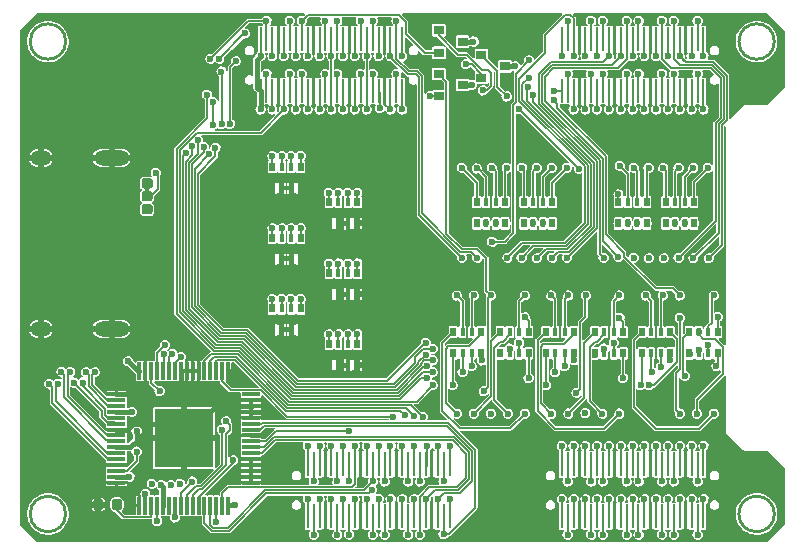
<source format=gbr>
G04 #@! TF.GenerationSoftware,KiCad,Pcbnew,(5.99.0-1662-g9db296991)*
G04 #@! TF.CreationDate,2020-05-15T17:50:03+05:30*
G04 #@! TF.ProjectId,Alchitry_IO_Shield,416c6368-6974-4727-995f-494f5f536869,rev?*
G04 #@! TF.SameCoordinates,Original*
G04 #@! TF.FileFunction,Copper,L4,Bot*
G04 #@! TF.FilePolarity,Positive*
%FSLAX46Y46*%
G04 Gerber Fmt 4.6, Leading zero omitted, Abs format (unit mm)*
G04 Created by KiCad (PCBNEW (5.99.0-1662-g9db296991)) date 2020-05-15 17:50:03*
%MOMM*%
%LPD*%
G01*
G04 APERTURE LIST*
G04 #@! TA.AperFunction,EtchedComponent*
%ADD10C,0.254000*%
G04 #@! TD*
G04 #@! TA.AperFunction,SMDPad,CuDef*
%ADD11R,0.500000X0.800000*%
G04 #@! TD*
G04 #@! TA.AperFunction,SMDPad,CuDef*
%ADD12R,0.400000X0.800000*%
G04 #@! TD*
G04 #@! TA.AperFunction,SMDPad,CuDef*
%ADD13R,0.900000X0.800000*%
G04 #@! TD*
G04 #@! TA.AperFunction,ComponentPad*
%ADD14O,3.000000X1.300000*%
G04 #@! TD*
G04 #@! TA.AperFunction,ComponentPad*
%ADD15O,1.800000X1.300000*%
G04 #@! TD*
G04 #@! TA.AperFunction,SMDPad,CuDef*
%ADD16R,0.250000X2.000000*%
G04 #@! TD*
G04 #@! TA.AperFunction,ComponentPad*
%ADD17C,0.500000*%
G04 #@! TD*
G04 #@! TA.AperFunction,SMDPad,CuDef*
%ADD18R,5.000000X5.000000*%
G04 #@! TD*
G04 #@! TA.AperFunction,SMDPad,CuDef*
%ADD19R,0.300000X1.500000*%
G04 #@! TD*
G04 #@! TA.AperFunction,SMDPad,CuDef*
%ADD20R,1.500000X0.300000*%
G04 #@! TD*
G04 #@! TA.AperFunction,ViaPad*
%ADD21C,0.600000*%
G04 #@! TD*
G04 #@! TA.AperFunction,Conductor*
%ADD22C,0.127000*%
G04 #@! TD*
G04 #@! TA.AperFunction,Conductor*
%ADD23C,0.381000*%
G04 #@! TD*
G04 #@! TA.AperFunction,Conductor*
%ADD24C,0.152400*%
G04 #@! TD*
G04 APERTURE END LIST*
D10*
X76000000Y-54500000D02*
G75*
G03*
X76000000Y-54500000I-1500000J0D01*
G01*
X16000000Y-14500000D02*
G75*
G03*
X16000000Y-14500000I-1500000J0D01*
G01*
X76000000Y-14500000D02*
G75*
G03*
X76000000Y-14500000I-1500000J0D01*
G01*
X16000000Y-54500000D02*
G75*
G03*
X16000000Y-54500000I-1500000J0D01*
G01*
D11*
X48800000Y-39100000D03*
D12*
X49600000Y-39100000D03*
D11*
X51200000Y-39100000D03*
D12*
X50400000Y-39100000D03*
D11*
X48800000Y-40900000D03*
D12*
X50400000Y-40900000D03*
X49600000Y-40900000D03*
D11*
X51200000Y-40900000D03*
X52800000Y-39100000D03*
D12*
X53600000Y-39100000D03*
D11*
X55200000Y-39100000D03*
D12*
X54400000Y-39100000D03*
D11*
X52800000Y-40900000D03*
D12*
X54400000Y-40900000D03*
X53600000Y-40900000D03*
D11*
X55200000Y-40900000D03*
X56650000Y-39100000D03*
D12*
X57450000Y-39100000D03*
D11*
X59050000Y-39100000D03*
D12*
X58250000Y-39100000D03*
D11*
X56650000Y-40900000D03*
D12*
X58250000Y-40900000D03*
X57450000Y-40900000D03*
D11*
X59050000Y-40900000D03*
X64800000Y-39100000D03*
D12*
X65600000Y-39100000D03*
D11*
X67200000Y-39100000D03*
D12*
X66400000Y-39100000D03*
D11*
X64800000Y-40900000D03*
D12*
X66400000Y-40900000D03*
X65600000Y-40900000D03*
D11*
X67200000Y-40900000D03*
X60800000Y-39100000D03*
D12*
X61600000Y-39100000D03*
D11*
X63200000Y-39100000D03*
D12*
X62400000Y-39100000D03*
D11*
X60800000Y-40900000D03*
D12*
X62400000Y-40900000D03*
X61600000Y-40900000D03*
D11*
X63200000Y-40900000D03*
X68800000Y-39100000D03*
D12*
X69600000Y-39100000D03*
D11*
X71200000Y-39100000D03*
D12*
X70400000Y-39100000D03*
D11*
X68800000Y-40900000D03*
D12*
X70400000Y-40900000D03*
X69600000Y-40900000D03*
D11*
X71200000Y-40900000D03*
D13*
X49600000Y-18200000D03*
X47600000Y-17250000D03*
X47600000Y-19150000D03*
X53200000Y-16600000D03*
X51200000Y-15650000D03*
X51200000Y-17550000D03*
X49600000Y-14500000D03*
X47600000Y-13550000D03*
X47600000Y-15450000D03*
G04 #@! TA.AperFunction,SMDPad,CuDef*
G36*
G01*
X22750000Y-27440000D02*
X22750000Y-26640000D01*
G75*
G02*
X22825000Y-26565000I75000J0D01*
G01*
X22975000Y-26565000D01*
G75*
G02*
X23050000Y-26640000I0J-75000D01*
G01*
X23050000Y-27440000D01*
G75*
G02*
X22975000Y-27515000I-75000J0D01*
G01*
X22825000Y-27515000D01*
G75*
G02*
X22750000Y-27440000I0J75000D01*
G01*
G37*
G04 #@! TD.AperFunction*
G04 #@! TA.AperFunction,SMDPad,CuDef*
G36*
G01*
X23156250Y-29137500D02*
X22643750Y-29137500D01*
G75*
G02*
X22425000Y-28918750I0J218750D01*
G01*
X22425000Y-28481250D01*
G75*
G02*
X22643750Y-28262500I218750J0D01*
G01*
X23156250Y-28262500D01*
G75*
G02*
X23375000Y-28481250I0J-218750D01*
G01*
X23375000Y-28918750D01*
G75*
G02*
X23156250Y-29137500I-218750J0D01*
G01*
G37*
G04 #@! TD.AperFunction*
G04 #@! TA.AperFunction,SMDPad,CuDef*
G36*
G01*
X22643750Y-26075000D02*
X23156250Y-26075000D01*
G75*
G02*
X23375000Y-26293750I0J-218750D01*
G01*
X23375000Y-26731250D01*
G75*
G02*
X23156250Y-26950000I-218750J0D01*
G01*
X22643750Y-26950000D01*
G75*
G02*
X22425000Y-26731250I0J218750D01*
G01*
X22425000Y-26293750D01*
G75*
G02*
X22643750Y-26075000I218750J0D01*
G01*
G37*
G04 #@! TD.AperFunction*
G04 #@! TA.AperFunction,SMDPad,CuDef*
G36*
G01*
X22643750Y-27162500D02*
X23156250Y-27162500D01*
G75*
G02*
X23375000Y-27381250I0J-218750D01*
G01*
X23375000Y-27818750D01*
G75*
G02*
X23156250Y-28037500I-218750J0D01*
G01*
X22643750Y-28037500D01*
G75*
G02*
X22425000Y-27818750I0J218750D01*
G01*
X22425000Y-27381250D01*
G75*
G02*
X22643750Y-27162500I218750J0D01*
G01*
G37*
G04 #@! TD.AperFunction*
D14*
X19900000Y-38850000D03*
X19900000Y-24350000D03*
D15*
X13900000Y-24350000D03*
X13900000Y-38850000D03*
D16*
X41000000Y-54700000D03*
X41500000Y-54700000D03*
X43500000Y-54700000D03*
X69500000Y-54700000D03*
X44000000Y-54700000D03*
X43000000Y-54700000D03*
X65500000Y-54700000D03*
X66000000Y-54700000D03*
X42000000Y-54700000D03*
X42500000Y-50300000D03*
X70000000Y-54700000D03*
X45500000Y-50300000D03*
X36500000Y-50300000D03*
X40500000Y-50300000D03*
X37500000Y-50300000D03*
X41500000Y-50300000D03*
X47000000Y-50300000D03*
X39000000Y-50300000D03*
X38000000Y-50300000D03*
X40500000Y-54700000D03*
X39500000Y-54700000D03*
X37500000Y-54700000D03*
X66500000Y-54700000D03*
X67000000Y-54700000D03*
X67500000Y-54700000D03*
X68000000Y-54700000D03*
X68500000Y-54700000D03*
X39500000Y-50300000D03*
X42500000Y-54700000D03*
X69000000Y-54700000D03*
X43000000Y-50300000D03*
X36500000Y-54700000D03*
X44000000Y-50300000D03*
X48000000Y-50300000D03*
X44500000Y-50300000D03*
X40000000Y-54700000D03*
X45000000Y-54700000D03*
X45000000Y-50300000D03*
X46000000Y-50300000D03*
X46500000Y-50300000D03*
X44500000Y-54700000D03*
X46000000Y-54700000D03*
X42000000Y-50300000D03*
X41000000Y-50300000D03*
X38500000Y-50300000D03*
X37000000Y-54700000D03*
X47500000Y-50300000D03*
X48500000Y-50300000D03*
X45500000Y-54700000D03*
X40000000Y-50300000D03*
X37000000Y-50300000D03*
X39000000Y-54700000D03*
X38000000Y-54700000D03*
X65000000Y-54700000D03*
X38500000Y-54700000D03*
X43500000Y-50300000D03*
X46500000Y-54700000D03*
X47000000Y-54700000D03*
X47500000Y-54700000D03*
X48000000Y-54700000D03*
X48500000Y-54700000D03*
X69500000Y-50300000D03*
X63500000Y-50300000D03*
X69000000Y-50300000D03*
X70000000Y-50300000D03*
X68500000Y-50300000D03*
X61500000Y-14300000D03*
X64000000Y-18700000D03*
X65500000Y-14300000D03*
X63500000Y-14300000D03*
X63000000Y-14300000D03*
X60000000Y-14300000D03*
X67000000Y-14300000D03*
X62000000Y-18700000D03*
X68000000Y-18700000D03*
X58000000Y-18700000D03*
X60500000Y-18700000D03*
X68000000Y-14300000D03*
X67000000Y-18700000D03*
X69500000Y-14300000D03*
X66000000Y-14300000D03*
X66000000Y-18700000D03*
X64000000Y-14300000D03*
X66500000Y-14300000D03*
X59500000Y-14300000D03*
X65000000Y-14300000D03*
X69000000Y-14300000D03*
X59000000Y-18700000D03*
X58000000Y-14300000D03*
X62500000Y-14300000D03*
X67500000Y-14300000D03*
X68500000Y-14300000D03*
X60500000Y-14300000D03*
X67500000Y-18700000D03*
X69000000Y-18700000D03*
X62000000Y-14300000D03*
X61500000Y-18700000D03*
X61000000Y-14300000D03*
X68500000Y-18700000D03*
X61000000Y-18700000D03*
X65500000Y-18700000D03*
X69500000Y-18700000D03*
X58500000Y-14300000D03*
X59500000Y-18700000D03*
X60000000Y-18700000D03*
X64500000Y-18700000D03*
X59000000Y-14300000D03*
X63500000Y-18700000D03*
X62500000Y-18700000D03*
X66500000Y-18700000D03*
X65000000Y-18700000D03*
X58500000Y-18700000D03*
X63000000Y-18700000D03*
X64500000Y-14300000D03*
X70000000Y-14300000D03*
X36000000Y-18700000D03*
X34500000Y-18700000D03*
X35500000Y-18700000D03*
X39000000Y-18700000D03*
X67500000Y-50300000D03*
X38500000Y-18700000D03*
X66000000Y-50300000D03*
X40500000Y-14300000D03*
X41500000Y-18700000D03*
X43500000Y-14300000D03*
X33000000Y-18700000D03*
X43500000Y-18700000D03*
X32500000Y-14300000D03*
X70000000Y-18700000D03*
X38500000Y-14300000D03*
X36000000Y-14300000D03*
X37000000Y-14300000D03*
X35500000Y-14300000D03*
X35000000Y-18700000D03*
X39000000Y-14300000D03*
X67000000Y-50300000D03*
X39500000Y-14300000D03*
X40000000Y-14300000D03*
X44500000Y-18700000D03*
X65000000Y-50300000D03*
X38000000Y-18700000D03*
X66500000Y-50300000D03*
X64500000Y-50300000D03*
X41000000Y-14300000D03*
X42000000Y-14300000D03*
X42500000Y-14300000D03*
X44000000Y-14300000D03*
X37000000Y-18700000D03*
X32500000Y-18700000D03*
X64000000Y-50300000D03*
X39500000Y-18700000D03*
X35000000Y-14300000D03*
X44000000Y-18700000D03*
X40500000Y-18700000D03*
X33500000Y-18700000D03*
X41500000Y-14300000D03*
X43000000Y-14300000D03*
X38000000Y-14300000D03*
X34000000Y-18700000D03*
X68000000Y-50300000D03*
X36500000Y-14300000D03*
X40000000Y-18700000D03*
X42000000Y-18700000D03*
X65500000Y-50300000D03*
X33500000Y-14300000D03*
X33000000Y-14300000D03*
X36500000Y-18700000D03*
X44500000Y-14300000D03*
X37500000Y-14300000D03*
X37500000Y-18700000D03*
X34500000Y-14300000D03*
X34000000Y-14300000D03*
X42500000Y-18700000D03*
X43000000Y-18700000D03*
X41000000Y-18700000D03*
X62000000Y-50300000D03*
X63000000Y-50300000D03*
X62500000Y-50300000D03*
X61000000Y-50300000D03*
X58000000Y-50300000D03*
X58500000Y-50300000D03*
X60500000Y-50300000D03*
X64000000Y-54700000D03*
X63500000Y-54700000D03*
X59000000Y-50300000D03*
X61500000Y-50300000D03*
X60000000Y-50300000D03*
X59500000Y-50300000D03*
X62500000Y-54700000D03*
X60500000Y-54700000D03*
X63000000Y-54700000D03*
X62000000Y-54700000D03*
X61500000Y-54700000D03*
X59500000Y-54700000D03*
X61000000Y-54700000D03*
X58500000Y-54700000D03*
X60000000Y-54700000D03*
X64500000Y-54700000D03*
X59000000Y-54700000D03*
X58000000Y-54700000D03*
D11*
X53200000Y-29900000D03*
D12*
X51600000Y-29900000D03*
X52400000Y-29900000D03*
D11*
X50800000Y-29900000D03*
D12*
X52400000Y-28100000D03*
D11*
X53200000Y-28100000D03*
D12*
X51600000Y-28100000D03*
D11*
X50800000Y-28100000D03*
X57200000Y-29900000D03*
D12*
X55600000Y-29900000D03*
X56400000Y-29900000D03*
D11*
X54800000Y-29900000D03*
D12*
X56400000Y-28100000D03*
D11*
X57200000Y-28100000D03*
D12*
X55600000Y-28100000D03*
D11*
X54800000Y-28100000D03*
X65200000Y-29900000D03*
D12*
X63600000Y-29900000D03*
X64400000Y-29900000D03*
D11*
X62800000Y-29900000D03*
D12*
X64400000Y-28100000D03*
D11*
X65200000Y-28100000D03*
D12*
X63600000Y-28100000D03*
D11*
X62800000Y-28100000D03*
X69200000Y-29900000D03*
D12*
X67600000Y-29900000D03*
X68400000Y-29900000D03*
D11*
X66800000Y-29900000D03*
D12*
X68400000Y-28100000D03*
D11*
X69200000Y-28100000D03*
D12*
X67600000Y-28100000D03*
D11*
X66800000Y-28100000D03*
X35900000Y-26900000D03*
D12*
X34300000Y-26900000D03*
X35100000Y-26900000D03*
D11*
X33500000Y-26900000D03*
D12*
X35100000Y-25100000D03*
D11*
X35900000Y-25100000D03*
D12*
X34300000Y-25100000D03*
D11*
X33500000Y-25100000D03*
X40700000Y-29900000D03*
D12*
X39100000Y-29900000D03*
X39900000Y-29900000D03*
D11*
X38300000Y-29900000D03*
D12*
X39900000Y-28100000D03*
D11*
X40700000Y-28100000D03*
D12*
X39100000Y-28100000D03*
D11*
X38300000Y-28100000D03*
X35900000Y-32900000D03*
D12*
X34300000Y-32900000D03*
X35100000Y-32900000D03*
D11*
X33500000Y-32900000D03*
D12*
X35100000Y-31100000D03*
D11*
X35900000Y-31100000D03*
D12*
X34300000Y-31100000D03*
D11*
X33500000Y-31100000D03*
X40700000Y-35900000D03*
D12*
X39100000Y-35900000D03*
X39900000Y-35900000D03*
D11*
X38300000Y-35900000D03*
D12*
X39900000Y-34100000D03*
D11*
X40700000Y-34100000D03*
D12*
X39100000Y-34100000D03*
D11*
X38300000Y-34100000D03*
X35900000Y-38900000D03*
D12*
X34300000Y-38900000D03*
X35100000Y-38900000D03*
D11*
X33500000Y-38900000D03*
D12*
X35100000Y-37100000D03*
D11*
X35900000Y-37100000D03*
D12*
X34300000Y-37100000D03*
D11*
X33500000Y-37100000D03*
X40700000Y-41900000D03*
D12*
X39100000Y-41900000D03*
X39900000Y-41900000D03*
D11*
X38300000Y-41900000D03*
D12*
X39900000Y-40100000D03*
D11*
X40700000Y-40100000D03*
D12*
X39100000Y-40100000D03*
D11*
X38300000Y-40100000D03*
D17*
X24000000Y-47100000D03*
X24000000Y-48100000D03*
X24000000Y-50100000D03*
X24000000Y-49100000D03*
X24000000Y-46100000D03*
X25000000Y-47100000D03*
X25000000Y-48100000D03*
X25000000Y-50100000D03*
X25000000Y-49100000D03*
X25000000Y-46100000D03*
X26000000Y-47100000D03*
X26000000Y-48100000D03*
X26000000Y-50100000D03*
X26000000Y-49100000D03*
X26000000Y-46100000D03*
X27000000Y-47100000D03*
X27000000Y-48100000D03*
X27000000Y-50100000D03*
X27000000Y-49100000D03*
X27000000Y-46100000D03*
X28000000Y-46100000D03*
X28000000Y-47100000D03*
X28000000Y-48100000D03*
X28000000Y-49100000D03*
X28000000Y-50100000D03*
D18*
X26000000Y-48100000D03*
D19*
X29750000Y-53800000D03*
X29250000Y-53800000D03*
X28750000Y-53800000D03*
X28250000Y-53800000D03*
X27750000Y-53800000D03*
X27250000Y-53800000D03*
X26750000Y-53800000D03*
X26250000Y-53800000D03*
X25750000Y-53800000D03*
X25250000Y-53800000D03*
X24750000Y-53800000D03*
X24250000Y-53800000D03*
X23750000Y-53800000D03*
X23250000Y-53800000D03*
X22750000Y-53800000D03*
X22250000Y-53800000D03*
D20*
X20300000Y-51850000D03*
X20300000Y-51350000D03*
X20300000Y-50850000D03*
X20300000Y-50350000D03*
X20300000Y-49850000D03*
X20300000Y-49350000D03*
X20300000Y-48850000D03*
X20300000Y-48350000D03*
X20300000Y-47850000D03*
X20300000Y-47350000D03*
X20300000Y-46850000D03*
X20300000Y-46350000D03*
X20300000Y-45850000D03*
X20300000Y-45350000D03*
X20300000Y-44850000D03*
X20300000Y-44350000D03*
D19*
X22250000Y-42400000D03*
X22750000Y-42400000D03*
X23250000Y-42400000D03*
X23750000Y-42400000D03*
X24250000Y-42400000D03*
X24750000Y-42400000D03*
X25250000Y-42400000D03*
X25750000Y-42400000D03*
X26250000Y-42400000D03*
X26750000Y-42400000D03*
X27250000Y-42400000D03*
X27750000Y-42400000D03*
X28250000Y-42400000D03*
X28750000Y-42400000D03*
X29250000Y-42400000D03*
X29750000Y-42400000D03*
D20*
X31700000Y-44350000D03*
X31700000Y-44850000D03*
X31700000Y-45350000D03*
X31700000Y-45850000D03*
X31700000Y-46350000D03*
X31700000Y-46850000D03*
X31700000Y-47350000D03*
X31700000Y-47850000D03*
X31700000Y-48350000D03*
X31700000Y-48850000D03*
X31700000Y-49350000D03*
X31700000Y-49850000D03*
X31700000Y-50350000D03*
X31700000Y-50850000D03*
X31700000Y-51350000D03*
X31700000Y-51850000D03*
G04 #@! TA.AperFunction,SMDPad,CuDef*
G36*
G01*
X20775000Y-53443750D02*
X20775000Y-53956250D01*
G75*
G02*
X20556250Y-54175000I-218750J0D01*
G01*
X20118750Y-54175000D01*
G75*
G02*
X19900000Y-53956250I0J218750D01*
G01*
X19900000Y-53443750D01*
G75*
G02*
X20118750Y-53225000I218750J0D01*
G01*
X20556250Y-53225000D01*
G75*
G02*
X20775000Y-53443750I0J-218750D01*
G01*
G37*
G04 #@! TD.AperFunction*
G04 #@! TA.AperFunction,SMDPad,CuDef*
G36*
G01*
X19200000Y-53443750D02*
X19200000Y-53956250D01*
G75*
G02*
X18981250Y-54175000I-218750J0D01*
G01*
X18543750Y-54175000D01*
G75*
G02*
X18325000Y-53956250I0J218750D01*
G01*
X18325000Y-53443750D01*
G75*
G02*
X18543750Y-53225000I218750J0D01*
G01*
X18981250Y-53225000D01*
G75*
G02*
X19200000Y-53443750I0J-218750D01*
G01*
G37*
G04 #@! TD.AperFunction*
D21*
X23650000Y-25610000D03*
X51330000Y-18640000D03*
X52120000Y-31460000D03*
X68510000Y-51750000D03*
X30500000Y-43340000D03*
X57340000Y-18700000D03*
X49890000Y-16410000D03*
X57320000Y-19470000D03*
X62800000Y-27450000D03*
X54397521Y-20222479D03*
X53329500Y-19150000D03*
X59439988Y-25264945D03*
X46820000Y-19140000D03*
X28250000Y-15970000D03*
X27989500Y-19023519D03*
X31150000Y-13820000D03*
X29000000Y-15960000D03*
X50398922Y-18193054D03*
X54060000Y-16590000D03*
X50530000Y-14500000D03*
X28681086Y-23490559D03*
X30430000Y-16169500D03*
X28172448Y-24010000D03*
X29924747Y-21494510D03*
X29190000Y-17040000D03*
X27681948Y-23436801D03*
X29197744Y-21494510D03*
X27191448Y-22831448D03*
X28472866Y-21550031D03*
X28480000Y-19630657D03*
X46571619Y-41999344D03*
X26690500Y-23360902D03*
X26200000Y-23900000D03*
X32498157Y-20248157D03*
X22900000Y-28700000D03*
X46500000Y-40000000D03*
X47100000Y-40500000D03*
X46500000Y-41000000D03*
X49600000Y-42481012D03*
X47100000Y-41500000D03*
X46585925Y-43014075D03*
X47100000Y-42500000D03*
X47100000Y-43600000D03*
X70400000Y-25200000D03*
X64100000Y-25200000D03*
X55900000Y-25200000D03*
X57150000Y-25200000D03*
X50800000Y-25250000D03*
X53350000Y-25200000D03*
X66600000Y-25200000D03*
X69150000Y-25200000D03*
X65350000Y-25200000D03*
X58450000Y-25200000D03*
X67900000Y-25200000D03*
X49550000Y-25200000D03*
X54650000Y-25200000D03*
X22000000Y-49225000D03*
X67900000Y-32800000D03*
X64100000Y-32800000D03*
X62800000Y-32750000D03*
X53400000Y-32800000D03*
X69150000Y-32850000D03*
X66650000Y-32850000D03*
X50850000Y-32800000D03*
X49550000Y-32800000D03*
X70450000Y-32850000D03*
X55900000Y-32850000D03*
X52100000Y-25200000D03*
X57200000Y-32800000D03*
X65400000Y-32850000D03*
X54600000Y-32800000D03*
X61550000Y-32800000D03*
X58450000Y-32800000D03*
X52000000Y-36000000D03*
X68000000Y-46000000D03*
X68000000Y-36000000D03*
X68850009Y-40994158D03*
X69440000Y-46000000D03*
X69600000Y-39100000D03*
X60000000Y-45950000D03*
X60050000Y-36000000D03*
X52000000Y-46000000D03*
X49120000Y-46000000D03*
X60850009Y-41050000D03*
X61440000Y-46000000D03*
X54880000Y-46000000D03*
X52778374Y-40990510D03*
X57120000Y-46000000D03*
X24100000Y-52050000D03*
X30200000Y-49950000D03*
X23300000Y-51950000D03*
X25700000Y-51950000D03*
X24900000Y-52050000D03*
X53440000Y-46000000D03*
X62800000Y-29900000D03*
X51600000Y-29900000D03*
X63600000Y-29900000D03*
X69600000Y-40600000D03*
X57120000Y-36000000D03*
X50560000Y-36000000D03*
X22900000Y-26512500D03*
X58560000Y-36000000D03*
X50800000Y-29900000D03*
X53600000Y-40500000D03*
X65120000Y-36000000D03*
X70880000Y-36000000D03*
X54880000Y-36000000D03*
X52400000Y-29900000D03*
X54800000Y-29900000D03*
X56400000Y-29900000D03*
X57200000Y-29900000D03*
X61600000Y-40500000D03*
X66560000Y-36000000D03*
X62880000Y-36000000D03*
X49120000Y-36000000D03*
X53200000Y-29900000D03*
X55600000Y-29900000D03*
X66800000Y-29900000D03*
X67600000Y-29900000D03*
X64400000Y-29900000D03*
X62918686Y-25031314D03*
X23950000Y-44100000D03*
X68400000Y-29900000D03*
X69200000Y-29900000D03*
X22000000Y-47475000D03*
X65200000Y-29900000D03*
X25037500Y-44100000D03*
X21300000Y-41575000D03*
X62880000Y-46000000D03*
X70880000Y-46000000D03*
X50560000Y-46000000D03*
X58560000Y-46000000D03*
X55253164Y-16103164D03*
X59238468Y-44239261D03*
X55585989Y-18999999D03*
X51400000Y-44100000D03*
X55220841Y-17551613D03*
X50393439Y-41990510D03*
X64700000Y-43600000D03*
X65427011Y-43600473D03*
X48800000Y-43600000D03*
X56700000Y-43600000D03*
X55200000Y-43000000D03*
X71100000Y-42000000D03*
X63200000Y-43000000D03*
X70400000Y-40181011D03*
X68400000Y-42800000D03*
X68000000Y-37900000D03*
X71200000Y-37827040D03*
X25040665Y-40946694D03*
X25767674Y-41198532D03*
X43750000Y-46250000D03*
X67156764Y-41490707D03*
X65606006Y-42481020D03*
X57450000Y-42481011D03*
X51250000Y-41500000D03*
X58250000Y-41990510D03*
X59050000Y-41481020D03*
X66400000Y-42050000D03*
X62400000Y-40000000D03*
X54400000Y-40000000D03*
X62890510Y-37900000D03*
X54900000Y-37850000D03*
X23000000Y-36000000D03*
X23000000Y-35000000D03*
X23000000Y-34000000D03*
X23000000Y-33000000D03*
X23000000Y-32000000D03*
X23000000Y-31000000D03*
X23000000Y-30000000D03*
X16000000Y-32000000D03*
X17000000Y-31000000D03*
X16000000Y-31000000D03*
X18000000Y-30000000D03*
X17000000Y-30000000D03*
X16000000Y-30000000D03*
X18000000Y-29000000D03*
X17000000Y-29000000D03*
X16000000Y-29000000D03*
X18000000Y-28000000D03*
X17000000Y-28000000D03*
X16000000Y-28000000D03*
X18000000Y-27000000D03*
X17000000Y-27000000D03*
X16000000Y-27000000D03*
X32800000Y-55400000D03*
X22700000Y-51300000D03*
X17000000Y-48450000D03*
X32800000Y-45850000D03*
X32751936Y-47801936D03*
X29239090Y-47352154D03*
X44738342Y-46156914D03*
X55135800Y-18330326D03*
X65500000Y-51750000D03*
X62500000Y-51750000D03*
X59500000Y-51750000D03*
X44000000Y-56250000D03*
X41000000Y-56250000D03*
X38000000Y-56250000D03*
X47000000Y-51750000D03*
X44000000Y-51750000D03*
X41000000Y-51750000D03*
X38000000Y-51750000D03*
X59500000Y-17250000D03*
X62500000Y-17250000D03*
X65500000Y-17250000D03*
X68500000Y-17250000D03*
X68500000Y-12750000D03*
X65500000Y-12750000D03*
X62500000Y-12750000D03*
X59500000Y-12750000D03*
X34000000Y-12750000D03*
X37000000Y-12750000D03*
X40000000Y-12750000D03*
X43000000Y-12750000D03*
X43000000Y-17250000D03*
X40000000Y-17250000D03*
X37000000Y-17250000D03*
X59500000Y-56250000D03*
X62500000Y-56250000D03*
X65500000Y-56250000D03*
X68500000Y-56250000D03*
X34000000Y-17250000D03*
X47000000Y-56217768D03*
X21600000Y-44350000D03*
X14613661Y-43469702D03*
X15366061Y-43469702D03*
X15645461Y-42451451D03*
X16397861Y-42451451D03*
X16677261Y-43376184D03*
X17429661Y-43376184D03*
X17723800Y-42500000D03*
X18476200Y-42500000D03*
X35500000Y-20250000D03*
X38500000Y-20250000D03*
X41500000Y-20250000D03*
X44500000Y-15750000D03*
X41500000Y-15750000D03*
X38500000Y-15750000D03*
X35500000Y-15750000D03*
X61000000Y-15750000D03*
X64000000Y-15750000D03*
X67000000Y-15750000D03*
X70000000Y-15750000D03*
X70000000Y-20250000D03*
X67000000Y-20250000D03*
X64000000Y-20250000D03*
X61000000Y-20250000D03*
X45500000Y-53250000D03*
X42500000Y-53250000D03*
X39500000Y-53250000D03*
X42500000Y-48750000D03*
X39500000Y-48750000D03*
X70000000Y-48750000D03*
X67000000Y-48750000D03*
X64000000Y-48750000D03*
X61000000Y-48750000D03*
X61000000Y-53250000D03*
X64000000Y-53250000D03*
X67000000Y-53250000D03*
X70000000Y-53250000D03*
X44500000Y-20250000D03*
X21600000Y-45850000D03*
X21400000Y-51350000D03*
X30350000Y-53750000D03*
X32500000Y-15750000D03*
X29590500Y-46650000D03*
X23750000Y-55100000D03*
X28750000Y-55200000D03*
X48000000Y-56217764D03*
X47500000Y-53250000D03*
X46500000Y-53250000D03*
X46000000Y-56250000D03*
X40000000Y-51750000D03*
X40000000Y-47509425D03*
X40500000Y-48749992D03*
X41500000Y-48749994D03*
X41946979Y-52496694D03*
X42000000Y-51750000D03*
X47994844Y-51744844D03*
X46242998Y-46274404D03*
X47500000Y-48749988D03*
X45482485Y-46207564D03*
X46600000Y-48749992D03*
X46000000Y-51750000D03*
X45000000Y-51750008D03*
X24400000Y-40200000D03*
X44500000Y-48749994D03*
X24312442Y-40981231D03*
X43500000Y-48750000D03*
X43000000Y-51750000D03*
X68000000Y-20250000D03*
X40700000Y-39300000D03*
X67500000Y-17250000D03*
X39900000Y-39300000D03*
X66500000Y-17250000D03*
X39100000Y-39300000D03*
X66000000Y-20250000D03*
X38300000Y-39300000D03*
X65000000Y-20250000D03*
X35900000Y-36300000D03*
X64500000Y-17250000D03*
X35100000Y-36300000D03*
X63500000Y-17250000D03*
X34300000Y-36300000D03*
X63000000Y-20250000D03*
X33500000Y-36300000D03*
X62000000Y-20250000D03*
X40700000Y-33300000D03*
X61500000Y-17250000D03*
X39900000Y-33300000D03*
X60500000Y-17250000D03*
X39100000Y-33300000D03*
X60000000Y-20250000D03*
X38300000Y-33300000D03*
X59000000Y-20250000D03*
X35900000Y-30300000D03*
X58500000Y-17250000D03*
X35100000Y-30300000D03*
X44000000Y-17250000D03*
X34300000Y-30300000D03*
X43500000Y-20250000D03*
X33500000Y-30300000D03*
X42621843Y-20128157D03*
X40700000Y-27300000D03*
X42000000Y-17250000D03*
X39900000Y-27300000D03*
X41000000Y-17250000D03*
X39100000Y-27300000D03*
X40500000Y-20250000D03*
X38300000Y-27300000D03*
X39500000Y-20250000D03*
X35900000Y-24200000D03*
X39000000Y-17250000D03*
X35100000Y-24200000D03*
X38000000Y-17250000D03*
X34300000Y-24200000D03*
X37500000Y-20250000D03*
X33500000Y-24200000D03*
X25249999Y-54794602D03*
X26727570Y-51758437D03*
X68000000Y-15750000D03*
X67500000Y-12750000D03*
X66500000Y-12750000D03*
X66000000Y-15750000D03*
X65000000Y-15750000D03*
X64500000Y-12750000D03*
X63500000Y-12750000D03*
X63000000Y-15750000D03*
X62000000Y-15750000D03*
X61500000Y-12750000D03*
X60500000Y-12750000D03*
X60000000Y-15750000D03*
X59000000Y-15750000D03*
X58500000Y-12750000D03*
X44000000Y-12750000D03*
X43500000Y-15750000D03*
X42500000Y-15750000D03*
X42000000Y-12750000D03*
X41000000Y-12750000D03*
X40500000Y-15750000D03*
X39500000Y-15750000D03*
X39000000Y-12750000D03*
X38000000Y-12750000D03*
X37500000Y-15750000D03*
X58000000Y-53250000D03*
X59000000Y-53250000D03*
X64500000Y-56250000D03*
X60000000Y-53250000D03*
X58500000Y-56250000D03*
X61500000Y-56250000D03*
X62000000Y-53250000D03*
X63000000Y-53250000D03*
X60500000Y-56250000D03*
X60000000Y-48750000D03*
X61500000Y-51750000D03*
X59000000Y-48750000D03*
X63500000Y-56250000D03*
X60500000Y-51750000D03*
X58500000Y-51749996D03*
X58000000Y-48750000D03*
X63000000Y-48750000D03*
X62000000Y-48750000D03*
X34500000Y-15750000D03*
X36500000Y-20250000D03*
X33000000Y-12750000D03*
X33500000Y-15750000D03*
X36500000Y-15750000D03*
X68000000Y-48750000D03*
X33500000Y-20250000D03*
X35000000Y-12750000D03*
X64500000Y-51750000D03*
X66500000Y-51750000D03*
X65000000Y-48750000D03*
X35000000Y-17250000D03*
X36000000Y-12750000D03*
X33000000Y-17250000D03*
X66000000Y-48750000D03*
X67500000Y-51750000D03*
X34500000Y-20250000D03*
X36000000Y-17250000D03*
X69500000Y-17250000D03*
X69000000Y-20250000D03*
X58000000Y-15750000D03*
X69000000Y-15750000D03*
X69500000Y-12750000D03*
X69000000Y-48750000D03*
X63500000Y-51750000D03*
X69500000Y-51750000D03*
X48500000Y-53253210D03*
X43500000Y-53250000D03*
X43000000Y-56250000D03*
X69000000Y-53250000D03*
X66000000Y-53250000D03*
X66500000Y-56250000D03*
X65000000Y-53250000D03*
X44500000Y-53250000D03*
X68000000Y-53250000D03*
X67500000Y-56250000D03*
X69500000Y-56250000D03*
X38500000Y-53250004D03*
X39000000Y-56250000D03*
X37000000Y-51750000D03*
X48550000Y-48750000D03*
X37000000Y-56249994D03*
X38500000Y-48750008D03*
X45000000Y-56250000D03*
X40000000Y-56250000D03*
X36500000Y-53250000D03*
X37500000Y-53250000D03*
X40500000Y-53250000D03*
X39000000Y-51750000D03*
X37500000Y-48750008D03*
X36500000Y-48750000D03*
X45500000Y-48750000D03*
X42000000Y-56250000D03*
X41500000Y-53250000D03*
X22749999Y-52805398D03*
D22*
X23830000Y-25790000D02*
X23830000Y-26959630D01*
X23650000Y-25610000D02*
X23830000Y-25790000D01*
X23830000Y-26959630D02*
X23189630Y-27600000D01*
X51200000Y-17230000D02*
X51200000Y-17550000D01*
X49890000Y-16410000D02*
X50380000Y-16410000D01*
X50380000Y-16410000D02*
X51200000Y-17230000D01*
X47600000Y-13970000D02*
X47600000Y-13550000D01*
X49250000Y-15620000D02*
X47600000Y-13970000D01*
X49949224Y-15620000D02*
X49250000Y-15620000D01*
X51249224Y-16920000D02*
X49949224Y-15620000D01*
X51640000Y-18640000D02*
X52040000Y-18240000D01*
X52040000Y-18240000D02*
X52040000Y-17160000D01*
X51800000Y-16920000D02*
X51249224Y-16920000D01*
X51330000Y-18640000D02*
X51640000Y-18640000D01*
X52040000Y-17160000D02*
X51800000Y-16920000D01*
X53907020Y-30712980D02*
X53907020Y-19858045D01*
X53907020Y-19858045D02*
X54137279Y-19627786D01*
X52120000Y-31460000D02*
X53160000Y-31460000D01*
X54137279Y-19627786D02*
X54137279Y-17219049D01*
X53160000Y-31460000D02*
X53907020Y-30712980D01*
X54137279Y-17219049D02*
X55253164Y-16103164D01*
X41500000Y-15750000D02*
X41500000Y-18700000D01*
X38500000Y-15750000D02*
X38500000Y-18700000D01*
X68500000Y-51740000D02*
X68510000Y-51750000D01*
X68500000Y-50300000D02*
X68500000Y-51740000D01*
D23*
X30030000Y-43340000D02*
X29750000Y-43060000D01*
X30500000Y-43340000D02*
X30030000Y-43340000D01*
X29750000Y-43060000D02*
X29750000Y-42400000D01*
D24*
X58000000Y-18700000D02*
X57340000Y-18700000D01*
D22*
X57630000Y-19780000D02*
X57320000Y-19470000D01*
X57630000Y-20090000D02*
X57630000Y-19780000D01*
X63290501Y-32716443D02*
X63290501Y-32390501D01*
X63290501Y-32390501D02*
X61713508Y-30813508D01*
X68000000Y-36000000D02*
X67409499Y-35409499D01*
X65983557Y-35409499D02*
X63290501Y-32716443D01*
X67409499Y-35409499D02*
X65983557Y-35409499D01*
X61713508Y-30813508D02*
X61713508Y-24173508D01*
X61713508Y-24173508D02*
X57630000Y-20090000D01*
X59434945Y-25264945D02*
X54397521Y-20227521D01*
X54397521Y-20227521D02*
X54397521Y-20222479D01*
X59439988Y-25264945D02*
X59434945Y-25264945D01*
X53329500Y-19150000D02*
X52559499Y-18379999D01*
X52559499Y-18379999D02*
X52559499Y-17009499D01*
X52559499Y-17009499D02*
X51200000Y-15650000D01*
X51609499Y-32833557D02*
X50831431Y-32055489D01*
X52000000Y-36000000D02*
X51609499Y-35609499D01*
X51609499Y-35609499D02*
X51609499Y-32833557D01*
X50831431Y-32055489D02*
X49523937Y-32055489D01*
X49523937Y-32055489D02*
X48240501Y-30772053D01*
X48240501Y-30772053D02*
X48240501Y-17890501D01*
X48240501Y-17890501D02*
X47600000Y-17250000D01*
X44235441Y-12259499D02*
X36490501Y-12259499D01*
X44815501Y-13854499D02*
X44815501Y-12839559D01*
X44815501Y-12839559D02*
X44235441Y-12259499D01*
X47600000Y-15450000D02*
X46411002Y-15450000D01*
X36490501Y-12259499D02*
X36000000Y-12750000D01*
X46411002Y-15450000D02*
X44815501Y-13854499D01*
X47600000Y-19150000D02*
X46830000Y-19150000D01*
X46830000Y-19150000D02*
X46820000Y-19140000D01*
X49418723Y-32309499D02*
X46169511Y-29060287D01*
X46169510Y-17421344D02*
X45778655Y-17030489D01*
X50850000Y-32800000D02*
X50359499Y-32309499D01*
X45778655Y-17030489D02*
X45079713Y-17030489D01*
X46169511Y-29060287D02*
X46169510Y-17421344D01*
X50359499Y-32309499D02*
X49418723Y-32309499D01*
X45079713Y-17030489D02*
X43990501Y-15941277D01*
X43990501Y-15941277D02*
X43990501Y-14309499D01*
X43990501Y-14309499D02*
X44000000Y-14300000D01*
X44985501Y-17284499D02*
X44980000Y-17290000D01*
X45673441Y-17284499D02*
X44985501Y-17284499D01*
X49550000Y-32800000D02*
X45915501Y-29165501D01*
X45915501Y-17526559D02*
X45673441Y-17284499D01*
X45915501Y-29165501D02*
X45915501Y-17526559D01*
X44980000Y-17290000D02*
X43500000Y-15810000D01*
X43500000Y-15810000D02*
X43500000Y-15750000D01*
X28250000Y-15970000D02*
X31470000Y-12750000D01*
X31470000Y-12750000D02*
X33000000Y-12750000D01*
X27989499Y-19023520D02*
X27989500Y-19023519D01*
X27989499Y-19866098D02*
X27989499Y-19023520D01*
X31140000Y-13820000D02*
X31150000Y-13820000D01*
X29000000Y-15960000D02*
X31140000Y-13820000D01*
X47100000Y-43600000D02*
X45707967Y-44992033D01*
X34951257Y-44992033D02*
X30656691Y-40697467D01*
X27990000Y-19866599D02*
X27989499Y-19866098D01*
X27990000Y-20976236D02*
X27990000Y-19866599D01*
X25391980Y-23574256D02*
X27990000Y-20976236D01*
X25391979Y-37531979D02*
X25391980Y-23574256D01*
X45707967Y-44992033D02*
X34951257Y-44992033D01*
X30656691Y-40697467D02*
X28557466Y-40697466D01*
X28557466Y-40697466D02*
X25391979Y-37531979D01*
X30761905Y-40443457D02*
X28662681Y-40443457D01*
X44340427Y-44738022D02*
X35056471Y-44738022D01*
X35056471Y-44738022D02*
X30761905Y-40443457D01*
X46064374Y-43014075D02*
X44340427Y-44738022D01*
X46585925Y-43014075D02*
X46064374Y-43014075D01*
X32504009Y-22245991D02*
X34500000Y-20250000D01*
X28662681Y-40443457D02*
X25645989Y-37426765D01*
X25645989Y-37426765D02*
X25645989Y-23679471D01*
X25645989Y-23679471D02*
X27079469Y-22245991D01*
X27079469Y-22245991D02*
X32504009Y-22245991D01*
X35687753Y-43213960D02*
X31393189Y-38919397D01*
X31393189Y-38919397D02*
X29293965Y-38919397D01*
X43200874Y-43213960D02*
X35687753Y-43213960D01*
X27170049Y-25738341D02*
X28681086Y-24227304D01*
X46500000Y-40000000D02*
X46414834Y-40000000D01*
X46414834Y-40000000D02*
X43200874Y-43213960D01*
X29293965Y-38919397D02*
X27170049Y-36795481D01*
X27170049Y-36795481D02*
X27170049Y-25738341D01*
X28681086Y-24227304D02*
X28681086Y-23490559D01*
X64109499Y-39790501D02*
X64109499Y-45409499D01*
X65970000Y-47270000D02*
X69610000Y-47270000D01*
X64800000Y-39100000D02*
X64109499Y-39790501D01*
X64109499Y-45409499D02*
X65970000Y-47270000D01*
X69610000Y-47270000D02*
X70880000Y-46000000D01*
X47900000Y-40000000D02*
X47900000Y-45800000D01*
X47900000Y-45800000D02*
X49360000Y-47260000D01*
X48800000Y-39100000D02*
X47900000Y-40000000D01*
X53620000Y-47260000D02*
X54880000Y-46000000D01*
X49360000Y-47260000D02*
X53620000Y-47260000D01*
X55955489Y-39794511D02*
X55955489Y-45755489D01*
X61610000Y-47270000D02*
X62880000Y-46000000D01*
X56650000Y-39100000D02*
X55955489Y-39794511D01*
X55955489Y-45755489D02*
X57470000Y-47270000D01*
X57470000Y-47270000D02*
X61610000Y-47270000D01*
X45573098Y-41709230D02*
X43814358Y-43467970D01*
X45573098Y-41200960D02*
X45573098Y-41709230D01*
X43814358Y-43467970D02*
X35582539Y-43467970D01*
X46274058Y-40500000D02*
X45573098Y-41200960D01*
X47100000Y-40500000D02*
X46274058Y-40500000D01*
X35582539Y-43467970D02*
X31287975Y-39173407D01*
X31287975Y-39173407D02*
X29188751Y-39173407D01*
X29188751Y-39173407D02*
X26916039Y-36900695D01*
X26916039Y-36900695D02*
X26916039Y-25266409D01*
X26916039Y-25266409D02*
X28172448Y-24010000D01*
X43919572Y-43721980D02*
X35477325Y-43721980D01*
X45827108Y-41658689D02*
X45827108Y-41814444D01*
X45827108Y-41814444D02*
X43919572Y-43721980D01*
X46500000Y-41000000D02*
X46485797Y-41000000D01*
X46485797Y-41000000D02*
X45827108Y-41658689D01*
X31182761Y-39427417D02*
X29083537Y-39427417D01*
X35477325Y-43721980D02*
X31182761Y-39427417D01*
X29083537Y-39427417D02*
X26662029Y-37005909D01*
X26662029Y-37005909D02*
X26662029Y-24882361D01*
X26662029Y-24882361D02*
X27681948Y-23862442D01*
X27681948Y-23862442D02*
X27681948Y-23436801D01*
X46081118Y-41919659D02*
X44024786Y-43975990D01*
X44024786Y-43975990D02*
X35372111Y-43975990D01*
X35372111Y-43975990D02*
X31077547Y-39681427D01*
X31077547Y-39681427D02*
X28978323Y-39681427D01*
X28978323Y-39681427D02*
X26408019Y-37111123D01*
X47100000Y-41500000D02*
X46345021Y-41500000D01*
X46081118Y-41763903D02*
X46081118Y-41919659D01*
X26408019Y-24777147D02*
X27191448Y-23993718D01*
X27191448Y-23993718D02*
X27191448Y-22831448D01*
X46345021Y-41500000D02*
X46081118Y-41763903D01*
X26408019Y-37111123D02*
X26408019Y-24777147D01*
X25899999Y-24200001D02*
X26200000Y-23900000D01*
X46219224Y-42500000D02*
X44235214Y-44484011D01*
X25899999Y-37321551D02*
X25899999Y-24200001D01*
X28767895Y-40189447D02*
X25899999Y-37321551D01*
X47100000Y-42500000D02*
X46219224Y-42500000D01*
X30867119Y-40189447D02*
X28767895Y-40189447D01*
X44235214Y-44484011D02*
X35161684Y-44484011D01*
X35161684Y-44484011D02*
X30867119Y-40189447D01*
X46114009Y-42245991D02*
X44130000Y-44230001D01*
X46571619Y-41999344D02*
X46360656Y-41999345D01*
X46360656Y-41999345D02*
X46114009Y-42245991D01*
X26154009Y-37216337D02*
X26154009Y-24671933D01*
X30972333Y-39935437D02*
X28873109Y-39935437D01*
X28873109Y-39935437D02*
X26154009Y-37216337D01*
X35266897Y-44230000D02*
X30972333Y-39935437D01*
X44120000Y-44230000D02*
X35266897Y-44230000D01*
X26154009Y-24671933D02*
X26690500Y-24135442D01*
X26690500Y-24135442D02*
X26690500Y-23360902D01*
D23*
X49600000Y-18200000D02*
X50391976Y-18200000D01*
X50391976Y-18200000D02*
X50398922Y-18193054D01*
X53200000Y-16600000D02*
X54050000Y-16600000D01*
X54050000Y-16600000D02*
X54060000Y-16590000D01*
X49600000Y-14500000D02*
X50530000Y-14500000D01*
D22*
X29924747Y-21494510D02*
X29924747Y-16674753D01*
X29924747Y-16674753D02*
X30430000Y-16169500D01*
X29197744Y-21494510D02*
X29197744Y-17047744D01*
X29197744Y-17047744D02*
X29190000Y-17040000D01*
X28472866Y-19637791D02*
X28480000Y-19630657D01*
X28472866Y-21550031D02*
X28472866Y-19637791D01*
D23*
X32500000Y-18700000D02*
X32500000Y-20246314D01*
X32500000Y-20246314D02*
X32498157Y-20248157D01*
D22*
X45482485Y-46207564D02*
X45482485Y-46175275D01*
X28567512Y-41205488D02*
X28250000Y-41523000D01*
X28250000Y-41523000D02*
X28250000Y-42400000D01*
X30551477Y-40951477D02*
X28321523Y-40951477D01*
X34744786Y-45504011D02*
X30446263Y-41205488D01*
X28321523Y-40951477D02*
X27750000Y-41523000D01*
X28813501Y-41459499D02*
X30341049Y-41459499D01*
X46242998Y-46274404D02*
X45218594Y-45250000D01*
X45218594Y-45250000D02*
X34850000Y-45250000D01*
X44811221Y-45504011D02*
X34744786Y-45504011D01*
X44339450Y-45758022D02*
X44738342Y-46156914D01*
X45482485Y-46175275D02*
X44811221Y-45504011D01*
X28750000Y-42400000D02*
X28750000Y-41523000D01*
X34850000Y-45250000D02*
X30551477Y-40951477D01*
X30341049Y-41459499D02*
X34639572Y-45758022D01*
X34639572Y-45758022D02*
X44339450Y-45758022D01*
X27750000Y-41523000D02*
X27750000Y-42400000D01*
X30446263Y-41205488D02*
X28567512Y-41205488D01*
X28750000Y-41523000D02*
X28813501Y-41459499D01*
X49600000Y-40900000D02*
X49600000Y-42481012D01*
X69990501Y-39690501D02*
X70983403Y-39690501D01*
X40500000Y-51427000D02*
X40500000Y-50300000D01*
X41700001Y-52049999D02*
X42000000Y-51750000D01*
D24*
X46600000Y-50400000D02*
X46600000Y-49174256D01*
D22*
X66000000Y-19825736D02*
X66000000Y-18700000D01*
X25750000Y-52736007D02*
X26427571Y-52058436D01*
X51600000Y-25965000D02*
X51600000Y-28100000D01*
X52399999Y-25499999D02*
X52400000Y-28100000D01*
X68000000Y-15750000D02*
X68490501Y-16240501D01*
X67500000Y-15975942D02*
X67500000Y-14300000D01*
X66500000Y-15975942D02*
X66500000Y-14300000D01*
D24*
X48550000Y-49174264D02*
X48550000Y-48750000D01*
D22*
X48800000Y-40900000D02*
X48800000Y-41050000D01*
D23*
X31700000Y-45350000D02*
X31750000Y-45350000D01*
D22*
X23250000Y-53800000D02*
X23250000Y-54542902D01*
D24*
X68000000Y-50500000D02*
X68000000Y-50250000D01*
D22*
X70890501Y-39690501D02*
X70983403Y-39690501D01*
X40500000Y-51975942D02*
X40500000Y-51427000D01*
X41245990Y-52504010D02*
X41700001Y-52049999D01*
D24*
X46600000Y-49174256D02*
X46600000Y-48749992D01*
D22*
X66000000Y-20250000D02*
X66000000Y-19825736D01*
X26427571Y-52058436D02*
X26727570Y-51758437D01*
X51600000Y-27573000D02*
X51600000Y-28100000D01*
X52399999Y-25499999D02*
X52400000Y-27573000D01*
X68490501Y-16240501D02*
X68299999Y-16049999D01*
X67500000Y-15975942D02*
X67500000Y-15427000D01*
X66500000Y-15427000D02*
X66500000Y-14300000D01*
D24*
X48550000Y-50200000D02*
X48550000Y-49174264D01*
D22*
X27250000Y-53800000D02*
X27250000Y-53094390D01*
D23*
X29800000Y-53750000D02*
X29750000Y-53800000D01*
D24*
X48000000Y-50000000D02*
X47994844Y-50005156D01*
D22*
X24312442Y-42337558D02*
X24250000Y-42400000D01*
D24*
X46500000Y-50500000D02*
X46600000Y-50400000D01*
X20202400Y-46752400D02*
X20300000Y-46850000D01*
X20202400Y-46447600D02*
X20300000Y-46350000D01*
X19631838Y-46447600D02*
X20202400Y-46447600D01*
X19603199Y-45350000D02*
X20300000Y-45350000D01*
X20231053Y-44850000D02*
X20300000Y-44850000D01*
X48500000Y-50250000D02*
X48550000Y-50200000D01*
D22*
X56700000Y-40950000D02*
X56650000Y-40900000D01*
D24*
X42500000Y-18750000D02*
X42621843Y-18871843D01*
D22*
X25249999Y-53800001D02*
X25250000Y-53800000D01*
X25250000Y-42400000D02*
X25250000Y-41716206D01*
X68800000Y-40900000D02*
X68800000Y-40944149D01*
X68800000Y-40944149D02*
X68850009Y-40994158D01*
X53600000Y-40900000D02*
X53600000Y-40500000D01*
X61600000Y-40900000D02*
X61600000Y-40500000D01*
X69600000Y-40900000D02*
X69600000Y-40600000D01*
D23*
X22250000Y-42400000D02*
X22125000Y-42400000D01*
X24757498Y-46857498D02*
X26000000Y-48100000D01*
X22900000Y-26512500D02*
X23012500Y-26512500D01*
D24*
X19603199Y-49850000D02*
X20300000Y-49850000D01*
X20231053Y-49350000D02*
X20300000Y-49350000D01*
X20153201Y-48203201D02*
X20300000Y-48350000D01*
X20231053Y-47850000D02*
X20300000Y-47850000D01*
D22*
X60800000Y-40900000D02*
X60800000Y-40999991D01*
X60800000Y-40999991D02*
X60850009Y-41050000D01*
X59050000Y-39100000D02*
X59050000Y-39250000D01*
X61600000Y-39100000D02*
X61600000Y-39300000D01*
X51200000Y-39100000D02*
X51200000Y-39250000D01*
X69600000Y-39100000D02*
X69600000Y-39300000D01*
X52800000Y-40900000D02*
X52800000Y-40968884D01*
X53600000Y-39100000D02*
X53600000Y-39300000D01*
X52800000Y-40968884D02*
X52778374Y-40990510D01*
X52000000Y-36000000D02*
X51779850Y-36220150D01*
X52287872Y-44847872D02*
X53440000Y-46000000D01*
X48200000Y-45080000D02*
X49120000Y-46000000D01*
X60000000Y-36050000D02*
X60050000Y-36000000D01*
X59900000Y-44660000D02*
X58560000Y-46000000D01*
X69440000Y-44860000D02*
X69440000Y-46000000D01*
X67700001Y-45700001D02*
X68000000Y-46000000D01*
X56209499Y-45089499D02*
X57120000Y-46000000D01*
X60359499Y-44919499D02*
X61440000Y-46000000D01*
X70700000Y-36180000D02*
X70880000Y-36000000D01*
X66400000Y-36160000D02*
X66560000Y-36000000D01*
X65600000Y-36480000D02*
X65120000Y-36000000D01*
X62400000Y-36480000D02*
X62880000Y-36000000D01*
X57450000Y-36330000D02*
X57120000Y-36000000D01*
X54400000Y-36480000D02*
X54880000Y-36000000D01*
X50400000Y-36160000D02*
X50560000Y-36000000D01*
X49600000Y-36480000D02*
X49120000Y-36000000D01*
X53400000Y-32800000D02*
X54652531Y-31547469D01*
X57200000Y-32800000D02*
X57690501Y-32309499D01*
X58450000Y-32800000D02*
X60951477Y-30298523D01*
X61550000Y-32800000D02*
X61205488Y-32455488D01*
X54600000Y-32800000D02*
X55598521Y-31801479D01*
X55900000Y-32850000D02*
X56694511Y-32055489D01*
D23*
X24250000Y-52200000D02*
X24100000Y-52050000D01*
X22000000Y-48281000D02*
X22000000Y-47475000D01*
X22125000Y-42400000D02*
X21300000Y-41575000D01*
D22*
X23250000Y-43400000D02*
X23950000Y-44100000D01*
X63600000Y-25712628D02*
X62918686Y-25031314D01*
X30200000Y-50144390D02*
X30200000Y-49950000D01*
X22000000Y-50027000D02*
X22000000Y-49225000D01*
X66600000Y-25200000D02*
X66800000Y-25400000D01*
X67900000Y-25200000D02*
X67600000Y-25500000D01*
X70400000Y-25200000D02*
X69200000Y-26400000D01*
X69150000Y-25200000D02*
X68400000Y-25950000D01*
X65350000Y-25200000D02*
X65200000Y-25350000D01*
X64100000Y-25200000D02*
X64400000Y-25500000D01*
X54650000Y-25200000D02*
X54800000Y-25350000D01*
X55900000Y-25200000D02*
X55600000Y-25500000D01*
X58450000Y-25200000D02*
X57200000Y-26450000D01*
X57150000Y-25200000D02*
X56400000Y-25950000D01*
X49550000Y-25200000D02*
X50800000Y-26450000D01*
X50800000Y-25250000D02*
X50885000Y-25250000D01*
X53350000Y-25200000D02*
X53200000Y-25350000D01*
X52100000Y-25200000D02*
X52399999Y-25499999D01*
X70450000Y-32850000D02*
X71550000Y-31750000D01*
X69150000Y-32850000D02*
X71295989Y-30704011D01*
X67900000Y-32800000D02*
X71041978Y-29658022D01*
X52287872Y-40419226D02*
X52287872Y-44847872D01*
X48200000Y-40507098D02*
X48200000Y-45080000D01*
X60000000Y-37800000D02*
X60000000Y-36050000D01*
X59900000Y-40000000D02*
X59900000Y-44660000D01*
X71640501Y-42659499D02*
X69440000Y-44860000D01*
X67700001Y-42559223D02*
X67700001Y-45700001D01*
X56209499Y-40347599D02*
X56209499Y-45089499D01*
X60359499Y-40347599D02*
X60359499Y-44919499D01*
X70700000Y-38300000D02*
X70700000Y-36180000D01*
X66400000Y-39100000D02*
X66400000Y-36160000D01*
X62400000Y-39100000D02*
X62400000Y-36480000D01*
X58250000Y-36310000D02*
X58560000Y-36000000D01*
X57450000Y-39100000D02*
X57450000Y-36330000D01*
X54400000Y-39100000D02*
X54400000Y-36480000D01*
X49600000Y-39100000D02*
X49600000Y-36480000D01*
X54652531Y-31547469D02*
X58265636Y-31547468D01*
X60951477Y-30298523D02*
X60951477Y-24645868D01*
X57690501Y-32309499D02*
X58581277Y-32309499D01*
X61205488Y-32455488D02*
X61205488Y-24540654D01*
X55598521Y-31801479D02*
X58370849Y-31801479D01*
X56694511Y-32055489D02*
X58476064Y-32055488D01*
D23*
X24250000Y-53800000D02*
X24250000Y-52200000D01*
X21431000Y-48850000D02*
X22000000Y-48281000D01*
D22*
X23250000Y-42400000D02*
X23250000Y-43400000D01*
X63600000Y-28100000D02*
X63600000Y-25712628D01*
X27250000Y-53094390D02*
X30200000Y-50144390D01*
X21177000Y-50850000D02*
X22000000Y-50027000D01*
X66800000Y-25400000D02*
X66800000Y-28100000D01*
X69200000Y-26400000D02*
X69200000Y-28100000D01*
X65200000Y-25350000D02*
X65200000Y-28100000D01*
X54800000Y-25350000D02*
X54800000Y-28100000D01*
X57200000Y-26450000D02*
X57200000Y-28100000D01*
X50800000Y-26450000D02*
X50800000Y-28100000D01*
X50885000Y-25250000D02*
X51600000Y-25965000D01*
X71550000Y-31750000D02*
X71550000Y-21600000D01*
X71295989Y-30704011D02*
X71295989Y-21494786D01*
X71041978Y-29658022D02*
X71041979Y-21389571D01*
X52033861Y-44526139D02*
X50560000Y-46000000D01*
X52807098Y-39900000D02*
X52287872Y-40419226D01*
X48397599Y-40309499D02*
X48200000Y-40507098D01*
X60800000Y-39100000D02*
X59900000Y-40000000D01*
X60000000Y-37800000D02*
X59553157Y-38246843D01*
X71640501Y-40347599D02*
X71640501Y-42659499D01*
X68054011Y-42205214D02*
X67700001Y-42559223D01*
X56457098Y-40100000D02*
X56209499Y-40347599D01*
X70400000Y-38600000D02*
X70700000Y-38300000D01*
X65600000Y-39100000D02*
X65600000Y-36480000D01*
X58250000Y-39100000D02*
X58250000Y-36310000D01*
X50400000Y-39100000D02*
X50400000Y-36160000D01*
X58265636Y-31547468D02*
X59935433Y-29877671D01*
X60951477Y-24645868D02*
X56076491Y-19770882D01*
X58476064Y-32055488D02*
X60443455Y-30088097D01*
X61205488Y-24540654D02*
X56330502Y-19665668D01*
X58370849Y-31801479D02*
X60189444Y-29982884D01*
X58581277Y-32309499D02*
X60697466Y-30193310D01*
D23*
X20300000Y-48850000D02*
X21431000Y-48850000D01*
D22*
X20300000Y-50850000D02*
X21177000Y-50850000D01*
X67600000Y-25500000D02*
X67600000Y-28100000D01*
X64400000Y-25500000D02*
X64400000Y-28100000D01*
X56400000Y-25950000D02*
X56400000Y-28100000D01*
X53200000Y-25350000D02*
X53200000Y-28100000D01*
X71550000Y-21600000D02*
X72000000Y-21150000D01*
X71295989Y-21494786D02*
X71745989Y-21044787D01*
X71041979Y-21389571D02*
X71491978Y-20939573D01*
X53000000Y-39900000D02*
X52807098Y-39900000D01*
X52033861Y-39866139D02*
X52033861Y-44526139D01*
X50140501Y-40309499D02*
X48397599Y-40309499D01*
X59553157Y-38246843D02*
X59553157Y-43924572D01*
X70983403Y-39690501D02*
X71640501Y-40347599D01*
X68054011Y-37954011D02*
X68054011Y-42205214D01*
X58200000Y-40100000D02*
X56457098Y-40100000D01*
X70400000Y-39100000D02*
X70400000Y-38600000D01*
X60189444Y-29982884D02*
X60189444Y-24961504D01*
X59935433Y-29877671D02*
X59935433Y-25066718D01*
X56076491Y-19770882D02*
X56076491Y-18764557D01*
X56330502Y-19665668D02*
X56330502Y-18659343D01*
X60697466Y-30193310D02*
X60697466Y-24751078D01*
X60443455Y-30088097D02*
X60443455Y-24856291D01*
X68400000Y-25950000D02*
X68400000Y-28100000D01*
X72000000Y-21150000D02*
X72000000Y-17400000D01*
X71745989Y-21044787D02*
X71745989Y-17505213D01*
X71491978Y-20939573D02*
X71491978Y-17610426D01*
X52800000Y-39100000D02*
X52033861Y-39866139D01*
X53600000Y-39300000D02*
X53000000Y-39900000D01*
X59553157Y-43924572D02*
X59238468Y-44239261D01*
X59050000Y-39250000D02*
X58200000Y-40100000D01*
X60189444Y-24961504D02*
X54645299Y-19417359D01*
X60697466Y-24751078D02*
X55585989Y-19639601D01*
X60443455Y-24856291D02*
X55095479Y-19508315D01*
X55600000Y-25500000D02*
X55600000Y-28100000D01*
X72000000Y-17400000D02*
X70840501Y-16240501D01*
X71745989Y-17505213D02*
X70735285Y-16494509D01*
X71491978Y-17610426D02*
X70630072Y-16748520D01*
X51779850Y-36220150D02*
X51779850Y-43720150D01*
X51200000Y-39250000D02*
X50140501Y-40309499D01*
X69600000Y-39300000D02*
X69990501Y-39690501D01*
X60807098Y-39900000D02*
X60359499Y-40347599D01*
X59935433Y-25066718D02*
X54391288Y-19522573D01*
X54645299Y-19417359D02*
X54645299Y-18127155D01*
X55585989Y-19639601D02*
X55585989Y-18999999D01*
X55095479Y-19508315D02*
X55095479Y-18370647D01*
X70840501Y-16240501D02*
X68490501Y-16240501D01*
X70735285Y-16494509D02*
X68018567Y-16494509D01*
X70630072Y-16748520D02*
X67272578Y-16748520D01*
X51779850Y-43720150D02*
X51400000Y-44100000D01*
X61000000Y-39900000D02*
X60807098Y-39900000D01*
X54645299Y-18127155D02*
X55220841Y-17551613D01*
X68018567Y-16494509D02*
X67500000Y-15975942D01*
X67272578Y-16748520D02*
X66500000Y-15975942D01*
X61600000Y-39300000D02*
X61000000Y-39900000D01*
X54391288Y-19522573D02*
X54391289Y-17658711D01*
X54391289Y-17658711D02*
X56584499Y-15465501D01*
X56584499Y-15465501D02*
X56584499Y-13965501D01*
X56584499Y-13965501D02*
X58290501Y-12259499D01*
X58290501Y-12259499D02*
X58735441Y-12259499D01*
X58735441Y-12259499D02*
X59000000Y-12524058D01*
X59000000Y-12524058D02*
X59000000Y-14300000D01*
X50400000Y-40900000D02*
X50400000Y-41983949D01*
X50400000Y-41983949D02*
X50393439Y-41990510D01*
X64800000Y-40900000D02*
X64800000Y-43500000D01*
X64800000Y-43500000D02*
X64700000Y-43600000D01*
X67800000Y-41651748D02*
X65851275Y-43600473D01*
X65851275Y-43600473D02*
X65427011Y-43600473D01*
X67800000Y-39700000D02*
X67800000Y-41651748D01*
X67200000Y-39100000D02*
X67800000Y-39700000D01*
X48800000Y-43600000D02*
X48800000Y-40900000D01*
X56700000Y-43600000D02*
X56700000Y-40950000D01*
X55200000Y-43000000D02*
X55200000Y-40900000D01*
X71200000Y-41900000D02*
X71100000Y-42000000D01*
X71200000Y-40900000D02*
X71200000Y-41900000D01*
X63200000Y-43000000D02*
X63200000Y-40900000D01*
X70400000Y-40900000D02*
X70400000Y-40181011D01*
X68308022Y-42708022D02*
X68400000Y-42800000D01*
X68000000Y-37900000D02*
X68054011Y-37954011D01*
X68800000Y-39100000D02*
X68308022Y-39591978D01*
X68308022Y-39591978D02*
X68308022Y-42708022D01*
X71200000Y-39100000D02*
X71200000Y-37827040D01*
X24750000Y-42400000D02*
X24750000Y-41237359D01*
X24750000Y-41237359D02*
X25040665Y-40946694D01*
X25250000Y-41716206D02*
X25767674Y-41198532D01*
X29982499Y-44009499D02*
X32531825Y-44009499D01*
X29250000Y-43277000D02*
X29982499Y-44009499D01*
X34772326Y-46250000D02*
X43750000Y-46250000D01*
X32531825Y-44009499D02*
X34772326Y-46250000D01*
X29250000Y-42400000D02*
X29250000Y-43277000D01*
X67200000Y-40900000D02*
X67200000Y-41447471D01*
X67200000Y-41447471D02*
X67156764Y-41490707D01*
X65600000Y-40900000D02*
X65600000Y-42475014D01*
X65600000Y-42475014D02*
X65606006Y-42481020D01*
X57450000Y-40900000D02*
X57450000Y-42481011D01*
X51200000Y-40900000D02*
X51200000Y-41450000D01*
X51200000Y-41450000D02*
X51250000Y-41500000D01*
X58250000Y-40900000D02*
X58250000Y-41990510D01*
X59050000Y-40900000D02*
X59050000Y-41481020D01*
X66400000Y-40900000D02*
X66400000Y-42050000D01*
X62400000Y-40900000D02*
X62400000Y-40000000D01*
X54400000Y-40900000D02*
X54400000Y-40000000D01*
X63200000Y-39100000D02*
X63200000Y-38209490D01*
X63200000Y-38209490D02*
X62890510Y-37900000D01*
X55200000Y-38150000D02*
X54900000Y-37850000D01*
X55200000Y-39100000D02*
X55200000Y-38150000D01*
X62800000Y-32750000D02*
X61459499Y-31409499D01*
X57194786Y-16495989D02*
X62254011Y-16495989D01*
X61459499Y-24435440D02*
X56584513Y-19560454D01*
X62254011Y-16495989D02*
X63000000Y-15750000D01*
X56584513Y-19560454D02*
X56584513Y-18554129D01*
X56330502Y-18659343D02*
X56330488Y-18659329D01*
X63500000Y-15975942D02*
X63500000Y-14300000D01*
X56584513Y-18554129D02*
X56584499Y-18554115D01*
X62725942Y-16750000D02*
X63500000Y-15975942D01*
X56584499Y-18554115D02*
X56584499Y-17465501D01*
X61459499Y-31409499D02*
X61459499Y-24435440D01*
X57300000Y-16750000D02*
X62725942Y-16750000D01*
X56076477Y-17255073D02*
X57089572Y-16241978D01*
X56584499Y-17465501D02*
X57300000Y-16750000D01*
X56330488Y-17360287D02*
X57194786Y-16495989D01*
X56330488Y-18659329D02*
X56330488Y-17360287D01*
X56076477Y-18764543D02*
X56076477Y-17255073D01*
X61508022Y-16241978D02*
X62000000Y-15750000D01*
X57089572Y-16241978D02*
X61508022Y-16241978D01*
X56076491Y-18764557D02*
X56076477Y-18764543D01*
X55095479Y-18370647D02*
X55135800Y-18330326D01*
X62800000Y-28100000D02*
X62800000Y-27450000D01*
D23*
X21211096Y-47350000D02*
X21703598Y-46857498D01*
X21703598Y-46857498D02*
X24757498Y-46857498D01*
X20300000Y-47350000D02*
X21211096Y-47350000D01*
X25750000Y-43387500D02*
X25037500Y-44100000D01*
X25750000Y-42400000D02*
X25750000Y-43387500D01*
D22*
X49915501Y-51473441D02*
X49138942Y-52250000D01*
X32789041Y-48850000D02*
X33639115Y-47999926D01*
X48885093Y-47999926D02*
X50169512Y-49284345D01*
D23*
X32800000Y-45850000D02*
X31700000Y-45850000D01*
D22*
X33639115Y-47999926D02*
X48885093Y-47999926D01*
X49915501Y-49389559D02*
X49915501Y-51473441D01*
X31700000Y-49350000D02*
X32648266Y-49350000D01*
X32477928Y-47350000D02*
X32809013Y-47018915D01*
X47991978Y-52758022D02*
X47500000Y-53250000D01*
X46774058Y-52250000D02*
X46000000Y-53024058D01*
X32809013Y-47018915D02*
X48263307Y-47018915D01*
X31700000Y-47350000D02*
X32477928Y-47350000D01*
X32648266Y-49350000D02*
X33744329Y-48253937D01*
X49138942Y-52250000D02*
X46774058Y-52250000D01*
X50423523Y-51683869D02*
X49349370Y-52758022D01*
X31700000Y-48850000D02*
X32789041Y-48850000D01*
X49349370Y-52758022D02*
X47991978Y-52758022D01*
X49244156Y-52504011D02*
X47245989Y-52504011D01*
D23*
X32703872Y-47850000D02*
X32751936Y-47801936D01*
D22*
X32929816Y-48350000D02*
X33770391Y-47509425D01*
X31700000Y-48350000D02*
X32929816Y-48350000D01*
X48263307Y-47018915D02*
X50423523Y-49179131D01*
X48779879Y-48253937D02*
X49915501Y-49389559D01*
X50423523Y-49179131D02*
X50423523Y-51683869D01*
X46000000Y-53024058D02*
X46000000Y-54700000D01*
X33744329Y-48253937D02*
X48779879Y-48253937D01*
X50169512Y-49284345D02*
X50169512Y-51578655D01*
X33770391Y-47509425D02*
X40000000Y-47509425D01*
D23*
X31700000Y-47850000D02*
X32703872Y-47850000D01*
D22*
X50169512Y-51578655D02*
X49244156Y-52504011D01*
X47245989Y-52504011D02*
X46500000Y-53250000D01*
X27475942Y-52150000D02*
X29239090Y-50386852D01*
X26250000Y-53800000D02*
X26250000Y-52923000D01*
X26750000Y-53800000D02*
X26750000Y-52923000D01*
X29590500Y-47726688D02*
X29890499Y-47426689D01*
X29590500Y-50394666D02*
X29590500Y-47726688D01*
X29239090Y-50386852D02*
X29239090Y-47352154D01*
X29890499Y-46949999D02*
X29590500Y-46650000D01*
X29890499Y-47426689D02*
X29890499Y-46949999D01*
X26250000Y-52923000D02*
X27023000Y-52150000D01*
X27268989Y-52404011D02*
X27581156Y-52404011D01*
X26750000Y-52923000D02*
X27268989Y-52404011D01*
X27023000Y-52150000D02*
X27475942Y-52150000D01*
X27581156Y-52404011D02*
X29590500Y-50394666D01*
D23*
X31750000Y-45350000D02*
X28750000Y-45350000D01*
X28750000Y-45350000D02*
X26000000Y-48100000D01*
D22*
X62800000Y-32750000D02*
X62750000Y-32750000D01*
D24*
X65500000Y-51750000D02*
X65500000Y-50250000D01*
X62500000Y-51750000D02*
X62500000Y-50250000D01*
X59500000Y-51750000D02*
X59500000Y-50250000D01*
X44000000Y-56250000D02*
X44000000Y-54750000D01*
X41000000Y-56250000D02*
X41000000Y-54750000D01*
X38000000Y-56250000D02*
X38000000Y-54750000D01*
X47000000Y-51750000D02*
X47000000Y-50250000D01*
X44000000Y-51750000D02*
X44000000Y-50250000D01*
X41000000Y-51750000D02*
X41000000Y-50250000D01*
X38000000Y-51750000D02*
X38000000Y-50250000D01*
X59500000Y-17250000D02*
X59500000Y-18750000D01*
X62500000Y-17250000D02*
X62500000Y-18750000D01*
X65500000Y-17250000D02*
X65500000Y-18750000D01*
X68500000Y-17250000D02*
X68500000Y-18750000D01*
X68500000Y-12750000D02*
X68500000Y-14250000D01*
X65500000Y-12750000D02*
X65500000Y-14250000D01*
X62500000Y-12750000D02*
X62500000Y-14250000D01*
X59500000Y-12750000D02*
X59500000Y-14250000D01*
X34000000Y-12750000D02*
X34000000Y-14250000D01*
X37000000Y-12750000D02*
X37000000Y-14250000D01*
X40000000Y-12750000D02*
X40000000Y-14250000D01*
X43000000Y-12750000D02*
X43000000Y-14250000D01*
X43000000Y-17250000D02*
X43000000Y-18750000D01*
X40000000Y-17250000D02*
X40000000Y-18750000D01*
X37000000Y-17250000D02*
X37000000Y-18750000D01*
X59500000Y-54700000D02*
X59500000Y-56250000D01*
X62500000Y-54700000D02*
X62500000Y-56250000D01*
X65500000Y-54700000D02*
X65500000Y-56250000D01*
X68500000Y-54700000D02*
X68500000Y-56250000D01*
X34000000Y-17250000D02*
X34000000Y-18750000D01*
X47000000Y-54750000D02*
X47000000Y-56217768D01*
D23*
X21600000Y-44350000D02*
X20300000Y-44350000D01*
D24*
X14837461Y-45084262D02*
X19603199Y-49850000D01*
X14613661Y-43469702D02*
X14837461Y-43693502D01*
X14837461Y-43693502D02*
X14837461Y-45084262D01*
X15366061Y-43469702D02*
X15142261Y-43693502D01*
X15142261Y-44958023D02*
X19534238Y-49350000D01*
X19534238Y-49350000D02*
X20231053Y-49350000D01*
X15142261Y-43693502D02*
X15142261Y-44958023D01*
X15869261Y-44616062D02*
X19456400Y-48203201D01*
X15869261Y-42675251D02*
X15869261Y-44616062D01*
X15645461Y-42451451D02*
X15869261Y-42675251D01*
X19456400Y-48203201D02*
X20153201Y-48203201D01*
X16174061Y-42675251D02*
X16174061Y-44489823D01*
X16397861Y-42451451D02*
X16174061Y-42675251D01*
X19534238Y-47850000D02*
X20231053Y-47850000D01*
X16174061Y-44489823D02*
X19534238Y-47850000D01*
X19042008Y-46288809D02*
X19505599Y-46752400D01*
X19042008Y-45740931D02*
X19042008Y-46288809D01*
X19505599Y-46752400D02*
X20202400Y-46752400D01*
X16677261Y-43376184D02*
X19042008Y-45740931D01*
X17429661Y-43697531D02*
X19346799Y-45614669D01*
X19346799Y-45614669D02*
X19346799Y-46162561D01*
X19346799Y-46162561D02*
X19631838Y-46447600D01*
X17429661Y-43376184D02*
X17429661Y-43697531D01*
X17947600Y-43694401D02*
X19603199Y-45350000D01*
X17723800Y-42500000D02*
X17947600Y-42723800D01*
X17947600Y-42723800D02*
X17947600Y-43694401D01*
X18252400Y-42723800D02*
X18252400Y-43568162D01*
X19534238Y-44850000D02*
X20231053Y-44850000D01*
X18252400Y-43568162D02*
X19534238Y-44850000D01*
X18476200Y-42500000D02*
X18252400Y-42723800D01*
X35500000Y-20250000D02*
X35500000Y-18750000D01*
X38500000Y-20250000D02*
X38500000Y-18750000D01*
X41500000Y-20250000D02*
X41500000Y-18750000D01*
X44500000Y-15750000D02*
X44500000Y-14250000D01*
X41500000Y-15750000D02*
X41500000Y-14250000D01*
X38500000Y-15750000D02*
X38500000Y-14250000D01*
X35500000Y-15750000D02*
X35500000Y-14250000D01*
X61000000Y-15750000D02*
X61000000Y-14250000D01*
X64000000Y-15750000D02*
X64000000Y-14250000D01*
X67000000Y-15750000D02*
X67000000Y-14250000D01*
X70000000Y-15750000D02*
X70000000Y-14250000D01*
X70000000Y-20250000D02*
X70000000Y-18750000D01*
X67000000Y-20250000D02*
X67000000Y-18750000D01*
X64000000Y-20250000D02*
X64000000Y-18750000D01*
X61000000Y-20250000D02*
X61000000Y-18750000D01*
X45500000Y-53250000D02*
X45500000Y-54750000D01*
X42500000Y-53250000D02*
X42500000Y-54750000D01*
X39500000Y-53250000D02*
X39500000Y-54750000D01*
X42500000Y-48750000D02*
X42500000Y-50250000D01*
X39500000Y-48750000D02*
X39500000Y-50250000D01*
X70000000Y-48750000D02*
X70000000Y-50250000D01*
X67000000Y-48750000D02*
X67000000Y-50250000D01*
X64000000Y-48750000D02*
X64000000Y-50250000D01*
X61000000Y-48750000D02*
X61000000Y-50250000D01*
X61000000Y-53250000D02*
X61000000Y-54750000D01*
X64000000Y-53250000D02*
X64000000Y-54750000D01*
X67000000Y-53250000D02*
X67000000Y-54750000D01*
X70000000Y-53250000D02*
X70000000Y-54750000D01*
X44500000Y-20250000D02*
X44500000Y-18750000D01*
D23*
X21600000Y-45850000D02*
X20300000Y-45850000D01*
X21400000Y-51350000D02*
X20300000Y-51350000D01*
X30350000Y-53750000D02*
X29800000Y-53750000D01*
D24*
X32500000Y-14300000D02*
X32500000Y-15750000D01*
D23*
X32200001Y-16049999D02*
X32500000Y-15750000D01*
X32200001Y-18400001D02*
X32200001Y-16049999D01*
X32500000Y-18700000D02*
X32200001Y-18400001D01*
D22*
X23750000Y-55100000D02*
X23750000Y-53800000D01*
X28750000Y-55200000D02*
X28750000Y-53800000D01*
D24*
X48000000Y-54750000D02*
X48000000Y-56217764D01*
D22*
X48424264Y-56217764D02*
X48000000Y-56217764D01*
X50677530Y-53964498D02*
X48424264Y-56217764D01*
X32662096Y-46764904D02*
X48368521Y-46764904D01*
X48368521Y-46764904D02*
X50677530Y-49073913D01*
X31700000Y-46850000D02*
X32577000Y-46850000D01*
X32577000Y-46850000D02*
X32662096Y-46764904D01*
X50677530Y-49073913D02*
X50677530Y-53964498D01*
D24*
X47500000Y-54700000D02*
X47500000Y-53250000D01*
X46500000Y-53250000D02*
X46500000Y-54750000D01*
X46000000Y-54700000D02*
X46000000Y-56250000D01*
X40000000Y-50300000D02*
X40000000Y-51750000D01*
X40500000Y-50500000D02*
X40500000Y-48749992D01*
D22*
X29250000Y-52750000D02*
X29750000Y-52250000D01*
X29250000Y-53800000D02*
X29250000Y-52750000D01*
X29750000Y-52250000D02*
X40225942Y-52250000D01*
X40225942Y-52250000D02*
X40500000Y-51975942D01*
D24*
X41500000Y-50300000D02*
X41500000Y-48749994D01*
D22*
X28409345Y-55944511D02*
X29814714Y-55944510D01*
X27750000Y-53800000D02*
X27750000Y-55285166D01*
X27750000Y-55285166D02*
X28409345Y-55944511D01*
X29814714Y-55944510D02*
X33001204Y-52758020D01*
X33001204Y-52758020D02*
X41685653Y-52758020D01*
X41685653Y-52758020D02*
X41946979Y-52496694D01*
D24*
X42000000Y-50500000D02*
X42000000Y-51750000D01*
D22*
X29709499Y-55690501D02*
X32895990Y-52504010D01*
X28250000Y-53800000D02*
X28250000Y-55425942D01*
X28514559Y-55690501D02*
X29709499Y-55690501D01*
X28250000Y-55425942D02*
X28514559Y-55690501D01*
X32895990Y-52504010D02*
X41245990Y-52504010D01*
D24*
X47994844Y-50005156D02*
X47994844Y-51744844D01*
X47500000Y-50300000D02*
X47500000Y-48749988D01*
X46000000Y-50300000D02*
X46000000Y-51750000D01*
X45000000Y-50500000D02*
X45000000Y-51750008D01*
D22*
X23750000Y-40850000D02*
X23750000Y-42400000D01*
X24400000Y-40200000D02*
X23750000Y-40850000D01*
D24*
X44500000Y-50300000D02*
X44500000Y-48749994D01*
D22*
X24312442Y-40981231D02*
X24312442Y-42337558D01*
D24*
X43500000Y-50500000D02*
X43500000Y-48750000D01*
X43000000Y-50300000D02*
X43000000Y-51750000D01*
X68000000Y-20250000D02*
X68000000Y-18750000D01*
D22*
X40700000Y-40100000D02*
X40700000Y-39300000D01*
X67500000Y-17250000D02*
X67500000Y-18700000D01*
X39900000Y-40100000D02*
X39900000Y-39300000D01*
X66500000Y-18700000D02*
X66500000Y-17250000D01*
X39100000Y-40100000D02*
X39100000Y-39300000D01*
X38300000Y-40100000D02*
X38300000Y-39300000D01*
D24*
X65000000Y-18700000D02*
X65000000Y-20250000D01*
D22*
X35900000Y-37100000D02*
X35900000Y-36300000D01*
D24*
X64500000Y-17250000D02*
X64500000Y-18750000D01*
D22*
X35100000Y-37100000D02*
X35100000Y-36300000D01*
D24*
X63500000Y-18700000D02*
X63500000Y-17250000D01*
D22*
X34300000Y-37100000D02*
X34300000Y-36300000D01*
D24*
X63000000Y-20250000D02*
X63000000Y-18750000D01*
D22*
X33500000Y-37100000D02*
X33500000Y-36300000D01*
D24*
X62000000Y-18700000D02*
X62000000Y-20250000D01*
D22*
X40700000Y-34100000D02*
X40700000Y-33300000D01*
D24*
X61500000Y-17250000D02*
X61500000Y-18750000D01*
D22*
X39900000Y-34100000D02*
X39900000Y-33300000D01*
D24*
X60500000Y-18700000D02*
X60500000Y-17250000D01*
D22*
X39100000Y-34100000D02*
X39100000Y-33300000D01*
D24*
X60000000Y-20250000D02*
X60000000Y-18750000D01*
D22*
X38300000Y-34100000D02*
X38300000Y-33300000D01*
D24*
X59000000Y-18700000D02*
X59000000Y-20250000D01*
D22*
X35900000Y-31100000D02*
X35900000Y-30300000D01*
D24*
X58500000Y-17250000D02*
X58500000Y-18750000D01*
D22*
X35100000Y-31100000D02*
X35100000Y-30300000D01*
D24*
X44000000Y-17250000D02*
X44000000Y-18750000D01*
D22*
X34300000Y-31100000D02*
X34300000Y-30300000D01*
D24*
X43500000Y-18700000D02*
X43500000Y-20250000D01*
D22*
X33500000Y-31100000D02*
X33500000Y-30300000D01*
D24*
X42621843Y-18871843D02*
X42621843Y-20128157D01*
D22*
X40700000Y-28100000D02*
X40700000Y-27300000D01*
D24*
X42000000Y-18700000D02*
X42000000Y-17250000D01*
D22*
X39900000Y-28100000D02*
X39900000Y-27300000D01*
D24*
X41000000Y-17250000D02*
X41000000Y-18750000D01*
D22*
X39100000Y-28100000D02*
X39100000Y-27300000D01*
D24*
X40500000Y-18700000D02*
X40500000Y-20250000D01*
D22*
X38300000Y-28100000D02*
X38300000Y-27300000D01*
D24*
X39500000Y-20250000D02*
X39500000Y-18750000D01*
D22*
X35900000Y-25100000D02*
X35900000Y-24200000D01*
D24*
X39000000Y-18700000D02*
X39000000Y-17250000D01*
D22*
X35100000Y-25100000D02*
X35100000Y-24200000D01*
D24*
X38000000Y-17250000D02*
X38000000Y-18750000D01*
D22*
X34300000Y-25100000D02*
X34300000Y-24200000D01*
D24*
X37500000Y-18700000D02*
X37500000Y-20250000D01*
D22*
X33500000Y-25100000D02*
X33500000Y-24200000D01*
X20903001Y-54740501D02*
X23186499Y-54740501D01*
X23250000Y-54677000D02*
X23250000Y-53800000D01*
X20337500Y-54175000D02*
X20903001Y-54740501D01*
X23186499Y-54740501D02*
X23250000Y-54677000D01*
X20337500Y-53700000D02*
X20337500Y-54175000D01*
X25249999Y-54794602D02*
X25249999Y-53800001D01*
X25750000Y-53800000D02*
X25750000Y-52736007D01*
D24*
X68000000Y-14300000D02*
X68000000Y-15750000D01*
X67500000Y-12750000D02*
X67500000Y-14250000D01*
X66500000Y-14300000D02*
X66500000Y-12750000D01*
X66000000Y-15750000D02*
X66000000Y-14250000D01*
X65000000Y-14300000D02*
X65000000Y-15750000D01*
X64500000Y-12750000D02*
X64500000Y-14250000D01*
X63500000Y-14300000D02*
X63500000Y-12750000D01*
X63000000Y-15750000D02*
X63000000Y-14250000D01*
X62000000Y-14300000D02*
X62000000Y-15750000D01*
X61500000Y-12750000D02*
X61500000Y-14500000D01*
X60500000Y-14300000D02*
X60500000Y-12750000D01*
X60000000Y-15750000D02*
X60000000Y-14250000D01*
X59000000Y-14300000D02*
X59000000Y-15750000D01*
X58500000Y-12750000D02*
X58500000Y-14250000D01*
X44000000Y-14300000D02*
X44000000Y-12750000D01*
X43500000Y-15750000D02*
X43500000Y-14250000D01*
X42500000Y-14300000D02*
X42500000Y-15750000D01*
X42000000Y-12750000D02*
X42000000Y-14500000D01*
X41000000Y-14300000D02*
X41000000Y-12750000D01*
X40500000Y-15750000D02*
X40500000Y-14250000D01*
X39500000Y-14300000D02*
X39500000Y-15750000D01*
X39000000Y-12750000D02*
X39000000Y-14250000D01*
X38000000Y-14300000D02*
X38000000Y-12750000D01*
X37500000Y-15750000D02*
X37500000Y-14250000D01*
X58000000Y-54700000D02*
X58000000Y-53250000D01*
X59000000Y-54700000D02*
X59000000Y-53250000D01*
X64500000Y-54700000D02*
X64500000Y-56250000D01*
X60000000Y-53250000D02*
X60000000Y-54750000D01*
X58500000Y-56250000D02*
X58500000Y-54750000D01*
X61500000Y-56250000D02*
X61500000Y-54750000D01*
X62000000Y-54700000D02*
X62000000Y-53250000D01*
X63000000Y-53250000D02*
X63000000Y-54750000D01*
X60500000Y-54700000D02*
X60500000Y-56250000D01*
X60000000Y-50300000D02*
X60000000Y-48750000D01*
X61500000Y-50300000D02*
X61500000Y-51750000D01*
X59000000Y-48750000D02*
X59000000Y-50250000D01*
X63500000Y-54700000D02*
X63500000Y-56250000D01*
X60500000Y-51750000D02*
X60500000Y-50250000D01*
X58500000Y-50300000D02*
X58500000Y-51749996D01*
X58000000Y-50300000D02*
X58000000Y-48750000D01*
X63000000Y-50300000D02*
X63000000Y-48750000D01*
X62000000Y-48750000D02*
X62000000Y-50250000D01*
X34500000Y-15750000D02*
X34500000Y-14250000D01*
X36500000Y-20250000D02*
X36500000Y-18750000D01*
X33000000Y-12750000D02*
X33000000Y-14250000D01*
X33500000Y-14300000D02*
X33500000Y-15750000D01*
X36500000Y-14300000D02*
X36500000Y-15750000D01*
X68000000Y-48750000D02*
X68000000Y-50500000D01*
X33500000Y-20250000D02*
X33500000Y-18750000D01*
X35000000Y-14300000D02*
X35000000Y-12750000D01*
X64500000Y-50300000D02*
X64500000Y-51750000D01*
X66500000Y-51750000D02*
X66500000Y-50250000D01*
X65000000Y-48750000D02*
X65000000Y-50250000D01*
X35000000Y-17250000D02*
X35000000Y-18750000D01*
X36000000Y-12750000D02*
X36000000Y-14250000D01*
X33000000Y-17250000D02*
X33000000Y-18750000D01*
X66000000Y-50300000D02*
X66000000Y-48750000D01*
X67500000Y-50300000D02*
X67500000Y-51750000D01*
X34500000Y-18700000D02*
X34500000Y-20250000D01*
X36000000Y-18700000D02*
X36000000Y-17250000D01*
X69500000Y-17250000D02*
X69500000Y-18750000D01*
X69000000Y-18700000D02*
X69000000Y-20250000D01*
X58000000Y-14300000D02*
X58000000Y-15750000D01*
X69000000Y-14300000D02*
X69000000Y-15750000D01*
X69500000Y-12750000D02*
X69500000Y-14250000D01*
X69000000Y-50300000D02*
X69000000Y-48750000D01*
X63500000Y-51750000D02*
X63500000Y-50250000D01*
X69500000Y-51750000D02*
X69500000Y-50250000D01*
X48500000Y-54750000D02*
X48500000Y-53253210D01*
X43500000Y-53250000D02*
X43500000Y-54750000D01*
X43000000Y-54700000D02*
X43000000Y-56250000D01*
X69000000Y-54700000D02*
X69000000Y-53250000D01*
X66000000Y-54700000D02*
X66000000Y-53250000D01*
X66500000Y-56250000D02*
X66500000Y-54750000D01*
X65000000Y-53250000D02*
X65000000Y-54750000D01*
X44500000Y-54700000D02*
X44500000Y-53250000D01*
X68000000Y-53250000D02*
X68000000Y-54750000D01*
X67500000Y-54700000D02*
X67500000Y-56250000D01*
X69500000Y-56250000D02*
X69500000Y-54750000D01*
X38500000Y-54700000D02*
X38500000Y-53250004D01*
X39000000Y-54500000D02*
X39000000Y-56250000D01*
X37000000Y-50300000D02*
X37000000Y-51750000D01*
X37000000Y-54700000D02*
X37000000Y-56249994D01*
X38500000Y-50300000D02*
X38500000Y-48750008D01*
X45000000Y-56250000D02*
X45000000Y-54750000D01*
X40000000Y-54700000D02*
X40000000Y-56250000D01*
X36500000Y-53250000D02*
X36500000Y-54750000D01*
X37500000Y-54500000D02*
X37500000Y-53250000D01*
X40500000Y-55000000D02*
X40500000Y-53250000D01*
X39000000Y-50500000D02*
X39000000Y-51750000D01*
X37500000Y-50500000D02*
X37500000Y-48750008D01*
X36500000Y-50300000D02*
X36500000Y-48750000D01*
X45500000Y-48750000D02*
X45500000Y-50250000D01*
X42000000Y-56250000D02*
X42000000Y-54750000D01*
X41500000Y-54700000D02*
X41500000Y-53250000D01*
D22*
X22750000Y-53800000D02*
X22750000Y-52805399D01*
X22750000Y-52805399D02*
X22749999Y-52805398D01*
G36*
X36244070Y-12145306D02*
G01*
X36262376Y-12189500D01*
X36244070Y-12233694D01*
X36165579Y-12312185D01*
X36115286Y-12330193D01*
X35962342Y-12315197D01*
X35808340Y-12357906D01*
X35808338Y-12357907D01*
X35680039Y-12453188D01*
X35594639Y-12588278D01*
X35563597Y-12745048D01*
X35591074Y-12902484D01*
X35591075Y-12902487D01*
X35673385Y-13039472D01*
X35707867Y-13066316D01*
X35731495Y-13107909D01*
X35718792Y-13154027D01*
X35657281Y-13176933D01*
X35625001Y-13170512D01*
X35374999Y-13170512D01*
X35342910Y-13176895D01*
X35295994Y-13167563D01*
X35269418Y-13127789D01*
X35285381Y-13072574D01*
X35366229Y-12987378D01*
X35427129Y-12839621D01*
X35429053Y-12670093D01*
X35371519Y-12520991D01*
X35264168Y-12402599D01*
X35121393Y-12330792D01*
X34962342Y-12315197D01*
X34808340Y-12357906D01*
X34808338Y-12357907D01*
X34680039Y-12453188D01*
X34594639Y-12588278D01*
X34563597Y-12745048D01*
X34591074Y-12902484D01*
X34591075Y-12902487D01*
X34673385Y-13039473D01*
X34707867Y-13066316D01*
X34731496Y-13107908D01*
X34718793Y-13154026D01*
X34657282Y-13176933D01*
X34625001Y-13170512D01*
X34374999Y-13170512D01*
X34325448Y-13180369D01*
X34325446Y-13180370D01*
X34284723Y-13207580D01*
X34237807Y-13216912D01*
X34215277Y-13207580D01*
X34174554Y-13180370D01*
X34174552Y-13180369D01*
X34125000Y-13170512D01*
X34125000Y-15429488D01*
X34128416Y-15432291D01*
X34150965Y-15474478D01*
X34141595Y-15514001D01*
X34094639Y-15588278D01*
X34063597Y-15745048D01*
X34091074Y-15902484D01*
X34091075Y-15902487D01*
X34173385Y-16039472D01*
X34299496Y-16137646D01*
X34452490Y-16183837D01*
X34611854Y-16171854D01*
X34611857Y-16171853D01*
X34756220Y-16103303D01*
X34866229Y-15987377D01*
X34927129Y-15839621D01*
X34929053Y-15670093D01*
X34869442Y-15515609D01*
X34872207Y-15514542D01*
X34866250Y-15477557D01*
X34894265Y-15438784D01*
X34927061Y-15429488D01*
X35081569Y-15429488D01*
X35125763Y-15447794D01*
X35144069Y-15491988D01*
X35134398Y-15525385D01*
X35094639Y-15588278D01*
X35063597Y-15745048D01*
X35091074Y-15902484D01*
X35091075Y-15902487D01*
X35173385Y-16039472D01*
X35299496Y-16137646D01*
X35452490Y-16183837D01*
X35611854Y-16171854D01*
X35611857Y-16171853D01*
X35756220Y-16103303D01*
X35866229Y-15987377D01*
X35927129Y-15839621D01*
X35929053Y-15670093D01*
X35869442Y-15515609D01*
X35872207Y-15514542D01*
X35866250Y-15477557D01*
X35894265Y-15438784D01*
X35927061Y-15429488D01*
X36081569Y-15429488D01*
X36125763Y-15447794D01*
X36144069Y-15491988D01*
X36134398Y-15525385D01*
X36094639Y-15588278D01*
X36063597Y-15745048D01*
X36091074Y-15902484D01*
X36091075Y-15902487D01*
X36173385Y-16039472D01*
X36299496Y-16137646D01*
X36452490Y-16183837D01*
X36611854Y-16171854D01*
X36611857Y-16171853D01*
X36756220Y-16103303D01*
X36866229Y-15987377D01*
X36927129Y-15839621D01*
X36929053Y-15670093D01*
X36871519Y-15520991D01*
X36869540Y-15518809D01*
X36868661Y-15516356D01*
X36868491Y-15516079D01*
X36868550Y-15516043D01*
X36853414Y-15473774D01*
X36875000Y-15430875D01*
X36875000Y-13170512D01*
X36825448Y-13180369D01*
X36825446Y-13180370D01*
X36784723Y-13207580D01*
X36737807Y-13216912D01*
X36715277Y-13207580D01*
X36674554Y-13180370D01*
X36674552Y-13180369D01*
X36625001Y-13170512D01*
X36374999Y-13170512D01*
X36342910Y-13176895D01*
X36295994Y-13167563D01*
X36269418Y-13127789D01*
X36285381Y-13072574D01*
X36366229Y-12987378D01*
X36427129Y-12839621D01*
X36429053Y-12670093D01*
X36429051Y-12670087D01*
X36422279Y-12652536D01*
X36436394Y-12585842D01*
X36551932Y-12470305D01*
X36596126Y-12451999D01*
X37567338Y-12451999D01*
X37611532Y-12470305D01*
X37629838Y-12514499D01*
X37620167Y-12547896D01*
X37594639Y-12588278D01*
X37563597Y-12745048D01*
X37591074Y-12902484D01*
X37591075Y-12902487D01*
X37673385Y-13039473D01*
X37707867Y-13066316D01*
X37731496Y-13107908D01*
X37718793Y-13154026D01*
X37657282Y-13176933D01*
X37625001Y-13170512D01*
X37374999Y-13170512D01*
X37325448Y-13180369D01*
X37325446Y-13180370D01*
X37284723Y-13207580D01*
X37237807Y-13216912D01*
X37215277Y-13207580D01*
X37174554Y-13180370D01*
X37174552Y-13180369D01*
X37125000Y-13170512D01*
X37125000Y-15429488D01*
X37128416Y-15432291D01*
X37150965Y-15474478D01*
X37141595Y-15514001D01*
X37094639Y-15588278D01*
X37063597Y-15745048D01*
X37091074Y-15902484D01*
X37091075Y-15902487D01*
X37173385Y-16039472D01*
X37299496Y-16137646D01*
X37452490Y-16183837D01*
X37611854Y-16171854D01*
X37611857Y-16171853D01*
X37756220Y-16103303D01*
X37866229Y-15987377D01*
X37927129Y-15839621D01*
X37929053Y-15670093D01*
X37869442Y-15515609D01*
X37872207Y-15514542D01*
X37866250Y-15477557D01*
X37894265Y-15438784D01*
X37927061Y-15429488D01*
X38081569Y-15429488D01*
X38125763Y-15447794D01*
X38144069Y-15491988D01*
X38134398Y-15525385D01*
X38094639Y-15588278D01*
X38063597Y-15745048D01*
X38091074Y-15902484D01*
X38091075Y-15902487D01*
X38173385Y-16039472D01*
X38283393Y-16125111D01*
X38307500Y-16174429D01*
X38307500Y-16822999D01*
X38289194Y-16867193D01*
X38245000Y-16885499D01*
X38216918Y-16878835D01*
X38121393Y-16830792D01*
X37962342Y-16815197D01*
X37808340Y-16857906D01*
X37808338Y-16857907D01*
X37680039Y-16953188D01*
X37594639Y-17088278D01*
X37563597Y-17245048D01*
X37591074Y-17402484D01*
X37591075Y-17402487D01*
X37635139Y-17475822D01*
X37642209Y-17523132D01*
X37613756Y-17561585D01*
X37581566Y-17570512D01*
X37374999Y-17570512D01*
X37325448Y-17580369D01*
X37325446Y-17580370D01*
X37284723Y-17607580D01*
X37237807Y-17616912D01*
X37215277Y-17607580D01*
X37174554Y-17580370D01*
X37174552Y-17580369D01*
X37125000Y-17570512D01*
X37125000Y-19829488D01*
X37155108Y-19823499D01*
X37202024Y-19832831D01*
X37228600Y-19872605D01*
X37204564Y-19934975D01*
X37180038Y-19953189D01*
X37094639Y-20088278D01*
X37063597Y-20245048D01*
X37091074Y-20402484D01*
X37091075Y-20402487D01*
X37173385Y-20539472D01*
X37299496Y-20637646D01*
X37452490Y-20683837D01*
X37611854Y-20671854D01*
X37611857Y-20671853D01*
X37756220Y-20603303D01*
X37866229Y-20487377D01*
X37927129Y-20339621D01*
X37929053Y-20170093D01*
X37871519Y-20020991D01*
X37786027Y-19926707D01*
X37769902Y-19881671D01*
X37790344Y-19838424D01*
X37844521Y-19823425D01*
X37875001Y-19829488D01*
X38125001Y-19829488D01*
X38155109Y-19823499D01*
X38202025Y-19832831D01*
X38228601Y-19872605D01*
X38204565Y-19934975D01*
X38180037Y-19953190D01*
X38094639Y-20088278D01*
X38063597Y-20245048D01*
X38091074Y-20402484D01*
X38091075Y-20402487D01*
X38173385Y-20539472D01*
X38299496Y-20637646D01*
X38452490Y-20683837D01*
X38611854Y-20671854D01*
X38611857Y-20671853D01*
X38756220Y-20603303D01*
X38866229Y-20487377D01*
X38927129Y-20339621D01*
X38929053Y-20170093D01*
X38871519Y-20020991D01*
X38786027Y-19926707D01*
X38769902Y-19881671D01*
X38790344Y-19838424D01*
X38844521Y-19823425D01*
X38875001Y-19829488D01*
X39125001Y-19829488D01*
X39155109Y-19823499D01*
X39202025Y-19832831D01*
X39228601Y-19872605D01*
X39204565Y-19934975D01*
X39180037Y-19953190D01*
X39094639Y-20088278D01*
X39063597Y-20245048D01*
X39091074Y-20402484D01*
X39091075Y-20402487D01*
X39173385Y-20539472D01*
X39299496Y-20637646D01*
X39452490Y-20683837D01*
X39611854Y-20671854D01*
X39611857Y-20671853D01*
X39756220Y-20603303D01*
X39866229Y-20487377D01*
X39927129Y-20339621D01*
X39929053Y-20170093D01*
X39871519Y-20020991D01*
X39786027Y-19926707D01*
X39769902Y-19881671D01*
X39790344Y-19838424D01*
X39844520Y-19823425D01*
X39875000Y-19829488D01*
X39875000Y-17570512D01*
X39825448Y-17580369D01*
X39825446Y-17580370D01*
X39784723Y-17607580D01*
X39737807Y-17616912D01*
X39715277Y-17607580D01*
X39674554Y-17580370D01*
X39674552Y-17580369D01*
X39625001Y-17570512D01*
X39425325Y-17570512D01*
X39381131Y-17552206D01*
X39367541Y-17484195D01*
X39427129Y-17339621D01*
X39429053Y-17170093D01*
X39371519Y-17020991D01*
X39264168Y-16902599D01*
X39121393Y-16830792D01*
X38962342Y-16815197D01*
X38808340Y-16857906D01*
X38808338Y-16857906D01*
X38792264Y-16869844D01*
X38745870Y-16881497D01*
X38704824Y-16856932D01*
X38692500Y-16819668D01*
X38692500Y-16173070D01*
X38728192Y-16116611D01*
X38756221Y-16103302D01*
X38866229Y-15987377D01*
X38927129Y-15839621D01*
X38929053Y-15670093D01*
X38869442Y-15515609D01*
X38872207Y-15514542D01*
X38866250Y-15477557D01*
X38894265Y-15438784D01*
X38927061Y-15429488D01*
X39081569Y-15429488D01*
X39125763Y-15447794D01*
X39144069Y-15491988D01*
X39134398Y-15525385D01*
X39094639Y-15588278D01*
X39063597Y-15745048D01*
X39091074Y-15902484D01*
X39091075Y-15902487D01*
X39173385Y-16039472D01*
X39299496Y-16137646D01*
X39452490Y-16183837D01*
X39611854Y-16171854D01*
X39611857Y-16171853D01*
X39756220Y-16103303D01*
X39866229Y-15987377D01*
X39927129Y-15839621D01*
X39929053Y-15670093D01*
X39871519Y-15520991D01*
X39869540Y-15518809D01*
X39868661Y-15516356D01*
X39868491Y-15516079D01*
X39868550Y-15516043D01*
X39853414Y-15473774D01*
X39875000Y-15430875D01*
X39875000Y-13170512D01*
X39825448Y-13180369D01*
X39825446Y-13180370D01*
X39784723Y-13207580D01*
X39737807Y-13216912D01*
X39715277Y-13207580D01*
X39674554Y-13180370D01*
X39674552Y-13180369D01*
X39625001Y-13170512D01*
X39374999Y-13170512D01*
X39342910Y-13176895D01*
X39295994Y-13167563D01*
X39269418Y-13127789D01*
X39285381Y-13072574D01*
X39366229Y-12987378D01*
X39427129Y-12839621D01*
X39429053Y-12670093D01*
X39377696Y-12536999D01*
X39378865Y-12489178D01*
X39436006Y-12451999D01*
X40567338Y-12451999D01*
X40611532Y-12470305D01*
X40629838Y-12514499D01*
X40620167Y-12547896D01*
X40594639Y-12588278D01*
X40563597Y-12745048D01*
X40591074Y-12902484D01*
X40591075Y-12902487D01*
X40673385Y-13039473D01*
X40707867Y-13066316D01*
X40731496Y-13107908D01*
X40718793Y-13154026D01*
X40657282Y-13176933D01*
X40625001Y-13170512D01*
X40374999Y-13170512D01*
X40325448Y-13180369D01*
X40325446Y-13180370D01*
X40284723Y-13207580D01*
X40237807Y-13216912D01*
X40215277Y-13207580D01*
X40174554Y-13180370D01*
X40174552Y-13180369D01*
X40125000Y-13170512D01*
X40125000Y-15429488D01*
X40128416Y-15432291D01*
X40150965Y-15474478D01*
X40141595Y-15514001D01*
X40094639Y-15588278D01*
X40063597Y-15745048D01*
X40091074Y-15902484D01*
X40091075Y-15902487D01*
X40173385Y-16039472D01*
X40299496Y-16137646D01*
X40452490Y-16183837D01*
X40611854Y-16171854D01*
X40611857Y-16171853D01*
X40756220Y-16103303D01*
X40866229Y-15987377D01*
X40927129Y-15839621D01*
X40929053Y-15670093D01*
X40869442Y-15515609D01*
X40872207Y-15514542D01*
X40866250Y-15477557D01*
X40894265Y-15438784D01*
X40927061Y-15429488D01*
X41081569Y-15429488D01*
X41125763Y-15447794D01*
X41144069Y-15491988D01*
X41134398Y-15525385D01*
X41094639Y-15588278D01*
X41063597Y-15745048D01*
X41091074Y-15902484D01*
X41091075Y-15902487D01*
X41173385Y-16039472D01*
X41283393Y-16125111D01*
X41307500Y-16174429D01*
X41307500Y-16822999D01*
X41289194Y-16867193D01*
X41245000Y-16885499D01*
X41216918Y-16878835D01*
X41121393Y-16830792D01*
X40962342Y-16815197D01*
X40808340Y-16857906D01*
X40808338Y-16857907D01*
X40680039Y-16953188D01*
X40594639Y-17088278D01*
X40563597Y-17245048D01*
X40591074Y-17402484D01*
X40591075Y-17402487D01*
X40635139Y-17475822D01*
X40642209Y-17523132D01*
X40613756Y-17561585D01*
X40581566Y-17570512D01*
X40374999Y-17570512D01*
X40325448Y-17580369D01*
X40325446Y-17580370D01*
X40284723Y-17607580D01*
X40237807Y-17616912D01*
X40215277Y-17607580D01*
X40174554Y-17580370D01*
X40174552Y-17580369D01*
X40125000Y-17570512D01*
X40125000Y-19829488D01*
X40155108Y-19823499D01*
X40202024Y-19832831D01*
X40228600Y-19872605D01*
X40204564Y-19934975D01*
X40180038Y-19953189D01*
X40094639Y-20088278D01*
X40063597Y-20245048D01*
X40091074Y-20402484D01*
X40091075Y-20402487D01*
X40173385Y-20539472D01*
X40299496Y-20637646D01*
X40452490Y-20683837D01*
X40611854Y-20671854D01*
X40611857Y-20671853D01*
X40756220Y-20603303D01*
X40866229Y-20487377D01*
X40927129Y-20339621D01*
X40929053Y-20170093D01*
X40871519Y-20020991D01*
X40786027Y-19926707D01*
X40769902Y-19881671D01*
X40790344Y-19838424D01*
X40844521Y-19823425D01*
X40875001Y-19829488D01*
X41125001Y-19829488D01*
X41155109Y-19823499D01*
X41202025Y-19832831D01*
X41228601Y-19872605D01*
X41204565Y-19934975D01*
X41180037Y-19953190D01*
X41094639Y-20088278D01*
X41063597Y-20245048D01*
X41091074Y-20402484D01*
X41091075Y-20402487D01*
X41173385Y-20539472D01*
X41299496Y-20637646D01*
X41452490Y-20683837D01*
X41611854Y-20671854D01*
X41611857Y-20671853D01*
X41756220Y-20603303D01*
X41866229Y-20487377D01*
X41927129Y-20339621D01*
X41929053Y-20170093D01*
X41871519Y-20020991D01*
X41786027Y-19926707D01*
X41769902Y-19881671D01*
X41790344Y-19838424D01*
X41844521Y-19823425D01*
X41875001Y-19829488D01*
X42125001Y-19829488D01*
X42174554Y-19819631D01*
X42175056Y-19819423D01*
X42175599Y-19819423D01*
X42180591Y-19818430D01*
X42180788Y-19819423D01*
X42222892Y-19819422D01*
X42256716Y-19853247D01*
X42251803Y-19910562D01*
X42216482Y-19966435D01*
X42185440Y-20123205D01*
X42212917Y-20280641D01*
X42212918Y-20280644D01*
X42295228Y-20417629D01*
X42421339Y-20515803D01*
X42574333Y-20561994D01*
X42733697Y-20550011D01*
X42733700Y-20550010D01*
X42878063Y-20481460D01*
X42984086Y-20369735D01*
X43027786Y-20350278D01*
X43072444Y-20367421D01*
X43088466Y-20397301D01*
X43089059Y-20397080D01*
X43090682Y-20401432D01*
X43090991Y-20402009D01*
X43091074Y-20402484D01*
X43091075Y-20402487D01*
X43173385Y-20539472D01*
X43299496Y-20637646D01*
X43452490Y-20683837D01*
X43611854Y-20671854D01*
X43611857Y-20671853D01*
X43756220Y-20603303D01*
X43866229Y-20487377D01*
X43927129Y-20339621D01*
X43929053Y-20170093D01*
X43871519Y-20020991D01*
X43786027Y-19926707D01*
X43769902Y-19881671D01*
X43790344Y-19838424D01*
X43844521Y-19823425D01*
X43875001Y-19829488D01*
X44125001Y-19829488D01*
X44155109Y-19823499D01*
X44202025Y-19832831D01*
X44228601Y-19872605D01*
X44204565Y-19934975D01*
X44180037Y-19953190D01*
X44094639Y-20088278D01*
X44063597Y-20245048D01*
X44091074Y-20402484D01*
X44091075Y-20402487D01*
X44173385Y-20539472D01*
X44299496Y-20637646D01*
X44452490Y-20683837D01*
X44611854Y-20671854D01*
X44611857Y-20671853D01*
X44756220Y-20603303D01*
X44866229Y-20487377D01*
X44927129Y-20339621D01*
X44929053Y-20170093D01*
X44871519Y-20020991D01*
X44764168Y-19902600D01*
X44764166Y-19902598D01*
X44739617Y-19890251D01*
X44705200Y-19834416D01*
X44705200Y-19827525D01*
X44715733Y-19792802D01*
X44744630Y-19749554D01*
X44744631Y-19749552D01*
X44754488Y-19700001D01*
X44754488Y-17699999D01*
X44744631Y-17650448D01*
X44744630Y-17650446D01*
X44716562Y-17608438D01*
X44674554Y-17580370D01*
X44674552Y-17580369D01*
X44625001Y-17570512D01*
X44425325Y-17570512D01*
X44381131Y-17552206D01*
X44367541Y-17484195D01*
X44427129Y-17339621D01*
X44429120Y-17164143D01*
X44431405Y-17164169D01*
X44439700Y-17126024D01*
X44479941Y-17100160D01*
X44535235Y-17117472D01*
X44820146Y-17402383D01*
X44830079Y-17415327D01*
X44839081Y-17430919D01*
X44858248Y-17441985D01*
X44858256Y-17441990D01*
X44928420Y-17482499D01*
X45028205Y-17482499D01*
X45072399Y-17500805D01*
X45087646Y-17564312D01*
X45048001Y-17686330D01*
X45048001Y-17813670D01*
X45087351Y-17934779D01*
X45087352Y-17934781D01*
X45162200Y-18037800D01*
X45265219Y-18112648D01*
X45265221Y-18112649D01*
X45386330Y-18151999D01*
X45513670Y-18151999D01*
X45639457Y-18111129D01*
X45640183Y-18113363D01*
X45679829Y-18110251D01*
X45716196Y-18141326D01*
X45723002Y-18169688D01*
X45723001Y-29194665D01*
X45723002Y-29194681D01*
X45723002Y-29217080D01*
X45732007Y-29232677D01*
X45738251Y-29247752D01*
X45742911Y-29265143D01*
X45742913Y-29265147D01*
X45757897Y-29280131D01*
X45757908Y-29280144D01*
X49116314Y-32638550D01*
X49133430Y-32694884D01*
X49113597Y-32795048D01*
X49141074Y-32952484D01*
X49141075Y-32952487D01*
X49223385Y-33089472D01*
X49349496Y-33187646D01*
X49502490Y-33233837D01*
X49661854Y-33221854D01*
X49661857Y-33221853D01*
X49806220Y-33153303D01*
X49916229Y-33037377D01*
X49977129Y-32889621D01*
X49979053Y-32720093D01*
X49927696Y-32586999D01*
X49928865Y-32539178D01*
X49986006Y-32501999D01*
X50253876Y-32501999D01*
X50298070Y-32520305D01*
X50416314Y-32638550D01*
X50433430Y-32694884D01*
X50413597Y-32795048D01*
X50441074Y-32952484D01*
X50441075Y-32952487D01*
X50523385Y-33089472D01*
X50649496Y-33187646D01*
X50802490Y-33233837D01*
X50961854Y-33221854D01*
X50961857Y-33221853D01*
X51106220Y-33153303D01*
X51216229Y-33037378D01*
X51275332Y-32893981D01*
X51309097Y-32860097D01*
X51356933Y-32860014D01*
X51377310Y-32873604D01*
X51398694Y-32894988D01*
X51417000Y-32939182D01*
X51416999Y-35638663D01*
X51417000Y-35638679D01*
X51417000Y-35661078D01*
X51426005Y-35676675D01*
X51432249Y-35691750D01*
X51436909Y-35709141D01*
X51436911Y-35709145D01*
X51451897Y-35724131D01*
X51451900Y-35724135D01*
X51566314Y-35838550D01*
X51583430Y-35894884D01*
X51563597Y-35995049D01*
X51588933Y-36140219D01*
X51587734Y-36167141D01*
X51587351Y-36168570D01*
X51587351Y-36190970D01*
X51587350Y-36190986D01*
X51587350Y-38523198D01*
X51569044Y-38567392D01*
X51524850Y-38585698D01*
X51500931Y-38580940D01*
X51499552Y-38580369D01*
X51450001Y-38570512D01*
X50949999Y-38570512D01*
X50900448Y-38580369D01*
X50900446Y-38580370D01*
X50858438Y-38608438D01*
X50826967Y-38655538D01*
X50787193Y-38682114D01*
X50723033Y-38655538D01*
X50691562Y-38608438D01*
X50649554Y-38580370D01*
X50649553Y-38580369D01*
X50642806Y-38579027D01*
X50603033Y-38552451D01*
X50592500Y-38517728D01*
X50592500Y-36485797D01*
X50610806Y-36441603D01*
X50650314Y-36423473D01*
X50671855Y-36421853D01*
X50816220Y-36353303D01*
X50926229Y-36237377D01*
X50987129Y-36089621D01*
X50989053Y-35920093D01*
X50931519Y-35770991D01*
X50824168Y-35652599D01*
X50681393Y-35580792D01*
X50522342Y-35565197D01*
X50368340Y-35607906D01*
X50368338Y-35607907D01*
X50240039Y-35703188D01*
X50154639Y-35838278D01*
X50123597Y-35995048D01*
X50151074Y-36152484D01*
X50151075Y-36152487D01*
X50198574Y-36231538D01*
X50207501Y-36263728D01*
X50207500Y-38517728D01*
X50189194Y-38561922D01*
X50157194Y-38579027D01*
X50150447Y-38580369D01*
X50150446Y-38580370D01*
X50108438Y-38608438D01*
X50080370Y-38650446D01*
X50080369Y-38650448D01*
X50070512Y-38699999D01*
X50070512Y-39500001D01*
X50080369Y-39549552D01*
X50080370Y-39549554D01*
X50108438Y-39591562D01*
X50150446Y-39619630D01*
X50150448Y-39619631D01*
X50199999Y-39629488D01*
X50397388Y-39629488D01*
X50441582Y-39647794D01*
X50459888Y-39691988D01*
X50441582Y-39736182D01*
X50079072Y-40098693D01*
X50034878Y-40116999D01*
X48368434Y-40116999D01*
X48368418Y-40117000D01*
X48346020Y-40117000D01*
X48346018Y-40117001D01*
X48330424Y-40126004D01*
X48315348Y-40132249D01*
X48297953Y-40136910D01*
X48282118Y-40152745D01*
X48282101Y-40152760D01*
X48199194Y-40235668D01*
X48155000Y-40253974D01*
X48110806Y-40235668D01*
X48092500Y-40191474D01*
X48092500Y-40105623D01*
X48110806Y-40061429D01*
X48524442Y-39647794D01*
X48568636Y-39629488D01*
X49050001Y-39629488D01*
X49099552Y-39619631D01*
X49099554Y-39619630D01*
X49141562Y-39591562D01*
X49173033Y-39544462D01*
X49212807Y-39517886D01*
X49276967Y-39544462D01*
X49308438Y-39591562D01*
X49350446Y-39619630D01*
X49350448Y-39619631D01*
X49399999Y-39629488D01*
X49800001Y-39629488D01*
X49849552Y-39619631D01*
X49849554Y-39619630D01*
X49891562Y-39591562D01*
X49919630Y-39549554D01*
X49919631Y-39549552D01*
X49929488Y-39500001D01*
X49929488Y-38699999D01*
X49919631Y-38650448D01*
X49919630Y-38650446D01*
X49891562Y-38608438D01*
X49849554Y-38580370D01*
X49849553Y-38580369D01*
X49842806Y-38579027D01*
X49803033Y-38552451D01*
X49792500Y-38517728D01*
X49792500Y-36450835D01*
X49792499Y-36450819D01*
X49792499Y-36428420D01*
X49783494Y-36412823D01*
X49777250Y-36397748D01*
X49772590Y-36380357D01*
X49772588Y-36380353D01*
X49757604Y-36365369D01*
X49757593Y-36365356D01*
X49557553Y-36165316D01*
X49543962Y-36097307D01*
X49547130Y-36089620D01*
X49547130Y-36089619D01*
X49549053Y-35920093D01*
X49491519Y-35770991D01*
X49384168Y-35652599D01*
X49241393Y-35580792D01*
X49082342Y-35565197D01*
X48928340Y-35607906D01*
X48928338Y-35607907D01*
X48800039Y-35703188D01*
X48714639Y-35838278D01*
X48683597Y-35995048D01*
X48711074Y-36152484D01*
X48711075Y-36152487D01*
X48793385Y-36289472D01*
X48919496Y-36387646D01*
X49072490Y-36433837D01*
X49237606Y-36421421D01*
X49237961Y-36426142D01*
X49287142Y-36439377D01*
X49389195Y-36541431D01*
X49407501Y-36585625D01*
X49407500Y-38517728D01*
X49389194Y-38561922D01*
X49357194Y-38579027D01*
X49350447Y-38580369D01*
X49350446Y-38580370D01*
X49308438Y-38608438D01*
X49276967Y-38655538D01*
X49237193Y-38682114D01*
X49173033Y-38655538D01*
X49141562Y-38608438D01*
X49099554Y-38580370D01*
X49099552Y-38580369D01*
X49050001Y-38570512D01*
X48549999Y-38570512D01*
X48500448Y-38580369D01*
X48500446Y-38580370D01*
X48458438Y-38608438D01*
X48430370Y-38650446D01*
X48430369Y-38650448D01*
X48420512Y-38699999D01*
X48420512Y-39181364D01*
X48402206Y-39225558D01*
X47742407Y-39885357D01*
X47742396Y-39885370D01*
X47727412Y-39900354D01*
X47727410Y-39900358D01*
X47722750Y-39917749D01*
X47716506Y-39932824D01*
X47707501Y-39948421D01*
X47707501Y-39970820D01*
X47707500Y-39970836D01*
X47707501Y-45748421D01*
X47707501Y-45851579D01*
X47716506Y-45867175D01*
X47722751Y-45882252D01*
X47727412Y-45899646D01*
X47742395Y-45914629D01*
X47742406Y-45914642D01*
X48293475Y-46465710D01*
X48311781Y-46509904D01*
X48293475Y-46554098D01*
X48249281Y-46572404D01*
X46677602Y-46572404D01*
X46633408Y-46554098D01*
X46619818Y-46486087D01*
X46670127Y-46364025D01*
X46672051Y-46194497D01*
X46614517Y-46045395D01*
X46507166Y-45927003D01*
X46507165Y-45927003D01*
X46364391Y-45855196D01*
X46205340Y-45839601D01*
X46205339Y-45839601D01*
X46142672Y-45856980D01*
X46081776Y-45840947D01*
X45532056Y-45291227D01*
X45513750Y-45247033D01*
X45532056Y-45202839D01*
X45576250Y-45184533D01*
X45737132Y-45184533D01*
X45737148Y-45184532D01*
X45759546Y-45184532D01*
X45775143Y-45175527D01*
X45790218Y-45169283D01*
X45807614Y-45164622D01*
X45880557Y-45091678D01*
X46938406Y-44033830D01*
X47000663Y-44018191D01*
X47052489Y-44033837D01*
X47211854Y-44021854D01*
X47211857Y-44021853D01*
X47356220Y-43953303D01*
X47466229Y-43837377D01*
X47527129Y-43689621D01*
X47529053Y-43520093D01*
X47471519Y-43370991D01*
X47364168Y-43252599D01*
X47364167Y-43252599D01*
X47221393Y-43180792D01*
X47069461Y-43165895D01*
X47027264Y-43143364D01*
X47013064Y-43102985D01*
X47014299Y-42993978D01*
X47033104Y-42949994D01*
X47072108Y-42932362D01*
X47211854Y-42921854D01*
X47211857Y-42921853D01*
X47356220Y-42853303D01*
X47466229Y-42737377D01*
X47527129Y-42589621D01*
X47529053Y-42420093D01*
X47471519Y-42270991D01*
X47364168Y-42152599D01*
X47221393Y-42080792D01*
X47056599Y-42064634D01*
X47056920Y-42061358D01*
X47021999Y-42050299D01*
X46999738Y-42001763D01*
X46999814Y-41995066D01*
X47018620Y-41951082D01*
X47057624Y-41933451D01*
X47211854Y-41921854D01*
X47211857Y-41921853D01*
X47356220Y-41853303D01*
X47466229Y-41737377D01*
X47527129Y-41589621D01*
X47529053Y-41420093D01*
X47471519Y-41270991D01*
X47364168Y-41152599D01*
X47364167Y-41152599D01*
X47221393Y-41080792D01*
X47062343Y-41065197D01*
X47007124Y-41080511D01*
X46959645Y-41074681D01*
X46927925Y-41019577D01*
X46928375Y-40979813D01*
X46947180Y-40935829D01*
X47008936Y-40920688D01*
X47052488Y-40933837D01*
X47211854Y-40921854D01*
X47211857Y-40921853D01*
X47356220Y-40853303D01*
X47466229Y-40737377D01*
X47527129Y-40589621D01*
X47529053Y-40420093D01*
X47471519Y-40270991D01*
X47364168Y-40152599D01*
X47364167Y-40152599D01*
X47221393Y-40080792D01*
X47062343Y-40065197D01*
X47007124Y-40080511D01*
X46959645Y-40074681D01*
X46927925Y-40019576D01*
X46929053Y-39920093D01*
X46871519Y-39770991D01*
X46764168Y-39652599D01*
X46764167Y-39652599D01*
X46621393Y-39580792D01*
X46462342Y-39565197D01*
X46462341Y-39565197D01*
X46308340Y-39607906D01*
X46308338Y-39607907D01*
X46180039Y-39703188D01*
X46094639Y-39838278D01*
X46063597Y-39995048D01*
X46070490Y-40034543D01*
X46053115Y-40089483D01*
X43139445Y-43003154D01*
X43095251Y-43021460D01*
X35793377Y-43021460D01*
X35749183Y-43003154D01*
X34896028Y-42149999D01*
X37920512Y-42149999D01*
X37920512Y-42300001D01*
X37930369Y-42349552D01*
X37930370Y-42349554D01*
X37958438Y-42391562D01*
X38000446Y-42419630D01*
X38000448Y-42419631D01*
X38050000Y-42429488D01*
X38050000Y-42150000D01*
X38549999Y-42150000D01*
X38549999Y-42429488D01*
X38550001Y-42429488D01*
X38599552Y-42419631D01*
X38599554Y-42419630D01*
X38641562Y-42391562D01*
X38673033Y-42344462D01*
X38712807Y-42317886D01*
X38776967Y-42344462D01*
X38808438Y-42391562D01*
X38850446Y-42419630D01*
X38850448Y-42419631D01*
X38900000Y-42429488D01*
X38900000Y-42100000D01*
X39299999Y-42100000D01*
X39299999Y-42429488D01*
X39300001Y-42429488D01*
X39349552Y-42419631D01*
X39349554Y-42419630D01*
X39391562Y-42391562D01*
X39419630Y-42349554D01*
X39419631Y-42349552D01*
X39429488Y-42300001D01*
X39429488Y-42100000D01*
X39299999Y-42100000D01*
X38900000Y-42100000D01*
X38900000Y-42099999D01*
X39570512Y-42099999D01*
X39570512Y-42300001D01*
X39580369Y-42349552D01*
X39580370Y-42349554D01*
X39608438Y-42391562D01*
X39650446Y-42419630D01*
X39650448Y-42419631D01*
X39700000Y-42429488D01*
X39700000Y-42099999D01*
X39570512Y-42099999D01*
X38900000Y-42099999D01*
X38900000Y-42074113D01*
X40099999Y-42074113D01*
X40099999Y-42429488D01*
X40100001Y-42429488D01*
X40149552Y-42419631D01*
X40149554Y-42419630D01*
X40191562Y-42391562D01*
X40223033Y-42344462D01*
X40262807Y-42317886D01*
X40326967Y-42344462D01*
X40358438Y-42391562D01*
X40400446Y-42419630D01*
X40400448Y-42419631D01*
X40450000Y-42429488D01*
X40450000Y-42150000D01*
X40949999Y-42150000D01*
X40949999Y-42429488D01*
X40950001Y-42429488D01*
X40999552Y-42419631D01*
X40999554Y-42419630D01*
X41041562Y-42391562D01*
X41069630Y-42349554D01*
X41069631Y-42349552D01*
X41079488Y-42300001D01*
X41079488Y-42150000D01*
X40949999Y-42150000D01*
X40450000Y-42150000D01*
X40450000Y-41650001D01*
X40950000Y-41650001D01*
X41079488Y-41650001D01*
X41079488Y-41499999D01*
X41069631Y-41450448D01*
X41069630Y-41450446D01*
X41041562Y-41408438D01*
X40999554Y-41380370D01*
X40999552Y-41380369D01*
X40950000Y-41370512D01*
X40950000Y-41650001D01*
X40450000Y-41650001D01*
X40450001Y-41650000D01*
X40450001Y-41370512D01*
X40449999Y-41370512D01*
X40400448Y-41380369D01*
X40400446Y-41380370D01*
X40358438Y-41408438D01*
X40326967Y-41455538D01*
X40287193Y-41482114D01*
X40223033Y-41455538D01*
X40191562Y-41408438D01*
X40149554Y-41380370D01*
X40149552Y-41380369D01*
X40100000Y-41370512D01*
X40100000Y-42074111D01*
X40099999Y-42074113D01*
X38900000Y-42074113D01*
X38900000Y-41725889D01*
X38900001Y-41725887D01*
X38900001Y-41700001D01*
X39300000Y-41700001D01*
X39429488Y-41700001D01*
X39429488Y-41499999D01*
X39570512Y-41499999D01*
X39570512Y-41700000D01*
X39700001Y-41700000D01*
X39700001Y-41370512D01*
X39699999Y-41370512D01*
X39650448Y-41380369D01*
X39650446Y-41380370D01*
X39608438Y-41408438D01*
X39580370Y-41450446D01*
X39580369Y-41450448D01*
X39570512Y-41499999D01*
X39429488Y-41499999D01*
X39419631Y-41450448D01*
X39419630Y-41450446D01*
X39391562Y-41408438D01*
X39349554Y-41380370D01*
X39349552Y-41380369D01*
X39300000Y-41370512D01*
X39300000Y-41700001D01*
X38900001Y-41700001D01*
X38900001Y-41370512D01*
X38899999Y-41370512D01*
X38850448Y-41380369D01*
X38850446Y-41380370D01*
X38808438Y-41408438D01*
X38776967Y-41455538D01*
X38737193Y-41482114D01*
X38673033Y-41455538D01*
X38641562Y-41408438D01*
X38599554Y-41380370D01*
X38599552Y-41380369D01*
X38550000Y-41370512D01*
X38550000Y-41650001D01*
X38549999Y-42150000D01*
X38050000Y-42150000D01*
X38050000Y-42149999D01*
X37920512Y-42149999D01*
X34896028Y-42149999D01*
X34246028Y-41499999D01*
X37920512Y-41499999D01*
X37920512Y-41650000D01*
X38050001Y-41650000D01*
X38050001Y-41370512D01*
X38049999Y-41370512D01*
X38000448Y-41380369D01*
X38000446Y-41380370D01*
X37958438Y-41408438D01*
X37930370Y-41450446D01*
X37930369Y-41450448D01*
X37920512Y-41499999D01*
X34246028Y-41499999D01*
X31896027Y-39149999D01*
X33120512Y-39149999D01*
X33120512Y-39300001D01*
X33130369Y-39349552D01*
X33130370Y-39349554D01*
X33158438Y-39391562D01*
X33200446Y-39419630D01*
X33200448Y-39419631D01*
X33250000Y-39429488D01*
X33250000Y-39150000D01*
X33749999Y-39150000D01*
X33749999Y-39429488D01*
X33750001Y-39429488D01*
X33799552Y-39419631D01*
X33799554Y-39419630D01*
X33841562Y-39391562D01*
X33873033Y-39344462D01*
X33912807Y-39317886D01*
X33976967Y-39344462D01*
X34008438Y-39391562D01*
X34050446Y-39419630D01*
X34050448Y-39419631D01*
X34100000Y-39429488D01*
X34100000Y-39100000D01*
X34499999Y-39100000D01*
X34499999Y-39429488D01*
X34500001Y-39429488D01*
X34549552Y-39419631D01*
X34549554Y-39419630D01*
X34591562Y-39391562D01*
X34619630Y-39349554D01*
X34619631Y-39349552D01*
X34629488Y-39300001D01*
X34629488Y-39100000D01*
X34499999Y-39100000D01*
X34100000Y-39100000D01*
X34100000Y-39099999D01*
X34770512Y-39099999D01*
X34770512Y-39300001D01*
X34780369Y-39349552D01*
X34780370Y-39349554D01*
X34808438Y-39391562D01*
X34850446Y-39419630D01*
X34850448Y-39419631D01*
X34900000Y-39429488D01*
X34900000Y-39099999D01*
X34770512Y-39099999D01*
X34100000Y-39099999D01*
X34100000Y-39074113D01*
X35299999Y-39074113D01*
X35299999Y-39429488D01*
X35300001Y-39429488D01*
X35349552Y-39419631D01*
X35349554Y-39419630D01*
X35391562Y-39391562D01*
X35423033Y-39344462D01*
X35462807Y-39317886D01*
X35526967Y-39344462D01*
X35558438Y-39391562D01*
X35600446Y-39419630D01*
X35600448Y-39419631D01*
X35650000Y-39429488D01*
X35650000Y-39150000D01*
X36149999Y-39150000D01*
X36149999Y-39429488D01*
X36150001Y-39429488D01*
X36199552Y-39419631D01*
X36199554Y-39419630D01*
X36241562Y-39391562D01*
X36269630Y-39349554D01*
X36269631Y-39349552D01*
X36279488Y-39300001D01*
X36279488Y-39295048D01*
X37863597Y-39295048D01*
X37891074Y-39452484D01*
X37891075Y-39452487D01*
X37951899Y-39553715D01*
X37950293Y-39620628D01*
X37930370Y-39650446D01*
X37930369Y-39650448D01*
X37920512Y-39699999D01*
X37920512Y-40500001D01*
X37930369Y-40549552D01*
X37930370Y-40549554D01*
X37958438Y-40591562D01*
X38000446Y-40619630D01*
X38000448Y-40619631D01*
X38049999Y-40629488D01*
X38550001Y-40629488D01*
X38599552Y-40619631D01*
X38599554Y-40619630D01*
X38641562Y-40591562D01*
X38673033Y-40544462D01*
X38712807Y-40517886D01*
X38776967Y-40544462D01*
X38808438Y-40591562D01*
X38850446Y-40619630D01*
X38850448Y-40619631D01*
X38899999Y-40629488D01*
X39300001Y-40629488D01*
X39349552Y-40619631D01*
X39349554Y-40619630D01*
X39391562Y-40591562D01*
X39419630Y-40549554D01*
X39419631Y-40549552D01*
X39429488Y-40500001D01*
X39429488Y-39699999D01*
X39419631Y-39650446D01*
X39417276Y-39644761D01*
X39420134Y-39643577D01*
X39412962Y-39607515D01*
X39428925Y-39576688D01*
X39456098Y-39548054D01*
X39499798Y-39528597D01*
X39555007Y-39558887D01*
X39576244Y-39594232D01*
X39579950Y-39644087D01*
X39581570Y-39644409D01*
X39580408Y-39650248D01*
X39580415Y-39650336D01*
X39580369Y-39650447D01*
X39570512Y-39699999D01*
X39570512Y-40500001D01*
X39580369Y-40549552D01*
X39580370Y-40549554D01*
X39608438Y-40591562D01*
X39650446Y-40619630D01*
X39650448Y-40619631D01*
X39699999Y-40629488D01*
X40100001Y-40629488D01*
X40149552Y-40619631D01*
X40149554Y-40619630D01*
X40191562Y-40591562D01*
X40223033Y-40544462D01*
X40262807Y-40517886D01*
X40326967Y-40544462D01*
X40358438Y-40591562D01*
X40400446Y-40619630D01*
X40400448Y-40619631D01*
X40449999Y-40629488D01*
X40950001Y-40629488D01*
X40999552Y-40619631D01*
X40999554Y-40619630D01*
X41041562Y-40591562D01*
X41069630Y-40549554D01*
X41069631Y-40549552D01*
X41079488Y-40500001D01*
X41079488Y-39699999D01*
X41069631Y-39650448D01*
X41069630Y-39650446D01*
X41051635Y-39623514D01*
X41042303Y-39576598D01*
X41058266Y-39545769D01*
X41066229Y-39537378D01*
X41127129Y-39389621D01*
X41129053Y-39220093D01*
X41071519Y-39070991D01*
X40964168Y-38952599D01*
X40964167Y-38952599D01*
X40821393Y-38880792D01*
X40662342Y-38865197D01*
X40662341Y-38865197D01*
X40508340Y-38907906D01*
X40508338Y-38907907D01*
X40380036Y-39003191D01*
X40354123Y-39044181D01*
X40315034Y-39071755D01*
X40254994Y-39052766D01*
X40164171Y-38952602D01*
X40164167Y-38952599D01*
X40021393Y-38880792D01*
X39862342Y-38865197D01*
X39862341Y-38865197D01*
X39708340Y-38907906D01*
X39708338Y-38907907D01*
X39580036Y-39003191D01*
X39554123Y-39044181D01*
X39515034Y-39071755D01*
X39454994Y-39052766D01*
X39364171Y-38952602D01*
X39364167Y-38952599D01*
X39221393Y-38880792D01*
X39062342Y-38865197D01*
X39062341Y-38865197D01*
X38908340Y-38907906D01*
X38908338Y-38907907D01*
X38780036Y-39003191D01*
X38754123Y-39044181D01*
X38715034Y-39071755D01*
X38654994Y-39052766D01*
X38564171Y-38952602D01*
X38564167Y-38952599D01*
X38421393Y-38880792D01*
X38262342Y-38865197D01*
X38262341Y-38865197D01*
X38108340Y-38907906D01*
X38108338Y-38907907D01*
X37980039Y-39003188D01*
X37894639Y-39138278D01*
X37863597Y-39295048D01*
X36279488Y-39295048D01*
X36279488Y-39150000D01*
X36149999Y-39150000D01*
X35650000Y-39150000D01*
X35650001Y-39028551D01*
X35650001Y-38650001D01*
X36150000Y-38650001D01*
X36279488Y-38650001D01*
X36279488Y-38499999D01*
X36269631Y-38450448D01*
X36269630Y-38450446D01*
X36241562Y-38408438D01*
X36199554Y-38380370D01*
X36199552Y-38380369D01*
X36150000Y-38370512D01*
X36150000Y-38650001D01*
X35650001Y-38650001D01*
X35650001Y-38370512D01*
X35649999Y-38370512D01*
X35600448Y-38380369D01*
X35600446Y-38380370D01*
X35558438Y-38408438D01*
X35526967Y-38455538D01*
X35487193Y-38482114D01*
X35423033Y-38455538D01*
X35391562Y-38408438D01*
X35349554Y-38380370D01*
X35349552Y-38380369D01*
X35300000Y-38370512D01*
X35300000Y-39074111D01*
X35299999Y-39074113D01*
X34100000Y-39074113D01*
X34100000Y-38725889D01*
X34100001Y-38725887D01*
X34100001Y-38700001D01*
X34500000Y-38700001D01*
X34629488Y-38700001D01*
X34629488Y-38499999D01*
X34770512Y-38499999D01*
X34770512Y-38700000D01*
X34900001Y-38700000D01*
X34900001Y-38370512D01*
X34899999Y-38370512D01*
X34850448Y-38380369D01*
X34850446Y-38380370D01*
X34808438Y-38408438D01*
X34780370Y-38450446D01*
X34780369Y-38450448D01*
X34770512Y-38499999D01*
X34629488Y-38499999D01*
X34619631Y-38450448D01*
X34619630Y-38450446D01*
X34591562Y-38408438D01*
X34549554Y-38380370D01*
X34549552Y-38380369D01*
X34500000Y-38370512D01*
X34500000Y-38700001D01*
X34100001Y-38700001D01*
X34100001Y-38370512D01*
X34099999Y-38370512D01*
X34050448Y-38380369D01*
X34050446Y-38380370D01*
X34008438Y-38408438D01*
X33976967Y-38455538D01*
X33937193Y-38482114D01*
X33873033Y-38455538D01*
X33841562Y-38408438D01*
X33799554Y-38380370D01*
X33799552Y-38380369D01*
X33750000Y-38370512D01*
X33750000Y-39028551D01*
X33749999Y-39150000D01*
X33250000Y-39150000D01*
X33250000Y-39149999D01*
X33120512Y-39149999D01*
X31896027Y-39149999D01*
X31511388Y-38765361D01*
X31492835Y-38746808D01*
X31475440Y-38742147D01*
X31460365Y-38735903D01*
X31444768Y-38726898D01*
X31422370Y-38726898D01*
X31422354Y-38726897D01*
X29399589Y-38726897D01*
X29355395Y-38708591D01*
X29146803Y-38499999D01*
X33120512Y-38499999D01*
X33120512Y-38650000D01*
X33250001Y-38650000D01*
X33250001Y-38370512D01*
X33249999Y-38370512D01*
X33200448Y-38380369D01*
X33200446Y-38380370D01*
X33158438Y-38408438D01*
X33130370Y-38450446D01*
X33130369Y-38450448D01*
X33120512Y-38499999D01*
X29146803Y-38499999D01*
X27380855Y-36734052D01*
X27362549Y-36689858D01*
X27362549Y-36295048D01*
X33063597Y-36295048D01*
X33091074Y-36452484D01*
X33091075Y-36452487D01*
X33151899Y-36553715D01*
X33150293Y-36620628D01*
X33130370Y-36650446D01*
X33130369Y-36650448D01*
X33120512Y-36699999D01*
X33120512Y-37500001D01*
X33130369Y-37549552D01*
X33130370Y-37549554D01*
X33158438Y-37591562D01*
X33200446Y-37619630D01*
X33200448Y-37619631D01*
X33249999Y-37629488D01*
X33750001Y-37629488D01*
X33799552Y-37619631D01*
X33799554Y-37619630D01*
X33841562Y-37591562D01*
X33873033Y-37544462D01*
X33912807Y-37517886D01*
X33976967Y-37544462D01*
X34008438Y-37591562D01*
X34050446Y-37619630D01*
X34050448Y-37619631D01*
X34099999Y-37629488D01*
X34500001Y-37629488D01*
X34549552Y-37619631D01*
X34549554Y-37619630D01*
X34591562Y-37591562D01*
X34619630Y-37549554D01*
X34619631Y-37549552D01*
X34629488Y-37500001D01*
X34629488Y-36699999D01*
X34619631Y-36650446D01*
X34617276Y-36644761D01*
X34620134Y-36643577D01*
X34612962Y-36607515D01*
X34628925Y-36576688D01*
X34656098Y-36548054D01*
X34699798Y-36528597D01*
X34755007Y-36558887D01*
X34776244Y-36594232D01*
X34779950Y-36644087D01*
X34781570Y-36644409D01*
X34780408Y-36650248D01*
X34780415Y-36650336D01*
X34780369Y-36650447D01*
X34770512Y-36699999D01*
X34770512Y-37500001D01*
X34780369Y-37549552D01*
X34780370Y-37549554D01*
X34808438Y-37591562D01*
X34850446Y-37619630D01*
X34850448Y-37619631D01*
X34899999Y-37629488D01*
X35300001Y-37629488D01*
X35349552Y-37619631D01*
X35349554Y-37619630D01*
X35391562Y-37591562D01*
X35423033Y-37544462D01*
X35462807Y-37517886D01*
X35526967Y-37544462D01*
X35558438Y-37591562D01*
X35600446Y-37619630D01*
X35600448Y-37619631D01*
X35649999Y-37629488D01*
X36150001Y-37629488D01*
X36199552Y-37619631D01*
X36199554Y-37619630D01*
X36241562Y-37591562D01*
X36269630Y-37549554D01*
X36269631Y-37549552D01*
X36279488Y-37500001D01*
X36279488Y-36699999D01*
X36269631Y-36650448D01*
X36269630Y-36650446D01*
X36251635Y-36623514D01*
X36242303Y-36576598D01*
X36258266Y-36545769D01*
X36266229Y-36537378D01*
X36327129Y-36389621D01*
X36329053Y-36220093D01*
X36302006Y-36149999D01*
X37920512Y-36149999D01*
X37920512Y-36300001D01*
X37930369Y-36349552D01*
X37930370Y-36349554D01*
X37958438Y-36391562D01*
X38000446Y-36419630D01*
X38000448Y-36419631D01*
X38050000Y-36429488D01*
X38050000Y-36150000D01*
X38549999Y-36150000D01*
X38549999Y-36429488D01*
X38550001Y-36429488D01*
X38599552Y-36419631D01*
X38599554Y-36419630D01*
X38641562Y-36391562D01*
X38673033Y-36344462D01*
X38712807Y-36317886D01*
X38776967Y-36344462D01*
X38808438Y-36391562D01*
X38850446Y-36419630D01*
X38850448Y-36419631D01*
X38900000Y-36429488D01*
X38900000Y-36100000D01*
X39299999Y-36100000D01*
X39299999Y-36429488D01*
X39300001Y-36429488D01*
X39349552Y-36419631D01*
X39349554Y-36419630D01*
X39391562Y-36391562D01*
X39419630Y-36349554D01*
X39419631Y-36349552D01*
X39429488Y-36300001D01*
X39429488Y-36100000D01*
X39299999Y-36100000D01*
X38900000Y-36100000D01*
X38900000Y-36099999D01*
X39570512Y-36099999D01*
X39570512Y-36300001D01*
X39580369Y-36349552D01*
X39580370Y-36349554D01*
X39608438Y-36391562D01*
X39650446Y-36419630D01*
X39650448Y-36419631D01*
X39700000Y-36429488D01*
X39700000Y-36099999D01*
X39570512Y-36099999D01*
X38900000Y-36099999D01*
X38900000Y-36074113D01*
X40099999Y-36074113D01*
X40099999Y-36429488D01*
X40100001Y-36429488D01*
X40149552Y-36419631D01*
X40149554Y-36419630D01*
X40191562Y-36391562D01*
X40223033Y-36344462D01*
X40262807Y-36317886D01*
X40326967Y-36344462D01*
X40358438Y-36391562D01*
X40400446Y-36419630D01*
X40400448Y-36419631D01*
X40450000Y-36429488D01*
X40450000Y-36150000D01*
X40949999Y-36150000D01*
X40949999Y-36429488D01*
X40950001Y-36429488D01*
X40999552Y-36419631D01*
X40999554Y-36419630D01*
X41041562Y-36391562D01*
X41069630Y-36349554D01*
X41069631Y-36349552D01*
X41079488Y-36300001D01*
X41079488Y-36150000D01*
X40949999Y-36150000D01*
X40450000Y-36150000D01*
X40450000Y-35650001D01*
X40950000Y-35650001D01*
X41079488Y-35650001D01*
X41079488Y-35499999D01*
X41069631Y-35450448D01*
X41069630Y-35450446D01*
X41041562Y-35408438D01*
X40999554Y-35380370D01*
X40999552Y-35380369D01*
X40950000Y-35370512D01*
X40950000Y-35650001D01*
X40450000Y-35650001D01*
X40450001Y-35650000D01*
X40450001Y-35370512D01*
X40449999Y-35370512D01*
X40400448Y-35380369D01*
X40400446Y-35380370D01*
X40358438Y-35408438D01*
X40326967Y-35455538D01*
X40287193Y-35482114D01*
X40223033Y-35455538D01*
X40191562Y-35408438D01*
X40149554Y-35380370D01*
X40149552Y-35380369D01*
X40100000Y-35370512D01*
X40100000Y-36074111D01*
X40099999Y-36074113D01*
X38900000Y-36074113D01*
X38900000Y-35725889D01*
X38900001Y-35725887D01*
X38900001Y-35700001D01*
X39300000Y-35700001D01*
X39429488Y-35700001D01*
X39429488Y-35499999D01*
X39570512Y-35499999D01*
X39570512Y-35700000D01*
X39700001Y-35700000D01*
X39700001Y-35370512D01*
X39699999Y-35370512D01*
X39650448Y-35380369D01*
X39650446Y-35380370D01*
X39608438Y-35408438D01*
X39580370Y-35450446D01*
X39580369Y-35450448D01*
X39570512Y-35499999D01*
X39429488Y-35499999D01*
X39419631Y-35450448D01*
X39419630Y-35450446D01*
X39391562Y-35408438D01*
X39349554Y-35380370D01*
X39349552Y-35380369D01*
X39300000Y-35370512D01*
X39300000Y-35700001D01*
X38900001Y-35700001D01*
X38900001Y-35370512D01*
X38899999Y-35370512D01*
X38850448Y-35380369D01*
X38850446Y-35380370D01*
X38808438Y-35408438D01*
X38776967Y-35455538D01*
X38737193Y-35482114D01*
X38673033Y-35455538D01*
X38641562Y-35408438D01*
X38599554Y-35380370D01*
X38599552Y-35380369D01*
X38550000Y-35370512D01*
X38550000Y-35650001D01*
X38549999Y-36150000D01*
X38050000Y-36150000D01*
X38050000Y-36149999D01*
X37920512Y-36149999D01*
X36302006Y-36149999D01*
X36271519Y-36070991D01*
X36164168Y-35952599D01*
X36164167Y-35952599D01*
X36021393Y-35880792D01*
X35862342Y-35865197D01*
X35862341Y-35865197D01*
X35708340Y-35907906D01*
X35708338Y-35907907D01*
X35580036Y-36003191D01*
X35554123Y-36044181D01*
X35515034Y-36071755D01*
X35454994Y-36052766D01*
X35364171Y-35952602D01*
X35364167Y-35952599D01*
X35221393Y-35880792D01*
X35062342Y-35865197D01*
X35062341Y-35865197D01*
X34908340Y-35907906D01*
X34908338Y-35907907D01*
X34780036Y-36003191D01*
X34754123Y-36044181D01*
X34715034Y-36071755D01*
X34654994Y-36052766D01*
X34564171Y-35952602D01*
X34564167Y-35952599D01*
X34421393Y-35880792D01*
X34262342Y-35865197D01*
X34262341Y-35865197D01*
X34108340Y-35907906D01*
X34108338Y-35907907D01*
X33980036Y-36003191D01*
X33954123Y-36044181D01*
X33915034Y-36071755D01*
X33854994Y-36052766D01*
X33764171Y-35952602D01*
X33764167Y-35952599D01*
X33621393Y-35880792D01*
X33462342Y-35865197D01*
X33462341Y-35865197D01*
X33308340Y-35907906D01*
X33308338Y-35907907D01*
X33180039Y-36003188D01*
X33094639Y-36138278D01*
X33063597Y-36295048D01*
X27362549Y-36295048D01*
X27362549Y-35499999D01*
X37920512Y-35499999D01*
X37920512Y-35650000D01*
X38050001Y-35650000D01*
X38050001Y-35370512D01*
X38049999Y-35370512D01*
X38000448Y-35380369D01*
X38000446Y-35380370D01*
X37958438Y-35408438D01*
X37930370Y-35450446D01*
X37930369Y-35450448D01*
X37920512Y-35499999D01*
X27362549Y-35499999D01*
X27362549Y-33149999D01*
X33120512Y-33149999D01*
X33120512Y-33300001D01*
X33130369Y-33349552D01*
X33130370Y-33349554D01*
X33158438Y-33391562D01*
X33200446Y-33419630D01*
X33200448Y-33419631D01*
X33250000Y-33429488D01*
X33250000Y-33150000D01*
X33749999Y-33150000D01*
X33749999Y-33429488D01*
X33750001Y-33429488D01*
X33799552Y-33419631D01*
X33799554Y-33419630D01*
X33841562Y-33391562D01*
X33873033Y-33344462D01*
X33912807Y-33317886D01*
X33976967Y-33344462D01*
X34008438Y-33391562D01*
X34050446Y-33419630D01*
X34050448Y-33419631D01*
X34100000Y-33429488D01*
X34100000Y-33100000D01*
X34499999Y-33100000D01*
X34499999Y-33429488D01*
X34500001Y-33429488D01*
X34549552Y-33419631D01*
X34549554Y-33419630D01*
X34591562Y-33391562D01*
X34619630Y-33349554D01*
X34619631Y-33349552D01*
X34629488Y-33300001D01*
X34629488Y-33100000D01*
X34499999Y-33100000D01*
X34100000Y-33100000D01*
X34100000Y-33099999D01*
X34770512Y-33099999D01*
X34770512Y-33300001D01*
X34780369Y-33349552D01*
X34780370Y-33349554D01*
X34808438Y-33391562D01*
X34850446Y-33419630D01*
X34850448Y-33419631D01*
X34900000Y-33429488D01*
X34900000Y-33099999D01*
X34770512Y-33099999D01*
X34100000Y-33099999D01*
X34100000Y-33074113D01*
X35299999Y-33074113D01*
X35299999Y-33429488D01*
X35300001Y-33429488D01*
X35349552Y-33419631D01*
X35349554Y-33419630D01*
X35391562Y-33391562D01*
X35423033Y-33344462D01*
X35462807Y-33317886D01*
X35526967Y-33344462D01*
X35558438Y-33391562D01*
X35600446Y-33419630D01*
X35600448Y-33419631D01*
X35650000Y-33429488D01*
X35650000Y-33150000D01*
X36149999Y-33150000D01*
X36149999Y-33429488D01*
X36150001Y-33429488D01*
X36199552Y-33419631D01*
X36199554Y-33419630D01*
X36241562Y-33391562D01*
X36269630Y-33349554D01*
X36269631Y-33349552D01*
X36279488Y-33300001D01*
X36279488Y-33295048D01*
X37863597Y-33295048D01*
X37891074Y-33452484D01*
X37891075Y-33452487D01*
X37951899Y-33553715D01*
X37950293Y-33620628D01*
X37930370Y-33650446D01*
X37930369Y-33650448D01*
X37920512Y-33699999D01*
X37920512Y-34500001D01*
X37930369Y-34549552D01*
X37930370Y-34549554D01*
X37958438Y-34591562D01*
X38000446Y-34619630D01*
X38000448Y-34619631D01*
X38049999Y-34629488D01*
X38550001Y-34629488D01*
X38599552Y-34619631D01*
X38599554Y-34619630D01*
X38641562Y-34591562D01*
X38673033Y-34544462D01*
X38712807Y-34517886D01*
X38776967Y-34544462D01*
X38808438Y-34591562D01*
X38850446Y-34619630D01*
X38850448Y-34619631D01*
X38899999Y-34629488D01*
X39300001Y-34629488D01*
X39349552Y-34619631D01*
X39349554Y-34619630D01*
X39391562Y-34591562D01*
X39419630Y-34549554D01*
X39419631Y-34549552D01*
X39429488Y-34500001D01*
X39429488Y-33699999D01*
X39419631Y-33650446D01*
X39417276Y-33644761D01*
X39420134Y-33643577D01*
X39412962Y-33607515D01*
X39428925Y-33576688D01*
X39456098Y-33548054D01*
X39499798Y-33528597D01*
X39555007Y-33558887D01*
X39576244Y-33594232D01*
X39579950Y-33644087D01*
X39581570Y-33644409D01*
X39580408Y-33650248D01*
X39580415Y-33650336D01*
X39580369Y-33650447D01*
X39570512Y-33699999D01*
X39570512Y-34500001D01*
X39580369Y-34549552D01*
X39580370Y-34549554D01*
X39608438Y-34591562D01*
X39650446Y-34619630D01*
X39650448Y-34619631D01*
X39699999Y-34629488D01*
X40100001Y-34629488D01*
X40149552Y-34619631D01*
X40149554Y-34619630D01*
X40191562Y-34591562D01*
X40223033Y-34544462D01*
X40262807Y-34517886D01*
X40326967Y-34544462D01*
X40358438Y-34591562D01*
X40400446Y-34619630D01*
X40400448Y-34619631D01*
X40449999Y-34629488D01*
X40950001Y-34629488D01*
X40999552Y-34619631D01*
X40999554Y-34619630D01*
X41041562Y-34591562D01*
X41069630Y-34549554D01*
X41069631Y-34549552D01*
X41079488Y-34500001D01*
X41079488Y-33699999D01*
X41069631Y-33650448D01*
X41069630Y-33650446D01*
X41051635Y-33623514D01*
X41042303Y-33576598D01*
X41058266Y-33545769D01*
X41066229Y-33537378D01*
X41127129Y-33389621D01*
X41129053Y-33220093D01*
X41071519Y-33070991D01*
X40964168Y-32952599D01*
X40821393Y-32880792D01*
X40662342Y-32865197D01*
X40662341Y-32865197D01*
X40508340Y-32907906D01*
X40508338Y-32907907D01*
X40380036Y-33003191D01*
X40354123Y-33044181D01*
X40315034Y-33071755D01*
X40254994Y-33052766D01*
X40164171Y-32952602D01*
X40164167Y-32952599D01*
X40021393Y-32880792D01*
X39862342Y-32865197D01*
X39862341Y-32865197D01*
X39708340Y-32907906D01*
X39708338Y-32907907D01*
X39580036Y-33003191D01*
X39554123Y-33044181D01*
X39515034Y-33071755D01*
X39454994Y-33052766D01*
X39364171Y-32952602D01*
X39364167Y-32952599D01*
X39221393Y-32880792D01*
X39062342Y-32865197D01*
X39062341Y-32865197D01*
X38908340Y-32907906D01*
X38908338Y-32907907D01*
X38780036Y-33003191D01*
X38754123Y-33044181D01*
X38715034Y-33071755D01*
X38654994Y-33052766D01*
X38564171Y-32952602D01*
X38564167Y-32952599D01*
X38421393Y-32880792D01*
X38262342Y-32865197D01*
X38262341Y-32865197D01*
X38108340Y-32907906D01*
X38108338Y-32907907D01*
X37980039Y-33003188D01*
X37894639Y-33138278D01*
X37863597Y-33295048D01*
X36279488Y-33295048D01*
X36279488Y-33150000D01*
X36149999Y-33150000D01*
X35650000Y-33150000D01*
X35650000Y-32650001D01*
X36150000Y-32650001D01*
X36279488Y-32650001D01*
X36279488Y-32499999D01*
X36269631Y-32450448D01*
X36269630Y-32450446D01*
X36241562Y-32408438D01*
X36199554Y-32380370D01*
X36199552Y-32380369D01*
X36150000Y-32370512D01*
X36150000Y-32650001D01*
X35650000Y-32650001D01*
X35650001Y-32650000D01*
X35650001Y-32370512D01*
X35649999Y-32370512D01*
X35600448Y-32380369D01*
X35600446Y-32380370D01*
X35558438Y-32408438D01*
X35526967Y-32455538D01*
X35487193Y-32482114D01*
X35423033Y-32455538D01*
X35391562Y-32408438D01*
X35349554Y-32380370D01*
X35349552Y-32380369D01*
X35300000Y-32370512D01*
X35300000Y-33074111D01*
X35299999Y-33074113D01*
X34100000Y-33074113D01*
X34100000Y-32725889D01*
X34100001Y-32725887D01*
X34100001Y-32700001D01*
X34500000Y-32700001D01*
X34629488Y-32700001D01*
X34629488Y-32499999D01*
X34770512Y-32499999D01*
X34770512Y-32700000D01*
X34900001Y-32700000D01*
X34900001Y-32370512D01*
X34899999Y-32370512D01*
X34850448Y-32380369D01*
X34850446Y-32380370D01*
X34808438Y-32408438D01*
X34780370Y-32450446D01*
X34780369Y-32450448D01*
X34770512Y-32499999D01*
X34629488Y-32499999D01*
X34619631Y-32450448D01*
X34619630Y-32450446D01*
X34591562Y-32408438D01*
X34549554Y-32380370D01*
X34549552Y-32380369D01*
X34500000Y-32370512D01*
X34500000Y-32700001D01*
X34100001Y-32700001D01*
X34100001Y-32370512D01*
X34099999Y-32370512D01*
X34050448Y-32380369D01*
X34050446Y-32380370D01*
X34008438Y-32408438D01*
X33976967Y-32455538D01*
X33937193Y-32482114D01*
X33873033Y-32455538D01*
X33841562Y-32408438D01*
X33799554Y-32380370D01*
X33799552Y-32380369D01*
X33750000Y-32370512D01*
X33749999Y-33150000D01*
X33250000Y-33150000D01*
X33250000Y-33149999D01*
X33120512Y-33149999D01*
X27362549Y-33149999D01*
X27362549Y-32499999D01*
X33120512Y-32499999D01*
X33120512Y-32650000D01*
X33250001Y-32650000D01*
X33250001Y-32370512D01*
X33249999Y-32370512D01*
X33200448Y-32380369D01*
X33200446Y-32380370D01*
X33158438Y-32408438D01*
X33130370Y-32450446D01*
X33130369Y-32450448D01*
X33120512Y-32499999D01*
X27362549Y-32499999D01*
X27362549Y-30295048D01*
X33063597Y-30295048D01*
X33091074Y-30452484D01*
X33091075Y-30452487D01*
X33151899Y-30553715D01*
X33150293Y-30620628D01*
X33130370Y-30650446D01*
X33130369Y-30650448D01*
X33120512Y-30699999D01*
X33120512Y-31500001D01*
X33130369Y-31549552D01*
X33130370Y-31549554D01*
X33158438Y-31591562D01*
X33200446Y-31619630D01*
X33200448Y-31619631D01*
X33249999Y-31629488D01*
X33750001Y-31629488D01*
X33799552Y-31619631D01*
X33799554Y-31619630D01*
X33841562Y-31591562D01*
X33873033Y-31544462D01*
X33912807Y-31517886D01*
X33976967Y-31544462D01*
X34008438Y-31591562D01*
X34050446Y-31619630D01*
X34050448Y-31619631D01*
X34099999Y-31629488D01*
X34500001Y-31629488D01*
X34549552Y-31619631D01*
X34549554Y-31619630D01*
X34591562Y-31591562D01*
X34619630Y-31549554D01*
X34619631Y-31549552D01*
X34629488Y-31500001D01*
X34629488Y-30699999D01*
X34619631Y-30650446D01*
X34617276Y-30644761D01*
X34620134Y-30643577D01*
X34612962Y-30607515D01*
X34628925Y-30576688D01*
X34656098Y-30548054D01*
X34699798Y-30528597D01*
X34755007Y-30558887D01*
X34776244Y-30594232D01*
X34779950Y-30644087D01*
X34781570Y-30644409D01*
X34780408Y-30650248D01*
X34780415Y-30650336D01*
X34780369Y-30650447D01*
X34770512Y-30699999D01*
X34770512Y-31500001D01*
X34780369Y-31549552D01*
X34780370Y-31549554D01*
X34808438Y-31591562D01*
X34850446Y-31619630D01*
X34850448Y-31619631D01*
X34899999Y-31629488D01*
X35300001Y-31629488D01*
X35349552Y-31619631D01*
X35349554Y-31619630D01*
X35391562Y-31591562D01*
X35423033Y-31544462D01*
X35462807Y-31517886D01*
X35526967Y-31544462D01*
X35558438Y-31591562D01*
X35600446Y-31619630D01*
X35600448Y-31619631D01*
X35649999Y-31629488D01*
X36150001Y-31629488D01*
X36199552Y-31619631D01*
X36199554Y-31619630D01*
X36241562Y-31591562D01*
X36269630Y-31549554D01*
X36269631Y-31549552D01*
X36279488Y-31500001D01*
X36279488Y-30699999D01*
X36269631Y-30650448D01*
X36269630Y-30650446D01*
X36251635Y-30623514D01*
X36242303Y-30576598D01*
X36258266Y-30545769D01*
X36266229Y-30537378D01*
X36327129Y-30389621D01*
X36329053Y-30220093D01*
X36302006Y-30149999D01*
X37920512Y-30149999D01*
X37920512Y-30300001D01*
X37930369Y-30349552D01*
X37930370Y-30349554D01*
X37958438Y-30391562D01*
X38000446Y-30419630D01*
X38000448Y-30419631D01*
X38050000Y-30429488D01*
X38050000Y-30150000D01*
X38549999Y-30150000D01*
X38549999Y-30429488D01*
X38550001Y-30429488D01*
X38599552Y-30419631D01*
X38599554Y-30419630D01*
X38641562Y-30391562D01*
X38673033Y-30344462D01*
X38712807Y-30317886D01*
X38776967Y-30344462D01*
X38808438Y-30391562D01*
X38850446Y-30419630D01*
X38850448Y-30419631D01*
X38900000Y-30429488D01*
X38900000Y-30100000D01*
X39299999Y-30100000D01*
X39299999Y-30429488D01*
X39300001Y-30429488D01*
X39349552Y-30419631D01*
X39349554Y-30419630D01*
X39391562Y-30391562D01*
X39419630Y-30349554D01*
X39419631Y-30349552D01*
X39429488Y-30300001D01*
X39429488Y-30100000D01*
X39299999Y-30100000D01*
X38900000Y-30100000D01*
X38900000Y-30099999D01*
X39570512Y-30099999D01*
X39570512Y-30300001D01*
X39580369Y-30349552D01*
X39580370Y-30349554D01*
X39608438Y-30391562D01*
X39650446Y-30419630D01*
X39650448Y-30419631D01*
X39700000Y-30429488D01*
X39700000Y-30099999D01*
X39570512Y-30099999D01*
X38900000Y-30099999D01*
X38900000Y-30074113D01*
X40099999Y-30074113D01*
X40099999Y-30429488D01*
X40100001Y-30429488D01*
X40149552Y-30419631D01*
X40149554Y-30419630D01*
X40191562Y-30391562D01*
X40223033Y-30344462D01*
X40262807Y-30317886D01*
X40326967Y-30344462D01*
X40358438Y-30391562D01*
X40400446Y-30419630D01*
X40400448Y-30419631D01*
X40450000Y-30429488D01*
X40450000Y-30150000D01*
X40949999Y-30150000D01*
X40949999Y-30429488D01*
X40950001Y-30429488D01*
X40999552Y-30419631D01*
X40999554Y-30419630D01*
X41041562Y-30391562D01*
X41069630Y-30349554D01*
X41069631Y-30349552D01*
X41079488Y-30300001D01*
X41079488Y-30150000D01*
X40949999Y-30150000D01*
X40450000Y-30150000D01*
X40450000Y-29650001D01*
X40950000Y-29650001D01*
X41079488Y-29650001D01*
X41079488Y-29499999D01*
X41069631Y-29450448D01*
X41069630Y-29450446D01*
X41041562Y-29408438D01*
X40999554Y-29380370D01*
X40999552Y-29380369D01*
X40950000Y-29370512D01*
X40950000Y-29650001D01*
X40450000Y-29650001D01*
X40450001Y-29650000D01*
X40450001Y-29370512D01*
X40449999Y-29370512D01*
X40400448Y-29380369D01*
X40400446Y-29380370D01*
X40358438Y-29408438D01*
X40326967Y-29455538D01*
X40287193Y-29482114D01*
X40223033Y-29455538D01*
X40191562Y-29408438D01*
X40149554Y-29380370D01*
X40149552Y-29380369D01*
X40100000Y-29370512D01*
X40100000Y-30074111D01*
X40099999Y-30074113D01*
X38900000Y-30074113D01*
X38900000Y-29725889D01*
X38900001Y-29725887D01*
X38900001Y-29700001D01*
X39300000Y-29700001D01*
X39429488Y-29700001D01*
X39429488Y-29499999D01*
X39570512Y-29499999D01*
X39570512Y-29700000D01*
X39700001Y-29700000D01*
X39700001Y-29370512D01*
X39699999Y-29370512D01*
X39650448Y-29380369D01*
X39650446Y-29380370D01*
X39608438Y-29408438D01*
X39580370Y-29450446D01*
X39580369Y-29450448D01*
X39570512Y-29499999D01*
X39429488Y-29499999D01*
X39419631Y-29450448D01*
X39419630Y-29450446D01*
X39391562Y-29408438D01*
X39349554Y-29380370D01*
X39349552Y-29380369D01*
X39300000Y-29370512D01*
X39300000Y-29700001D01*
X38900001Y-29700001D01*
X38900001Y-29370512D01*
X38899999Y-29370512D01*
X38850448Y-29380369D01*
X38850446Y-29380370D01*
X38808438Y-29408438D01*
X38776967Y-29455538D01*
X38737193Y-29482114D01*
X38673033Y-29455538D01*
X38641562Y-29408438D01*
X38599554Y-29380370D01*
X38599552Y-29380369D01*
X38550000Y-29370512D01*
X38550000Y-29650001D01*
X38549999Y-30150000D01*
X38050000Y-30150000D01*
X38050000Y-30149999D01*
X37920512Y-30149999D01*
X36302006Y-30149999D01*
X36271519Y-30070991D01*
X36164168Y-29952599D01*
X36164167Y-29952599D01*
X36021393Y-29880792D01*
X35862342Y-29865197D01*
X35862341Y-29865197D01*
X35708340Y-29907906D01*
X35708338Y-29907907D01*
X35580036Y-30003191D01*
X35554123Y-30044181D01*
X35515034Y-30071755D01*
X35454994Y-30052766D01*
X35364171Y-29952602D01*
X35364167Y-29952599D01*
X35221393Y-29880792D01*
X35062342Y-29865197D01*
X35062341Y-29865197D01*
X34908340Y-29907906D01*
X34908338Y-29907907D01*
X34780036Y-30003191D01*
X34754123Y-30044181D01*
X34715034Y-30071755D01*
X34654994Y-30052766D01*
X34564171Y-29952602D01*
X34564167Y-29952599D01*
X34421393Y-29880792D01*
X34262342Y-29865197D01*
X34262341Y-29865197D01*
X34108340Y-29907906D01*
X34108338Y-29907907D01*
X33980036Y-30003191D01*
X33954123Y-30044181D01*
X33915034Y-30071755D01*
X33854994Y-30052766D01*
X33764171Y-29952602D01*
X33764167Y-29952599D01*
X33621393Y-29880792D01*
X33462342Y-29865197D01*
X33462341Y-29865197D01*
X33308340Y-29907906D01*
X33308338Y-29907907D01*
X33180039Y-30003188D01*
X33094639Y-30138278D01*
X33063597Y-30295048D01*
X27362549Y-30295048D01*
X27362549Y-29499999D01*
X37920512Y-29499999D01*
X37920512Y-29650000D01*
X38050001Y-29650000D01*
X38050001Y-29370512D01*
X38049999Y-29370512D01*
X38000448Y-29380369D01*
X38000446Y-29380370D01*
X37958438Y-29408438D01*
X37930370Y-29450446D01*
X37930369Y-29450448D01*
X37920512Y-29499999D01*
X27362549Y-29499999D01*
X27362549Y-27149999D01*
X33120512Y-27149999D01*
X33120512Y-27300001D01*
X33130369Y-27349552D01*
X33130370Y-27349554D01*
X33158438Y-27391562D01*
X33200446Y-27419630D01*
X33200448Y-27419631D01*
X33250000Y-27429488D01*
X33250000Y-27150000D01*
X33749999Y-27150000D01*
X33749999Y-27429488D01*
X33750001Y-27429488D01*
X33799552Y-27419631D01*
X33799554Y-27419630D01*
X33841562Y-27391562D01*
X33873033Y-27344462D01*
X33912807Y-27317886D01*
X33976967Y-27344462D01*
X34008438Y-27391562D01*
X34050446Y-27419630D01*
X34050448Y-27419631D01*
X34100000Y-27429488D01*
X34100000Y-27100000D01*
X34499999Y-27100000D01*
X34499999Y-27429488D01*
X34500001Y-27429488D01*
X34549552Y-27419631D01*
X34549554Y-27419630D01*
X34591562Y-27391562D01*
X34619630Y-27349554D01*
X34619631Y-27349552D01*
X34629488Y-27300001D01*
X34629488Y-27100000D01*
X34499999Y-27100000D01*
X34100000Y-27100000D01*
X34100000Y-27099999D01*
X34770512Y-27099999D01*
X34770512Y-27300001D01*
X34780369Y-27349552D01*
X34780370Y-27349554D01*
X34808438Y-27391562D01*
X34850446Y-27419630D01*
X34850448Y-27419631D01*
X34900000Y-27429488D01*
X34900000Y-27099999D01*
X34770512Y-27099999D01*
X34100000Y-27099999D01*
X34100000Y-27074113D01*
X35299999Y-27074113D01*
X35299999Y-27429488D01*
X35300001Y-27429488D01*
X35349552Y-27419631D01*
X35349554Y-27419630D01*
X35391562Y-27391562D01*
X35423033Y-27344462D01*
X35462807Y-27317886D01*
X35526967Y-27344462D01*
X35558438Y-27391562D01*
X35600446Y-27419630D01*
X35600448Y-27419631D01*
X35650000Y-27429488D01*
X35650000Y-27150000D01*
X36149999Y-27150000D01*
X36149999Y-27429488D01*
X36150001Y-27429488D01*
X36199552Y-27419631D01*
X36199554Y-27419630D01*
X36241562Y-27391562D01*
X36269630Y-27349554D01*
X36269631Y-27349552D01*
X36279488Y-27300001D01*
X36279488Y-27295048D01*
X37863597Y-27295048D01*
X37891074Y-27452484D01*
X37891074Y-27452485D01*
X37951899Y-27553715D01*
X37950293Y-27620628D01*
X37930370Y-27650446D01*
X37930369Y-27650448D01*
X37920512Y-27699999D01*
X37920512Y-28500001D01*
X37930369Y-28549552D01*
X37930370Y-28549554D01*
X37958438Y-28591562D01*
X38000446Y-28619630D01*
X38000448Y-28619631D01*
X38049999Y-28629488D01*
X38550001Y-28629488D01*
X38599552Y-28619631D01*
X38599554Y-28619630D01*
X38641562Y-28591562D01*
X38673033Y-28544462D01*
X38712807Y-28517886D01*
X38776967Y-28544462D01*
X38808438Y-28591562D01*
X38850446Y-28619630D01*
X38850448Y-28619631D01*
X38899999Y-28629488D01*
X39300001Y-28629488D01*
X39349552Y-28619631D01*
X39349554Y-28619630D01*
X39391562Y-28591562D01*
X39419630Y-28549554D01*
X39419631Y-28549552D01*
X39429488Y-28500001D01*
X39429488Y-27699999D01*
X39419631Y-27650446D01*
X39417276Y-27644761D01*
X39420134Y-27643577D01*
X39412962Y-27607515D01*
X39428925Y-27576688D01*
X39456098Y-27548054D01*
X39499798Y-27528597D01*
X39555007Y-27558887D01*
X39576244Y-27594232D01*
X39579950Y-27644087D01*
X39581570Y-27644409D01*
X39580408Y-27650248D01*
X39580415Y-27650336D01*
X39580369Y-27650447D01*
X39570512Y-27699999D01*
X39570512Y-28500001D01*
X39580369Y-28549552D01*
X39580370Y-28549554D01*
X39608438Y-28591562D01*
X39650446Y-28619630D01*
X39650448Y-28619631D01*
X39699999Y-28629488D01*
X40100001Y-28629488D01*
X40149552Y-28619631D01*
X40149554Y-28619630D01*
X40191562Y-28591562D01*
X40223033Y-28544462D01*
X40262807Y-28517886D01*
X40326967Y-28544462D01*
X40358438Y-28591562D01*
X40400446Y-28619630D01*
X40400448Y-28619631D01*
X40449999Y-28629488D01*
X40950001Y-28629488D01*
X40999552Y-28619631D01*
X40999554Y-28619630D01*
X41041562Y-28591562D01*
X41069630Y-28549554D01*
X41069631Y-28549552D01*
X41079488Y-28500001D01*
X41079488Y-27699999D01*
X41069631Y-27650448D01*
X41069630Y-27650446D01*
X41051635Y-27623514D01*
X41042303Y-27576598D01*
X41058266Y-27545769D01*
X41066229Y-27537378D01*
X41127129Y-27389621D01*
X41129053Y-27220093D01*
X41071519Y-27070991D01*
X40964168Y-26952599D01*
X40964167Y-26952599D01*
X40821393Y-26880792D01*
X40662342Y-26865197D01*
X40662341Y-26865197D01*
X40508340Y-26907906D01*
X40508338Y-26907907D01*
X40380036Y-27003191D01*
X40354123Y-27044181D01*
X40315034Y-27071755D01*
X40254994Y-27052766D01*
X40164171Y-26952602D01*
X40164167Y-26952599D01*
X40021393Y-26880792D01*
X39862342Y-26865197D01*
X39862341Y-26865197D01*
X39708340Y-26907906D01*
X39708338Y-26907907D01*
X39580036Y-27003191D01*
X39554123Y-27044181D01*
X39515034Y-27071755D01*
X39454994Y-27052766D01*
X39364171Y-26952602D01*
X39364167Y-26952599D01*
X39221393Y-26880792D01*
X39062342Y-26865197D01*
X39062341Y-26865197D01*
X38908340Y-26907906D01*
X38908338Y-26907907D01*
X38780036Y-27003191D01*
X38754123Y-27044181D01*
X38715034Y-27071755D01*
X38654994Y-27052766D01*
X38564171Y-26952602D01*
X38564167Y-26952599D01*
X38421393Y-26880792D01*
X38262342Y-26865197D01*
X38262341Y-26865197D01*
X38108340Y-26907906D01*
X38108338Y-26907907D01*
X37980039Y-27003188D01*
X37894639Y-27138278D01*
X37863597Y-27295048D01*
X36279488Y-27295048D01*
X36279488Y-27150000D01*
X36149999Y-27150000D01*
X35650000Y-27150000D01*
X35650000Y-26650001D01*
X36150000Y-26650001D01*
X36279488Y-26650001D01*
X36279488Y-26499999D01*
X36269631Y-26450448D01*
X36269630Y-26450446D01*
X36241562Y-26408438D01*
X36199554Y-26380370D01*
X36199552Y-26380369D01*
X36150000Y-26370512D01*
X36150000Y-26650001D01*
X35650000Y-26650001D01*
X35650001Y-26650000D01*
X35650001Y-26370512D01*
X35649999Y-26370512D01*
X35600448Y-26380369D01*
X35600446Y-26380370D01*
X35558438Y-26408438D01*
X35526967Y-26455538D01*
X35487193Y-26482114D01*
X35423033Y-26455538D01*
X35391562Y-26408438D01*
X35349554Y-26380370D01*
X35349552Y-26380369D01*
X35300000Y-26370512D01*
X35300000Y-27074111D01*
X35299999Y-27074113D01*
X34100000Y-27074113D01*
X34100000Y-26725889D01*
X34100001Y-26725887D01*
X34100001Y-26700001D01*
X34500000Y-26700001D01*
X34629488Y-26700001D01*
X34629488Y-26499999D01*
X34770512Y-26499999D01*
X34770512Y-26700000D01*
X34900001Y-26700000D01*
X34900001Y-26370512D01*
X34899999Y-26370512D01*
X34850448Y-26380369D01*
X34850446Y-26380370D01*
X34808438Y-26408438D01*
X34780370Y-26450446D01*
X34780369Y-26450448D01*
X34770512Y-26499999D01*
X34629488Y-26499999D01*
X34619631Y-26450448D01*
X34619630Y-26450446D01*
X34591562Y-26408438D01*
X34549554Y-26380370D01*
X34549552Y-26380369D01*
X34500000Y-26370512D01*
X34500000Y-26700001D01*
X34100001Y-26700001D01*
X34100001Y-26370512D01*
X34099999Y-26370512D01*
X34050448Y-26380369D01*
X34050446Y-26380370D01*
X34008438Y-26408438D01*
X33976967Y-26455538D01*
X33937193Y-26482114D01*
X33873033Y-26455538D01*
X33841562Y-26408438D01*
X33799554Y-26380370D01*
X33799552Y-26380369D01*
X33750000Y-26370512D01*
X33749999Y-27150000D01*
X33250000Y-27150000D01*
X33250000Y-27149999D01*
X33120512Y-27149999D01*
X27362549Y-27149999D01*
X27362549Y-26499999D01*
X33120512Y-26499999D01*
X33120512Y-26650000D01*
X33250001Y-26650000D01*
X33250001Y-26370512D01*
X33249999Y-26370512D01*
X33200448Y-26380369D01*
X33200446Y-26380370D01*
X33158438Y-26408438D01*
X33130370Y-26450446D01*
X33130369Y-26450448D01*
X33120512Y-26499999D01*
X27362549Y-26499999D01*
X27362549Y-25843964D01*
X27380855Y-25799770D01*
X28837305Y-24343321D01*
X28837310Y-24343315D01*
X28853674Y-24326951D01*
X28853676Y-24326947D01*
X28858336Y-24309556D01*
X28864580Y-24294481D01*
X28873585Y-24278884D01*
X28873585Y-24256485D01*
X28873586Y-24256469D01*
X28873586Y-24195048D01*
X33063597Y-24195048D01*
X33091074Y-24352484D01*
X33091075Y-24352487D01*
X33173385Y-24489472D01*
X33180398Y-24494932D01*
X33204026Y-24536525D01*
X33176729Y-24596217D01*
X33158437Y-24608439D01*
X33130370Y-24650446D01*
X33130369Y-24650448D01*
X33120512Y-24699999D01*
X33120512Y-25500001D01*
X33130369Y-25549552D01*
X33130370Y-25549554D01*
X33158438Y-25591562D01*
X33200446Y-25619630D01*
X33200448Y-25619631D01*
X33249999Y-25629488D01*
X33750001Y-25629488D01*
X33799552Y-25619631D01*
X33799554Y-25619630D01*
X33841562Y-25591562D01*
X33873033Y-25544462D01*
X33912807Y-25517886D01*
X33976967Y-25544462D01*
X34008438Y-25591562D01*
X34050446Y-25619630D01*
X34050448Y-25619631D01*
X34099999Y-25629488D01*
X34500001Y-25629488D01*
X34549552Y-25619631D01*
X34549554Y-25619630D01*
X34591562Y-25591562D01*
X34619630Y-25549554D01*
X34619631Y-25549552D01*
X34629488Y-25500001D01*
X34629488Y-24699999D01*
X34619631Y-24650448D01*
X34619630Y-24650446D01*
X34591561Y-24608437D01*
X34589635Y-24606511D01*
X34588593Y-24603994D01*
X34588142Y-24603320D01*
X34588276Y-24603230D01*
X34571329Y-24562317D01*
X34588493Y-24519295D01*
X34656098Y-24448054D01*
X34699798Y-24428597D01*
X34755007Y-24458887D01*
X34773384Y-24489472D01*
X34773385Y-24489473D01*
X34804144Y-24513418D01*
X34827773Y-24555010D01*
X34811311Y-24602955D01*
X34811858Y-24603320D01*
X34810475Y-24605390D01*
X34809946Y-24606930D01*
X34808439Y-24608437D01*
X34780370Y-24650446D01*
X34780369Y-24650448D01*
X34770512Y-24699999D01*
X34770512Y-25500001D01*
X34780369Y-25549552D01*
X34780370Y-25549554D01*
X34808438Y-25591562D01*
X34850446Y-25619630D01*
X34850448Y-25619631D01*
X34899999Y-25629488D01*
X35300001Y-25629488D01*
X35349552Y-25619631D01*
X35349554Y-25619630D01*
X35391562Y-25591562D01*
X35423033Y-25544462D01*
X35462807Y-25517886D01*
X35526967Y-25544462D01*
X35558438Y-25591562D01*
X35600446Y-25619630D01*
X35600448Y-25619631D01*
X35649999Y-25629488D01*
X36150001Y-25629488D01*
X36199552Y-25619631D01*
X36199554Y-25619630D01*
X36241562Y-25591562D01*
X36269630Y-25549554D01*
X36269631Y-25549552D01*
X36279488Y-25500001D01*
X36279488Y-24699999D01*
X36269631Y-24650448D01*
X36269630Y-24650446D01*
X36241562Y-24608438D01*
X36218975Y-24593346D01*
X36192399Y-24553572D01*
X36208362Y-24498357D01*
X36266229Y-24437378D01*
X36327129Y-24289621D01*
X36329053Y-24120093D01*
X36271519Y-23970991D01*
X36164168Y-23852599D01*
X36164167Y-23852599D01*
X36021393Y-23780792D01*
X35862342Y-23765197D01*
X35862341Y-23765197D01*
X35708340Y-23807906D01*
X35708338Y-23807907D01*
X35580036Y-23903191D01*
X35554123Y-23944181D01*
X35515034Y-23971755D01*
X35454994Y-23952766D01*
X35364171Y-23852602D01*
X35364167Y-23852599D01*
X35221393Y-23780792D01*
X35062342Y-23765197D01*
X35062341Y-23765197D01*
X34908340Y-23807906D01*
X34908338Y-23807907D01*
X34780036Y-23903191D01*
X34754123Y-23944181D01*
X34715034Y-23971755D01*
X34654994Y-23952766D01*
X34564171Y-23852602D01*
X34564167Y-23852599D01*
X34421393Y-23780792D01*
X34262342Y-23765197D01*
X34262341Y-23765197D01*
X34108340Y-23807906D01*
X34108338Y-23807907D01*
X33980036Y-23903191D01*
X33954123Y-23944181D01*
X33915034Y-23971755D01*
X33854994Y-23952766D01*
X33764171Y-23852602D01*
X33764167Y-23852599D01*
X33621393Y-23780792D01*
X33462342Y-23765197D01*
X33462341Y-23765197D01*
X33308340Y-23807906D01*
X33308338Y-23807907D01*
X33180039Y-23903188D01*
X33094639Y-24038278D01*
X33063597Y-24195048D01*
X28873586Y-24195048D01*
X28873586Y-23913629D01*
X28909278Y-23857170D01*
X28937307Y-23843861D01*
X29047315Y-23727936D01*
X29108215Y-23580180D01*
X29110139Y-23410652D01*
X29052605Y-23261550D01*
X28945254Y-23143158D01*
X28945253Y-23143158D01*
X28802479Y-23071351D01*
X28643428Y-23055756D01*
X28643427Y-23055756D01*
X28489426Y-23098465D01*
X28489424Y-23098466D01*
X28361125Y-23193747D01*
X28275725Y-23328837D01*
X28244683Y-23485608D01*
X28248373Y-23506752D01*
X28237938Y-23553435D01*
X28180705Y-23579699D01*
X28165601Y-23578218D01*
X28123404Y-23555687D01*
X28109204Y-23515307D01*
X28111001Y-23356894D01*
X28053467Y-23207792D01*
X27946116Y-23089400D01*
X27946115Y-23089400D01*
X27803341Y-23017593D01*
X27671271Y-23004643D01*
X27629074Y-22982112D01*
X27620930Y-22927623D01*
X27617389Y-22926901D01*
X27618577Y-22921072D01*
X27620501Y-22751541D01*
X27562967Y-22602439D01*
X27509047Y-22542974D01*
X27492922Y-22497938D01*
X27513364Y-22454691D01*
X27555347Y-22438491D01*
X32533174Y-22438491D01*
X32533190Y-22438490D01*
X32555588Y-22438490D01*
X32571185Y-22429485D01*
X32586260Y-22423241D01*
X32603656Y-22418580D01*
X32676599Y-22345636D01*
X34338406Y-20683830D01*
X34400663Y-20668191D01*
X34452489Y-20683837D01*
X34611854Y-20671854D01*
X34611857Y-20671853D01*
X34756220Y-20603303D01*
X34866229Y-20487377D01*
X34927129Y-20339621D01*
X34929053Y-20170093D01*
X34871519Y-20020991D01*
X34786027Y-19926707D01*
X34769902Y-19881671D01*
X34790344Y-19838424D01*
X34844521Y-19823425D01*
X34875001Y-19829488D01*
X35125001Y-19829488D01*
X35155109Y-19823499D01*
X35202025Y-19832831D01*
X35228601Y-19872605D01*
X35204565Y-19934975D01*
X35180037Y-19953190D01*
X35094639Y-20088278D01*
X35063597Y-20245048D01*
X35091074Y-20402484D01*
X35091075Y-20402487D01*
X35173385Y-20539472D01*
X35299496Y-20637646D01*
X35452490Y-20683837D01*
X35611854Y-20671854D01*
X35611857Y-20671853D01*
X35756220Y-20603303D01*
X35866229Y-20487377D01*
X35927129Y-20339621D01*
X35929053Y-20170093D01*
X35871519Y-20020991D01*
X35786027Y-19926707D01*
X35769902Y-19881671D01*
X35790344Y-19838424D01*
X35844521Y-19823425D01*
X35875001Y-19829488D01*
X36125001Y-19829488D01*
X36155109Y-19823499D01*
X36202025Y-19832831D01*
X36228601Y-19872605D01*
X36204565Y-19934975D01*
X36180037Y-19953190D01*
X36094639Y-20088278D01*
X36063597Y-20245048D01*
X36091074Y-20402484D01*
X36091075Y-20402487D01*
X36173385Y-20539472D01*
X36299496Y-20637646D01*
X36452490Y-20683837D01*
X36611854Y-20671854D01*
X36611857Y-20671853D01*
X36756220Y-20603303D01*
X36866229Y-20487377D01*
X36927129Y-20339621D01*
X36929053Y-20170093D01*
X36871519Y-20020991D01*
X36786027Y-19926707D01*
X36769902Y-19881671D01*
X36790344Y-19838424D01*
X36844520Y-19823425D01*
X36875000Y-19829488D01*
X36875000Y-17570512D01*
X36825448Y-17580369D01*
X36825446Y-17580370D01*
X36784723Y-17607580D01*
X36737807Y-17616912D01*
X36715277Y-17607580D01*
X36674554Y-17580370D01*
X36674552Y-17580369D01*
X36625001Y-17570512D01*
X36425325Y-17570512D01*
X36381131Y-17552206D01*
X36367541Y-17484195D01*
X36427129Y-17339621D01*
X36429053Y-17170093D01*
X36371519Y-17020991D01*
X36264168Y-16902599D01*
X36121393Y-16830792D01*
X35962342Y-16815197D01*
X35808340Y-16857906D01*
X35808338Y-16857907D01*
X35680039Y-16953188D01*
X35594639Y-17088278D01*
X35563597Y-17245048D01*
X35591074Y-17402484D01*
X35591075Y-17402487D01*
X35635139Y-17475822D01*
X35642209Y-17523132D01*
X35613756Y-17561585D01*
X35581566Y-17570512D01*
X35425325Y-17570512D01*
X35381131Y-17552206D01*
X35367541Y-17484195D01*
X35427129Y-17339621D01*
X35429053Y-17170093D01*
X35371519Y-17020991D01*
X35264168Y-16902599D01*
X35121393Y-16830792D01*
X34962342Y-16815197D01*
X34808340Y-16857906D01*
X34808338Y-16857907D01*
X34680039Y-16953188D01*
X34594639Y-17088278D01*
X34563597Y-17245048D01*
X34591074Y-17402484D01*
X34591075Y-17402487D01*
X34635139Y-17475822D01*
X34642209Y-17523132D01*
X34613756Y-17561585D01*
X34581566Y-17570512D01*
X34374999Y-17570512D01*
X34325448Y-17580369D01*
X34325446Y-17580370D01*
X34284723Y-17607580D01*
X34237807Y-17616912D01*
X34215277Y-17607580D01*
X34174554Y-17580370D01*
X34174552Y-17580369D01*
X34125000Y-17570512D01*
X34125000Y-19829488D01*
X34155108Y-19823499D01*
X34202024Y-19832831D01*
X34228600Y-19872605D01*
X34204564Y-19934975D01*
X34180038Y-19953189D01*
X34094639Y-20088278D01*
X34063597Y-20245049D01*
X34083145Y-20357055D01*
X34065770Y-20411994D01*
X34000343Y-20477421D01*
X33956149Y-20495727D01*
X33911955Y-20477421D01*
X33898365Y-20409410D01*
X33927129Y-20339621D01*
X33929053Y-20170093D01*
X33871519Y-20020991D01*
X33786027Y-19926707D01*
X33769902Y-19881671D01*
X33790344Y-19838424D01*
X33844520Y-19823425D01*
X33875000Y-19829488D01*
X33875000Y-17570512D01*
X33825448Y-17580369D01*
X33825446Y-17580370D01*
X33784723Y-17607580D01*
X33737807Y-17616912D01*
X33715277Y-17607580D01*
X33674554Y-17580370D01*
X33674552Y-17580369D01*
X33625001Y-17570512D01*
X33425325Y-17570512D01*
X33381131Y-17552206D01*
X33367541Y-17484195D01*
X33427129Y-17339621D01*
X33429053Y-17170093D01*
X33371519Y-17020991D01*
X33264168Y-16902599D01*
X33121393Y-16830792D01*
X32962342Y-16815197D01*
X32808340Y-16857906D01*
X32808338Y-16857907D01*
X32680039Y-16953188D01*
X32634830Y-17024702D01*
X32595742Y-17052276D01*
X32548604Y-17044134D01*
X32519501Y-16991305D01*
X32519501Y-16236775D01*
X32537807Y-16192581D01*
X32577314Y-16174451D01*
X32611854Y-16171854D01*
X32611857Y-16171853D01*
X32756220Y-16103303D01*
X32866229Y-15987377D01*
X32927129Y-15839621D01*
X32929053Y-15670093D01*
X32869442Y-15515609D01*
X32872207Y-15514542D01*
X32866250Y-15477557D01*
X32894265Y-15438784D01*
X32927061Y-15429488D01*
X33081569Y-15429488D01*
X33125763Y-15447794D01*
X33144069Y-15491988D01*
X33134398Y-15525385D01*
X33094639Y-15588278D01*
X33063597Y-15745048D01*
X33091074Y-15902484D01*
X33091075Y-15902487D01*
X33173385Y-16039472D01*
X33299496Y-16137646D01*
X33452490Y-16183837D01*
X33611854Y-16171854D01*
X33611857Y-16171853D01*
X33756220Y-16103303D01*
X33866229Y-15987377D01*
X33927129Y-15839621D01*
X33929053Y-15670093D01*
X33871519Y-15520991D01*
X33869540Y-15518809D01*
X33868661Y-15516356D01*
X33868491Y-15516079D01*
X33868550Y-15516043D01*
X33853414Y-15473774D01*
X33875000Y-15430875D01*
X33875000Y-13170512D01*
X33825448Y-13180369D01*
X33825446Y-13180370D01*
X33784723Y-13207580D01*
X33737807Y-13216912D01*
X33715277Y-13207580D01*
X33674554Y-13180370D01*
X33674552Y-13180369D01*
X33625001Y-13170512D01*
X33374999Y-13170512D01*
X33342910Y-13176895D01*
X33295994Y-13167563D01*
X33269418Y-13127789D01*
X33285381Y-13072574D01*
X33366229Y-12987378D01*
X33427129Y-12839621D01*
X33429053Y-12670093D01*
X33371519Y-12520991D01*
X33264168Y-12402599D01*
X33121393Y-12330792D01*
X32962342Y-12315197D01*
X32808340Y-12357906D01*
X32808338Y-12357907D01*
X32680036Y-12453191D01*
X32632493Y-12528397D01*
X32579664Y-12557500D01*
X31440835Y-12557500D01*
X31440819Y-12557501D01*
X31418420Y-12557501D01*
X31402823Y-12566506D01*
X31387748Y-12572750D01*
X31370357Y-12577410D01*
X31370353Y-12577412D01*
X31355369Y-12592396D01*
X31355356Y-12592407D01*
X28415579Y-15532185D01*
X28365286Y-15550193D01*
X28212342Y-15535197D01*
X28212341Y-15535197D01*
X28058340Y-15577906D01*
X28058338Y-15577907D01*
X27930039Y-15673188D01*
X27844639Y-15808278D01*
X27813597Y-15965048D01*
X27841074Y-16122484D01*
X27841075Y-16122487D01*
X27923385Y-16259472D01*
X28049496Y-16357646D01*
X28202490Y-16403837D01*
X28361854Y-16391854D01*
X28361857Y-16391853D01*
X28506220Y-16323303D01*
X28579582Y-16245995D01*
X28623282Y-16226538D01*
X28668604Y-16246221D01*
X28668832Y-16245928D01*
X28669970Y-16246814D01*
X28671690Y-16247561D01*
X28673382Y-16249470D01*
X28799496Y-16347646D01*
X28952490Y-16393837D01*
X29111854Y-16381854D01*
X29111857Y-16381853D01*
X29256220Y-16313303D01*
X29366229Y-16197377D01*
X29427129Y-16049621D01*
X29429053Y-15880091D01*
X29422278Y-15862533D01*
X29436394Y-15795841D01*
X30045905Y-15186330D01*
X31148001Y-15186330D01*
X31148001Y-15313670D01*
X31187351Y-15434779D01*
X31187352Y-15434781D01*
X31262200Y-15537800D01*
X31365219Y-15612648D01*
X31365221Y-15612649D01*
X31486330Y-15651999D01*
X31613670Y-15651999D01*
X31734779Y-15612649D01*
X31734781Y-15612648D01*
X31837800Y-15537800D01*
X31912648Y-15434781D01*
X31912649Y-15434779D01*
X31951999Y-15313670D01*
X31951999Y-15186330D01*
X31912649Y-15065221D01*
X31912648Y-15065219D01*
X31837800Y-14962200D01*
X31734781Y-14887352D01*
X31734779Y-14887351D01*
X31613670Y-14848001D01*
X31486330Y-14848001D01*
X31365221Y-14887351D01*
X31365219Y-14887352D01*
X31262200Y-14962200D01*
X31187352Y-15065219D01*
X31187351Y-15065221D01*
X31148001Y-15186330D01*
X30045905Y-15186330D01*
X30980725Y-14251510D01*
X31042984Y-14235872D01*
X31102487Y-14253837D01*
X31261854Y-14241854D01*
X31261857Y-14241853D01*
X31406220Y-14173303D01*
X31516229Y-14057377D01*
X31577129Y-13909621D01*
X31579053Y-13740093D01*
X31521519Y-13590991D01*
X31414168Y-13472599D01*
X31414167Y-13472599D01*
X31271393Y-13400792D01*
X31239102Y-13397626D01*
X31196905Y-13375095D01*
X31182998Y-13329326D01*
X31201006Y-13291230D01*
X31531430Y-12960806D01*
X31575624Y-12942500D01*
X32579757Y-12942500D01*
X32633330Y-12972810D01*
X32673385Y-13039472D01*
X32707867Y-13066316D01*
X32731495Y-13107909D01*
X32718792Y-13154027D01*
X32657281Y-13176933D01*
X32625001Y-13170512D01*
X32374999Y-13170512D01*
X32325448Y-13180369D01*
X32325446Y-13180370D01*
X32283438Y-13208438D01*
X32255370Y-13250446D01*
X32255369Y-13250448D01*
X32245512Y-13299999D01*
X32245512Y-15299999D01*
X32255919Y-15352316D01*
X32231884Y-15414686D01*
X32180037Y-15453191D01*
X32094639Y-15588278D01*
X32069874Y-15713348D01*
X32052758Y-15745402D01*
X32020150Y-15778010D01*
X32003008Y-15790158D01*
X31995994Y-15793525D01*
X31963659Y-15833959D01*
X31959040Y-15839120D01*
X31948612Y-15849547D01*
X31941033Y-15861607D01*
X31936927Y-15867386D01*
X31904954Y-15907366D01*
X31903124Y-15915357D01*
X31895117Y-15934663D01*
X31890703Y-15941685D01*
X31890702Y-15941689D01*
X31884870Y-15993278D01*
X31883689Y-16000209D01*
X31880503Y-16014122D01*
X31880502Y-16014129D01*
X31880502Y-16028399D01*
X31880106Y-16035421D01*
X31874328Y-16086526D01*
X31874329Y-16086530D01*
X31877008Y-16094203D01*
X31880502Y-16114808D01*
X31880501Y-17370561D01*
X31862195Y-17414755D01*
X31818001Y-17433061D01*
X31781264Y-17421125D01*
X31734778Y-17387351D01*
X31613670Y-17348001D01*
X31486330Y-17348001D01*
X31365221Y-17387351D01*
X31365219Y-17387352D01*
X31262200Y-17462200D01*
X31187352Y-17565219D01*
X31187351Y-17565221D01*
X31148001Y-17686330D01*
X31148001Y-17813670D01*
X31187351Y-17934779D01*
X31187352Y-17934781D01*
X31262200Y-18037800D01*
X31365219Y-18112648D01*
X31365221Y-18112649D01*
X31486330Y-18151999D01*
X31613670Y-18151999D01*
X31734778Y-18112649D01*
X31781264Y-18078875D01*
X31827778Y-18067708D01*
X31868565Y-18092702D01*
X31880501Y-18129439D01*
X31880501Y-18334851D01*
X31876970Y-18355560D01*
X31874392Y-18362901D01*
X31880118Y-18414358D01*
X31880501Y-18421270D01*
X31880501Y-18436015D01*
X31880502Y-18436021D01*
X31883669Y-18449903D01*
X31884852Y-18456894D01*
X31890514Y-18507774D01*
X31890515Y-18507776D01*
X31894870Y-18514719D01*
X31902860Y-18534033D01*
X31904704Y-18542117D01*
X31937063Y-18582726D01*
X31941128Y-18588461D01*
X31948715Y-18600555D01*
X31948718Y-18600559D01*
X31958805Y-18610645D01*
X31963493Y-18615892D01*
X31995547Y-18656118D01*
X32002867Y-18659649D01*
X32019909Y-18671749D01*
X32162194Y-18814035D01*
X32180500Y-18858229D01*
X32180501Y-19929599D01*
X32170830Y-19962996D01*
X32092796Y-20086435D01*
X32061754Y-20243205D01*
X32089231Y-20400641D01*
X32089232Y-20400644D01*
X32171542Y-20537629D01*
X32297653Y-20635803D01*
X32450647Y-20681994D01*
X32610011Y-20670011D01*
X32610014Y-20670010D01*
X32754377Y-20601460D01*
X32864386Y-20485534D01*
X32925286Y-20337778D01*
X32927210Y-20168250D01*
X32869675Y-20019146D01*
X32835700Y-19981678D01*
X32819500Y-19939695D01*
X32819500Y-19891988D01*
X32837806Y-19847794D01*
X32882000Y-19829488D01*
X33125001Y-19829488D01*
X33155109Y-19823499D01*
X33202025Y-19832831D01*
X33228601Y-19872605D01*
X33204565Y-19934975D01*
X33180037Y-19953190D01*
X33094639Y-20088278D01*
X33063597Y-20245048D01*
X33091074Y-20402484D01*
X33091075Y-20402487D01*
X33173385Y-20539472D01*
X33299496Y-20637646D01*
X33452490Y-20683837D01*
X33611854Y-20671854D01*
X33611855Y-20671853D01*
X33654511Y-20651599D01*
X33702285Y-20649180D01*
X33737778Y-20681250D01*
X33740197Y-20729024D01*
X33725513Y-20752252D01*
X32442580Y-22035185D01*
X32398386Y-22053491D01*
X29877669Y-22053491D01*
X29876506Y-22053009D01*
X29875135Y-22053491D01*
X29150666Y-22053491D01*
X29149503Y-22053009D01*
X29148132Y-22053491D01*
X28690192Y-22053491D01*
X28645998Y-22035185D01*
X28627692Y-21990991D01*
X28663383Y-21934533D01*
X28729086Y-21903334D01*
X28815565Y-21812204D01*
X28859265Y-21792747D01*
X28899294Y-21805908D01*
X28997240Y-21882156D01*
X29150234Y-21928347D01*
X29309598Y-21916364D01*
X29309601Y-21916363D01*
X29453964Y-21847813D01*
X29511044Y-21787663D01*
X29554744Y-21768206D01*
X29594773Y-21781367D01*
X29724243Y-21882156D01*
X29877237Y-21928347D01*
X30036601Y-21916364D01*
X30036604Y-21916363D01*
X30180967Y-21847813D01*
X30290976Y-21731887D01*
X30351876Y-21584131D01*
X30353800Y-21414603D01*
X30296266Y-21265501D01*
X30188915Y-21147109D01*
X30188912Y-21147107D01*
X30151664Y-21128373D01*
X30117247Y-21072538D01*
X30117247Y-16780376D01*
X30135553Y-16736182D01*
X30268406Y-16603329D01*
X30330665Y-16587691D01*
X30382487Y-16603337D01*
X30541854Y-16591354D01*
X30541857Y-16591353D01*
X30686220Y-16522803D01*
X30796229Y-16406877D01*
X30857129Y-16259121D01*
X30859053Y-16089593D01*
X30801519Y-15940491D01*
X30694168Y-15822099D01*
X30694167Y-15822099D01*
X30551393Y-15750292D01*
X30392342Y-15734697D01*
X30392341Y-15734697D01*
X30238340Y-15777406D01*
X30238338Y-15777407D01*
X30110039Y-15872688D01*
X30024639Y-16007778D01*
X29993597Y-16164549D01*
X30013145Y-16276556D01*
X29995770Y-16331495D01*
X29767153Y-16560111D01*
X29767142Y-16560124D01*
X29752159Y-16575107D01*
X29747498Y-16592501D01*
X29741253Y-16607578D01*
X29732248Y-16623174D01*
X29732248Y-16917860D01*
X29713942Y-16962054D01*
X29669748Y-16980360D01*
X29625554Y-16962054D01*
X29611438Y-16940360D01*
X29561519Y-16810991D01*
X29454168Y-16692599D01*
X29454167Y-16692599D01*
X29311393Y-16620792D01*
X29152342Y-16605197D01*
X29152341Y-16605197D01*
X28998340Y-16647906D01*
X28998338Y-16647907D01*
X28870039Y-16743188D01*
X28784639Y-16878278D01*
X28753597Y-17035048D01*
X28781074Y-17192484D01*
X28781075Y-17192487D01*
X28863385Y-17329472D01*
X28981138Y-17421140D01*
X29005245Y-17470458D01*
X29005244Y-19464451D01*
X28986938Y-19508645D01*
X28942744Y-19526951D01*
X28898550Y-19508645D01*
X28884434Y-19486951D01*
X28851519Y-19401648D01*
X28744168Y-19283256D01*
X28744167Y-19283256D01*
X28601393Y-19211449D01*
X28468615Y-19198430D01*
X28426418Y-19175899D01*
X28417987Y-19119483D01*
X28415442Y-19118964D01*
X28416630Y-19113138D01*
X28418553Y-18943612D01*
X28361019Y-18794510D01*
X28253668Y-18676118D01*
X28253667Y-18676118D01*
X28110893Y-18604311D01*
X27951842Y-18588716D01*
X27951841Y-18588716D01*
X27797840Y-18631425D01*
X27797838Y-18631426D01*
X27669539Y-18726707D01*
X27584139Y-18861797D01*
X27553097Y-19018567D01*
X27580574Y-19176003D01*
X27580575Y-19176006D01*
X27662885Y-19312991D01*
X27772893Y-19398630D01*
X27797000Y-19447948D01*
X27796999Y-19895261D01*
X27797000Y-19895277D01*
X27797000Y-19923967D01*
X27797501Y-19927773D01*
X27797500Y-20870611D01*
X27779194Y-20914805D01*
X25234386Y-23459614D01*
X25234375Y-23459627D01*
X25219392Y-23474610D01*
X25214731Y-23492004D01*
X25208486Y-23507081D01*
X25199481Y-23522677D01*
X25199481Y-23548916D01*
X25199479Y-37561143D01*
X25199480Y-37561159D01*
X25199480Y-37583558D01*
X25208485Y-37599155D01*
X25214729Y-37614230D01*
X25219389Y-37631621D01*
X25219391Y-37631625D01*
X25234375Y-37646609D01*
X25234386Y-37646622D01*
X28259510Y-40671746D01*
X28277816Y-40715940D01*
X28259510Y-40760134D01*
X28231493Y-40776310D01*
X28221882Y-40778885D01*
X28221876Y-40778889D01*
X28206892Y-40793873D01*
X28206879Y-40793884D01*
X27592407Y-41408357D01*
X27592396Y-41408370D01*
X27577412Y-41423354D01*
X27577410Y-41423358D01*
X27572750Y-41440749D01*
X27566506Y-41455824D01*
X27557501Y-41471421D01*
X27557501Y-41485568D01*
X27539195Y-41529762D01*
X27495001Y-41548068D01*
X27460278Y-41537535D01*
X27449554Y-41530370D01*
X27449552Y-41530369D01*
X27400000Y-41520512D01*
X27400000Y-42550000D01*
X27399999Y-43279488D01*
X27400001Y-43279488D01*
X27449552Y-43269631D01*
X27449555Y-43269630D01*
X27465277Y-43259125D01*
X27534723Y-43259125D01*
X27550445Y-43269630D01*
X27550448Y-43269631D01*
X27599999Y-43279488D01*
X27900001Y-43279488D01*
X27949552Y-43269631D01*
X27949555Y-43269630D01*
X27965277Y-43259125D01*
X28034723Y-43259125D01*
X28050445Y-43269630D01*
X28050448Y-43269631D01*
X28099999Y-43279488D01*
X28400001Y-43279488D01*
X28449552Y-43269631D01*
X28449555Y-43269630D01*
X28465277Y-43259125D01*
X28534723Y-43259125D01*
X28550445Y-43269630D01*
X28550448Y-43269631D01*
X28599999Y-43279488D01*
X28900001Y-43279488D01*
X28949552Y-43269631D01*
X28949554Y-43269630D01*
X28960278Y-43262465D01*
X29007194Y-43253133D01*
X29046968Y-43279709D01*
X29057501Y-43314432D01*
X29057501Y-43328579D01*
X29066506Y-43344175D01*
X29072751Y-43359252D01*
X29077412Y-43376646D01*
X29092395Y-43391629D01*
X29092406Y-43391642D01*
X29867855Y-44167092D01*
X29867868Y-44167103D01*
X29882852Y-44182087D01*
X29882856Y-44182089D01*
X29900247Y-44186749D01*
X29915322Y-44192993D01*
X29930919Y-44201998D01*
X29953318Y-44201998D01*
X29953334Y-44201999D01*
X30758012Y-44201999D01*
X30802206Y-44220305D01*
X30820512Y-44264499D01*
X30820512Y-44500000D01*
X30830369Y-44549552D01*
X30830370Y-44549555D01*
X30840875Y-44565277D01*
X30840875Y-44634723D01*
X30830370Y-44650445D01*
X30830369Y-44650448D01*
X30820512Y-44700000D01*
X32579488Y-44700000D01*
X32569631Y-44650448D01*
X32569630Y-44650445D01*
X32559125Y-44634723D01*
X32559125Y-44565277D01*
X32569630Y-44549555D01*
X32569631Y-44549552D01*
X32579488Y-44500000D01*
X32579488Y-44480285D01*
X32597794Y-44436091D01*
X32641988Y-44417785D01*
X32686182Y-44436091D01*
X34657682Y-46407593D01*
X34657695Y-46407604D01*
X34672679Y-46422588D01*
X34672683Y-46422590D01*
X34690074Y-46427250D01*
X34705149Y-46433494D01*
X34720746Y-46442499D01*
X34743145Y-46442499D01*
X34743161Y-46442500D01*
X43329757Y-46442500D01*
X43383328Y-46472807D01*
X43386275Y-46477711D01*
X43393348Y-46525021D01*
X43364897Y-46563475D01*
X43332704Y-46572404D01*
X32641242Y-46572404D01*
X32597048Y-46554098D01*
X32581312Y-46502223D01*
X32579488Y-46500000D01*
X30820512Y-46500000D01*
X30830369Y-46549552D01*
X30830370Y-46549555D01*
X30840875Y-46565277D01*
X30840875Y-46634723D01*
X30830370Y-46650445D01*
X30830369Y-46650448D01*
X30820512Y-46699999D01*
X30820512Y-47000001D01*
X30830369Y-47049552D01*
X30830370Y-47049555D01*
X30840875Y-47065277D01*
X30840875Y-47134723D01*
X30830370Y-47150445D01*
X30830369Y-47150448D01*
X30820512Y-47199999D01*
X30820512Y-47500000D01*
X30830369Y-47549552D01*
X30830370Y-47549555D01*
X30840875Y-47565277D01*
X30840875Y-47634723D01*
X30830370Y-47650445D01*
X30830369Y-47650448D01*
X30820512Y-47700000D01*
X32579488Y-47700000D01*
X32569631Y-47650448D01*
X32569630Y-47650445D01*
X32559125Y-47634723D01*
X32559124Y-47565278D01*
X32569631Y-47549553D01*
X32569631Y-47549552D01*
X32570655Y-47544404D01*
X32587760Y-47512403D01*
X32650518Y-47449645D01*
X32870443Y-47229721D01*
X32914637Y-47211415D01*
X33664085Y-47211415D01*
X33708279Y-47229721D01*
X33726585Y-47273915D01*
X33708279Y-47318109D01*
X33680261Y-47334286D01*
X33670747Y-47336835D01*
X33670744Y-47336837D01*
X33655760Y-47351821D01*
X33655747Y-47351832D01*
X32868387Y-48139194D01*
X32824193Y-48157500D01*
X32614433Y-48157500D01*
X32570239Y-48139194D01*
X32551933Y-48095000D01*
X32562466Y-48060278D01*
X32569629Y-48049557D01*
X32569631Y-48049552D01*
X32579488Y-48000000D01*
X30820512Y-48000000D01*
X30830369Y-48049552D01*
X30830370Y-48049555D01*
X30840875Y-48065277D01*
X30840875Y-48134723D01*
X30830370Y-48150445D01*
X30830369Y-48150448D01*
X30820512Y-48199999D01*
X30820512Y-48500001D01*
X30830369Y-48549552D01*
X30830370Y-48549555D01*
X30840875Y-48565277D01*
X30840875Y-48634723D01*
X30830370Y-48650445D01*
X30830369Y-48650448D01*
X30820512Y-48699999D01*
X30820512Y-49000001D01*
X30830369Y-49049552D01*
X30830370Y-49049555D01*
X30840875Y-49065277D01*
X30840875Y-49134723D01*
X30830370Y-49150445D01*
X30830369Y-49150448D01*
X30820512Y-49199999D01*
X30820512Y-49500001D01*
X30830369Y-49549552D01*
X30830370Y-49549555D01*
X30840875Y-49565277D01*
X30840875Y-49634723D01*
X30830370Y-49650445D01*
X30830369Y-49650448D01*
X30820512Y-49700000D01*
X32579488Y-49700000D01*
X32569631Y-49650448D01*
X32569629Y-49650443D01*
X32562466Y-49639722D01*
X32553134Y-49592806D01*
X32579711Y-49553033D01*
X32614433Y-49542500D01*
X32677431Y-49542500D01*
X32677447Y-49542499D01*
X32699845Y-49542499D01*
X32715442Y-49533494D01*
X32730517Y-49527250D01*
X32747913Y-49522589D01*
X32820856Y-49449645D01*
X33805760Y-48464743D01*
X33849954Y-48446437D01*
X36070854Y-48446437D01*
X36115048Y-48464743D01*
X36133354Y-48508937D01*
X36123683Y-48542334D01*
X36094639Y-48588278D01*
X36063597Y-48745048D01*
X36091074Y-48902484D01*
X36091075Y-48902487D01*
X36173385Y-49039472D01*
X36270694Y-49115225D01*
X36294801Y-49164543D01*
X36294801Y-49172472D01*
X36284268Y-49207195D01*
X36255370Y-49250445D01*
X36255369Y-49250448D01*
X36245512Y-49299999D01*
X36245512Y-51300001D01*
X36255369Y-51349552D01*
X36255370Y-51349554D01*
X36283438Y-51391562D01*
X36325446Y-51419630D01*
X36325448Y-51419631D01*
X36374999Y-51429488D01*
X36581569Y-51429488D01*
X36625763Y-51447794D01*
X36644069Y-51491988D01*
X36634398Y-51525385D01*
X36594639Y-51588278D01*
X36563597Y-51745048D01*
X36591074Y-51902484D01*
X36591075Y-51902487D01*
X36627321Y-51962810D01*
X36634392Y-52010120D01*
X36605938Y-52048573D01*
X36573748Y-52057500D01*
X32644207Y-52057500D01*
X32600013Y-52039194D01*
X32593187Y-52016693D01*
X32579488Y-52000000D01*
X30820512Y-52000000D01*
X30811484Y-52011001D01*
X30807760Y-52029723D01*
X30755793Y-52057500D01*
X29720835Y-52057500D01*
X29720819Y-52057501D01*
X29698420Y-52057501D01*
X29682823Y-52066506D01*
X29667748Y-52072750D01*
X29650357Y-52077410D01*
X29650353Y-52077412D01*
X29635369Y-52092396D01*
X29635356Y-52092407D01*
X29092406Y-52635358D01*
X29092395Y-52635371D01*
X29077412Y-52650354D01*
X29072751Y-52667748D01*
X29066506Y-52682825D01*
X29057501Y-52698421D01*
X29057501Y-52885568D01*
X29039195Y-52929762D01*
X28995001Y-52948068D01*
X28960278Y-52937535D01*
X28949554Y-52930370D01*
X28949552Y-52930369D01*
X28900001Y-52920512D01*
X28599999Y-52920512D01*
X28550448Y-52930369D01*
X28550445Y-52930370D01*
X28534723Y-52940875D01*
X28465277Y-52940875D01*
X28449555Y-52930370D01*
X28449552Y-52930369D01*
X28400001Y-52920512D01*
X28099999Y-52920512D01*
X28050448Y-52930369D01*
X28050445Y-52930370D01*
X28034723Y-52940875D01*
X27965277Y-52940875D01*
X27949555Y-52930370D01*
X27949552Y-52930369D01*
X27900001Y-52920512D01*
X27847001Y-52920512D01*
X27802807Y-52902206D01*
X27784501Y-52858012D01*
X27802807Y-52813818D01*
X29116625Y-51500000D01*
X30820512Y-51500000D01*
X30830369Y-51549552D01*
X30830370Y-51549555D01*
X30840875Y-51565277D01*
X30840875Y-51634723D01*
X30830370Y-51650445D01*
X30830369Y-51650448D01*
X30820512Y-51700000D01*
X31550000Y-51700000D01*
X31550000Y-51500000D01*
X31850000Y-51500000D01*
X31850000Y-51700000D01*
X32579488Y-51700000D01*
X32569631Y-51650448D01*
X32569630Y-51650445D01*
X32559125Y-51634723D01*
X32559125Y-51565277D01*
X32569630Y-51549555D01*
X32569631Y-51549552D01*
X32579488Y-51500000D01*
X31850000Y-51500000D01*
X31550000Y-51500000D01*
X30820512Y-51500000D01*
X29116625Y-51500000D01*
X29616625Y-51000000D01*
X30820512Y-51000000D01*
X30830369Y-51049552D01*
X30830370Y-51049555D01*
X30840875Y-51065277D01*
X30840875Y-51134723D01*
X30830370Y-51150445D01*
X30830369Y-51150448D01*
X30820512Y-51200000D01*
X31550000Y-51200000D01*
X31550000Y-51000000D01*
X31850000Y-51000000D01*
X31850000Y-51200000D01*
X32579488Y-51200000D01*
X32576769Y-51186330D01*
X35148001Y-51186330D01*
X35148001Y-51313670D01*
X35187351Y-51434779D01*
X35187352Y-51434781D01*
X35262200Y-51537800D01*
X35365219Y-51612648D01*
X35365221Y-51612649D01*
X35486330Y-51651999D01*
X35613670Y-51651999D01*
X35734779Y-51612649D01*
X35734781Y-51612648D01*
X35837800Y-51537800D01*
X35912648Y-51434781D01*
X35912649Y-51434779D01*
X35951999Y-51313670D01*
X35951999Y-51186330D01*
X35912649Y-51065221D01*
X35912648Y-51065219D01*
X35837800Y-50962200D01*
X35734781Y-50887352D01*
X35734779Y-50887351D01*
X35613670Y-50848001D01*
X35486330Y-50848001D01*
X35365221Y-50887351D01*
X35365219Y-50887352D01*
X35262200Y-50962200D01*
X35187352Y-51065219D01*
X35187351Y-51065221D01*
X35148001Y-51186330D01*
X32576769Y-51186330D01*
X32569631Y-51150448D01*
X32569630Y-51150445D01*
X32559125Y-51134723D01*
X32559125Y-51065277D01*
X32569630Y-51049555D01*
X32569631Y-51049552D01*
X32579488Y-51000000D01*
X31850000Y-51000000D01*
X31550000Y-51000000D01*
X30820512Y-51000000D01*
X29616625Y-51000000D01*
X30116625Y-50500000D01*
X30820512Y-50500000D01*
X30830369Y-50549552D01*
X30830370Y-50549555D01*
X30840875Y-50565277D01*
X30840875Y-50634723D01*
X30830370Y-50650445D01*
X30830369Y-50650448D01*
X30820512Y-50700000D01*
X31550000Y-50700000D01*
X31550000Y-50500000D01*
X31850000Y-50500000D01*
X31850000Y-50700000D01*
X32579488Y-50700000D01*
X32569631Y-50650448D01*
X32569630Y-50650445D01*
X32559125Y-50634723D01*
X32559125Y-50565277D01*
X32569630Y-50549555D01*
X32569631Y-50549552D01*
X32579488Y-50500000D01*
X31850000Y-50500000D01*
X31550000Y-50500000D01*
X30820512Y-50500000D01*
X30116625Y-50500000D01*
X30222926Y-50393700D01*
X30262433Y-50375570D01*
X30311854Y-50371854D01*
X30311857Y-50371853D01*
X30456220Y-50303303D01*
X30566229Y-50187377D01*
X30627129Y-50039621D01*
X30627578Y-50000000D01*
X30820512Y-50000000D01*
X30830369Y-50049552D01*
X30830370Y-50049555D01*
X30840875Y-50065277D01*
X30840875Y-50134723D01*
X30830370Y-50150445D01*
X30830369Y-50150448D01*
X30820512Y-50200000D01*
X31550000Y-50200000D01*
X31550000Y-50000000D01*
X31850000Y-50000000D01*
X31850000Y-50200000D01*
X32579488Y-50200000D01*
X32569631Y-50150448D01*
X32569630Y-50150445D01*
X32559125Y-50134723D01*
X32559125Y-50065277D01*
X32569630Y-50049555D01*
X32569631Y-50049552D01*
X32579488Y-50000000D01*
X31850000Y-50000000D01*
X31550000Y-50000000D01*
X30820512Y-50000000D01*
X30627578Y-50000000D01*
X30629053Y-49870093D01*
X30571519Y-49720991D01*
X30464168Y-49602599D01*
X30464167Y-49602599D01*
X30321393Y-49530792D01*
X30162342Y-49515197D01*
X30162341Y-49515197D01*
X30008340Y-49557906D01*
X30008338Y-49557907D01*
X29882764Y-49651164D01*
X29836369Y-49662817D01*
X29795324Y-49638252D01*
X29783000Y-49600988D01*
X29783000Y-47832311D01*
X29801306Y-47788117D01*
X30046708Y-47542717D01*
X30046727Y-47542696D01*
X30063087Y-47526336D01*
X30063089Y-47526332D01*
X30067749Y-47508941D01*
X30073993Y-47493866D01*
X30082998Y-47478269D01*
X30082998Y-47455870D01*
X30082999Y-47455854D01*
X30082999Y-46920834D01*
X30082998Y-46920818D01*
X30082998Y-46898419D01*
X30073993Y-46882822D01*
X30067749Y-46867747D01*
X30063089Y-46850356D01*
X30063087Y-46850352D01*
X30048103Y-46835368D01*
X30048092Y-46835355D01*
X30028053Y-46815316D01*
X30014462Y-46747307D01*
X30017630Y-46739620D01*
X30017630Y-46739619D01*
X30019553Y-46570093D01*
X29962019Y-46420991D01*
X29854668Y-46302599D01*
X29854667Y-46302599D01*
X29711893Y-46230792D01*
X29552842Y-46215197D01*
X29552841Y-46215197D01*
X29398840Y-46257906D01*
X29398838Y-46257907D01*
X29270539Y-46353188D01*
X29185139Y-46488278D01*
X29154097Y-46645048D01*
X29181574Y-46802484D01*
X29181575Y-46802487D01*
X29201239Y-46835213D01*
X29208310Y-46882523D01*
X29164368Y-46927630D01*
X29047430Y-46960060D01*
X29047428Y-46960061D01*
X28919129Y-47055342D01*
X28833729Y-47190432D01*
X28802687Y-47347202D01*
X28830164Y-47504638D01*
X28830165Y-47504641D01*
X28912475Y-47641626D01*
X29022484Y-47727266D01*
X29046591Y-47776584D01*
X29046590Y-50281228D01*
X29028284Y-50325422D01*
X28736182Y-50617524D01*
X28691988Y-50635830D01*
X28647794Y-50617524D01*
X28629488Y-50573330D01*
X28629488Y-48354000D01*
X26254000Y-48353999D01*
X26253999Y-50729488D01*
X28473330Y-50729488D01*
X28517524Y-50747794D01*
X28535830Y-50791988D01*
X28517524Y-50836182D01*
X27414513Y-51939194D01*
X27370319Y-51957500D01*
X27202953Y-51957500D01*
X27158759Y-51939194D01*
X27145169Y-51871184D01*
X27154699Y-51848061D01*
X27156623Y-51678530D01*
X27099089Y-51529428D01*
X26991738Y-51411036D01*
X26991737Y-51411036D01*
X26848963Y-51339229D01*
X26689912Y-51323634D01*
X26689911Y-51323634D01*
X26535910Y-51366343D01*
X26535908Y-51366344D01*
X26407609Y-51461625D01*
X26322209Y-51596715D01*
X26291167Y-51753485D01*
X26310715Y-51865489D01*
X26293340Y-51920429D01*
X26235019Y-51978750D01*
X26190825Y-51997056D01*
X26146631Y-51978750D01*
X26128329Y-51933847D01*
X26129052Y-51870093D01*
X26071519Y-51720991D01*
X25964168Y-51602599D01*
X25964167Y-51602599D01*
X25821393Y-51530792D01*
X25662342Y-51515197D01*
X25662341Y-51515197D01*
X25508340Y-51557906D01*
X25508338Y-51557907D01*
X25380039Y-51653188D01*
X25316876Y-51753103D01*
X25277788Y-51780677D01*
X25217747Y-51761689D01*
X25164168Y-51702599D01*
X25164167Y-51702599D01*
X25021393Y-51630792D01*
X24862342Y-51615197D01*
X24862341Y-51615197D01*
X24708340Y-51657906D01*
X24708338Y-51657907D01*
X24580036Y-51753191D01*
X24554123Y-51794181D01*
X24515034Y-51821755D01*
X24454994Y-51802766D01*
X24364171Y-51702602D01*
X24364167Y-51702599D01*
X24221393Y-51630792D01*
X24062342Y-51615197D01*
X24062341Y-51615197D01*
X23908340Y-51657906D01*
X23908338Y-51657907D01*
X23775404Y-51756631D01*
X23774598Y-51755546D01*
X23736789Y-51772899D01*
X23691938Y-51756266D01*
X23676132Y-51732944D01*
X23671521Y-51720994D01*
X23671519Y-51720991D01*
X23564168Y-51602599D01*
X23564167Y-51602599D01*
X23421393Y-51530792D01*
X23262342Y-51515197D01*
X23262341Y-51515197D01*
X23108340Y-51557906D01*
X23108338Y-51557907D01*
X22980039Y-51653188D01*
X22894639Y-51788278D01*
X22863597Y-51945048D01*
X22891074Y-52102484D01*
X22891075Y-52102487D01*
X22973385Y-52239472D01*
X23099496Y-52337646D01*
X23252490Y-52383837D01*
X23411854Y-52371854D01*
X23411857Y-52371853D01*
X23556220Y-52303303D01*
X23619307Y-52236824D01*
X23663007Y-52217367D01*
X23718216Y-52247656D01*
X23773385Y-52339472D01*
X23904047Y-52441189D01*
X23901634Y-52444289D01*
X23930501Y-52491721D01*
X23930501Y-52858012D01*
X23912195Y-52902206D01*
X23868001Y-52920512D01*
X23599999Y-52920512D01*
X23550448Y-52930369D01*
X23550445Y-52930370D01*
X23534723Y-52940875D01*
X23465277Y-52940875D01*
X23449555Y-52930370D01*
X23449552Y-52930369D01*
X23400001Y-52920512D01*
X23240053Y-52920512D01*
X23195859Y-52902206D01*
X23177557Y-52857303D01*
X23179052Y-52725491D01*
X23121518Y-52576389D01*
X23014167Y-52457997D01*
X23014166Y-52457997D01*
X22871392Y-52386190D01*
X22712341Y-52370595D01*
X22712340Y-52370595D01*
X22558339Y-52413304D01*
X22558337Y-52413305D01*
X22430038Y-52508586D01*
X22344638Y-52643676D01*
X22313596Y-52800446D01*
X22341073Y-52957882D01*
X22341074Y-52957885D01*
X22391073Y-53041097D01*
X22400000Y-53073287D01*
X22400000Y-53887500D01*
X22381694Y-53931694D01*
X22337500Y-53950000D01*
X22125889Y-53950000D01*
X22125887Y-53949999D01*
X21970512Y-53949999D01*
X21970512Y-54485501D01*
X21952206Y-54529695D01*
X21908012Y-54548001D01*
X21008626Y-54548001D01*
X20964432Y-54529695D01*
X20756019Y-54321283D01*
X20737713Y-54277089D01*
X20765489Y-54225123D01*
X20801232Y-54201240D01*
X20801236Y-54201235D01*
X20877653Y-54086870D01*
X20877654Y-54086868D01*
X20904488Y-53951965D01*
X20904488Y-53448035D01*
X20877654Y-53313132D01*
X20877653Y-53313130D01*
X20801236Y-53198764D01*
X20686870Y-53122347D01*
X20686868Y-53122346D01*
X20551964Y-53095512D01*
X20123036Y-53095512D01*
X19988132Y-53122346D01*
X19988130Y-53122347D01*
X19873764Y-53198764D01*
X19797347Y-53313130D01*
X19797346Y-53313132D01*
X19770512Y-53448035D01*
X19770512Y-53951965D01*
X19797346Y-54086868D01*
X19797347Y-54086870D01*
X19873764Y-54201236D01*
X19988130Y-54277653D01*
X19988132Y-54277654D01*
X20123035Y-54304488D01*
X20168865Y-54304488D01*
X20213059Y-54322794D01*
X20787503Y-54897240D01*
X20787520Y-54897255D01*
X20803355Y-54913090D01*
X20820750Y-54917751D01*
X20835826Y-54923996D01*
X20851420Y-54932999D01*
X20851422Y-54933000D01*
X20873820Y-54933000D01*
X20873836Y-54933001D01*
X23215664Y-54933001D01*
X23215680Y-54933000D01*
X23238079Y-54933000D01*
X23240250Y-54931746D01*
X23245181Y-54931097D01*
X23246027Y-54930870D01*
X23246057Y-54930981D01*
X23287676Y-54925501D01*
X23325627Y-54954621D01*
X23332811Y-54998012D01*
X23313597Y-55095048D01*
X23341074Y-55252484D01*
X23341075Y-55252487D01*
X23423385Y-55389472D01*
X23549496Y-55487646D01*
X23702490Y-55533837D01*
X23861854Y-55521854D01*
X23861857Y-55521853D01*
X24006220Y-55453303D01*
X24116229Y-55337377D01*
X24177129Y-55189621D01*
X24179053Y-55020093D01*
X24121519Y-54870991D01*
X24121517Y-54870988D01*
X24041529Y-54782773D01*
X24025404Y-54737738D01*
X24045847Y-54694491D01*
X24096827Y-54680381D01*
X24096945Y-54679187D01*
X24100000Y-54679488D01*
X24400001Y-54679488D01*
X24449552Y-54669631D01*
X24449555Y-54669630D01*
X24465277Y-54659125D01*
X24534723Y-54659125D01*
X24550445Y-54669630D01*
X24550448Y-54669631D01*
X24599999Y-54679488D01*
X24759320Y-54679488D01*
X24803514Y-54697794D01*
X24820630Y-54754128D01*
X24813596Y-54789650D01*
X24841073Y-54947086D01*
X24841074Y-54947089D01*
X24923384Y-55084074D01*
X25049495Y-55182248D01*
X25202489Y-55228439D01*
X25361853Y-55216456D01*
X25361856Y-55216455D01*
X25506219Y-55147905D01*
X25616228Y-55031979D01*
X25677128Y-54884223D01*
X25678750Y-54741279D01*
X25697556Y-54697295D01*
X25741246Y-54679488D01*
X25900001Y-54679488D01*
X25949552Y-54669631D01*
X25949555Y-54669630D01*
X25965277Y-54659125D01*
X26034723Y-54659125D01*
X26050445Y-54669630D01*
X26050448Y-54669631D01*
X26099999Y-54679488D01*
X26400001Y-54679488D01*
X26449552Y-54669631D01*
X26449555Y-54669630D01*
X26465277Y-54659125D01*
X26534723Y-54659125D01*
X26550445Y-54669630D01*
X26550448Y-54669631D01*
X26599999Y-54679488D01*
X26900001Y-54679488D01*
X26949552Y-54669631D01*
X26949555Y-54669630D01*
X26965277Y-54659125D01*
X27034723Y-54659125D01*
X27050445Y-54669630D01*
X27050448Y-54669631D01*
X27099999Y-54679488D01*
X27400001Y-54679488D01*
X27449552Y-54669631D01*
X27449554Y-54669630D01*
X27460278Y-54662465D01*
X27507194Y-54653133D01*
X27546968Y-54679709D01*
X27557501Y-54714432D01*
X27557501Y-55336745D01*
X27566506Y-55352341D01*
X27572751Y-55367418D01*
X27577412Y-55384812D01*
X27592395Y-55399795D01*
X27592406Y-55399808D01*
X28293848Y-56101250D01*
X28293865Y-56101265D01*
X28309700Y-56117100D01*
X28327095Y-56121761D01*
X28342171Y-56128006D01*
X28357765Y-56137009D01*
X28357767Y-56137010D01*
X28380165Y-56137010D01*
X28380181Y-56137011D01*
X29840054Y-56137009D01*
X29866293Y-56137009D01*
X29881889Y-56128004D01*
X29896966Y-56121759D01*
X29914360Y-56117098D01*
X29929343Y-56102115D01*
X29929356Y-56102104D01*
X32345130Y-53686330D01*
X35148001Y-53686330D01*
X35148001Y-53813670D01*
X35187351Y-53934779D01*
X35187352Y-53934781D01*
X35262200Y-54037800D01*
X35365219Y-54112648D01*
X35365221Y-54112649D01*
X35486330Y-54151999D01*
X35613670Y-54151999D01*
X35734779Y-54112649D01*
X35734781Y-54112648D01*
X35837800Y-54037800D01*
X35912648Y-53934781D01*
X35912649Y-53934779D01*
X35951999Y-53813670D01*
X35951999Y-53686330D01*
X35912649Y-53565221D01*
X35912648Y-53565219D01*
X35837800Y-53462200D01*
X35734781Y-53387352D01*
X35734779Y-53387351D01*
X35613670Y-53348001D01*
X35486330Y-53348001D01*
X35365221Y-53387351D01*
X35365219Y-53387352D01*
X35262200Y-53462200D01*
X35187352Y-53565219D01*
X35187351Y-53565221D01*
X35148001Y-53686330D01*
X32345130Y-53686330D01*
X33062634Y-52968826D01*
X33106828Y-52950520D01*
X36068273Y-52950520D01*
X36112467Y-52968826D01*
X36130773Y-53013020D01*
X36121102Y-53046417D01*
X36094639Y-53088278D01*
X36063597Y-53245048D01*
X36091074Y-53402484D01*
X36091075Y-53402487D01*
X36173385Y-53539472D01*
X36233061Y-53585929D01*
X36255967Y-53647440D01*
X36245512Y-53699999D01*
X36245512Y-55700001D01*
X36255369Y-55749552D01*
X36255370Y-55749554D01*
X36283438Y-55791562D01*
X36325446Y-55819630D01*
X36325448Y-55819631D01*
X36374999Y-55829488D01*
X36624999Y-55829488D01*
X36655096Y-55823501D01*
X36702013Y-55832833D01*
X36728589Y-55872606D01*
X36704554Y-55934976D01*
X36680039Y-55953182D01*
X36594639Y-56088272D01*
X36563597Y-56245042D01*
X36591074Y-56402478D01*
X36591075Y-56402481D01*
X36673385Y-56539466D01*
X36799496Y-56637640D01*
X36952490Y-56683831D01*
X37111854Y-56671848D01*
X37111857Y-56671847D01*
X37256220Y-56603297D01*
X37366229Y-56487371D01*
X37427129Y-56339615D01*
X37429053Y-56170087D01*
X37371519Y-56020985D01*
X37371517Y-56020982D01*
X37286034Y-55926707D01*
X37269909Y-55881672D01*
X37290352Y-55838425D01*
X37344528Y-55823426D01*
X37375001Y-55829488D01*
X37625001Y-55829488D01*
X37674552Y-55819631D01*
X37674554Y-55819630D01*
X37715277Y-55792420D01*
X37762193Y-55783088D01*
X37784723Y-55792420D01*
X37825446Y-55819630D01*
X37825448Y-55819631D01*
X37875000Y-55829488D01*
X37875000Y-53568120D01*
X37854729Y-53530195D01*
X37864480Y-53490077D01*
X37866228Y-53487379D01*
X37927129Y-53339621D01*
X37929053Y-53170093D01*
X37877125Y-53035520D01*
X37878294Y-52987699D01*
X37935435Y-52950520D01*
X38068276Y-52950520D01*
X38112470Y-52968826D01*
X38130776Y-53013020D01*
X38121105Y-53046417D01*
X38094639Y-53088282D01*
X38063597Y-53245052D01*
X38091074Y-53402488D01*
X38091075Y-53402491D01*
X38142097Y-53487405D01*
X38149168Y-53534715D01*
X38128173Y-53567908D01*
X38125000Y-53570512D01*
X38125000Y-55829488D01*
X38174552Y-55819631D01*
X38174554Y-55819630D01*
X38215277Y-55792420D01*
X38262193Y-55783088D01*
X38284723Y-55792420D01*
X38325446Y-55819630D01*
X38325448Y-55819631D01*
X38374999Y-55829488D01*
X38624999Y-55829488D01*
X38655107Y-55823499D01*
X38702024Y-55832831D01*
X38728600Y-55872604D01*
X38704564Y-55934975D01*
X38680038Y-55953189D01*
X38594639Y-56088278D01*
X38563597Y-56245048D01*
X38591074Y-56402484D01*
X38591075Y-56402487D01*
X38673385Y-56539472D01*
X38799496Y-56637646D01*
X38952490Y-56683837D01*
X39111854Y-56671854D01*
X39111857Y-56671853D01*
X39256220Y-56603303D01*
X39366229Y-56487377D01*
X39427129Y-56339621D01*
X39429053Y-56170093D01*
X39371519Y-56020991D01*
X39286027Y-55926707D01*
X39269902Y-55881671D01*
X39290344Y-55838424D01*
X39344521Y-55823425D01*
X39375001Y-55829488D01*
X39624999Y-55829488D01*
X39655107Y-55823499D01*
X39702024Y-55832831D01*
X39728600Y-55872604D01*
X39704564Y-55934975D01*
X39680038Y-55953189D01*
X39594639Y-56088278D01*
X39563597Y-56245048D01*
X39591074Y-56402484D01*
X39591075Y-56402487D01*
X39673385Y-56539472D01*
X39799496Y-56637646D01*
X39952490Y-56683837D01*
X40111854Y-56671854D01*
X40111857Y-56671853D01*
X40256220Y-56603303D01*
X40366229Y-56487377D01*
X40427129Y-56339621D01*
X40429053Y-56170093D01*
X40371519Y-56020991D01*
X40286027Y-55926707D01*
X40269902Y-55881671D01*
X40290344Y-55838424D01*
X40344521Y-55823425D01*
X40375001Y-55829488D01*
X40625001Y-55829488D01*
X40674552Y-55819631D01*
X40674554Y-55819630D01*
X40715277Y-55792420D01*
X40762193Y-55783088D01*
X40784723Y-55792420D01*
X40825446Y-55819630D01*
X40825448Y-55819631D01*
X40875000Y-55829488D01*
X40875000Y-53568120D01*
X40854729Y-53530195D01*
X40864480Y-53490077D01*
X40866228Y-53487379D01*
X40927129Y-53339621D01*
X40929053Y-53170093D01*
X40877125Y-53035520D01*
X40878294Y-52987699D01*
X40935435Y-52950520D01*
X41068273Y-52950520D01*
X41112467Y-52968826D01*
X41130773Y-53013020D01*
X41121102Y-53046417D01*
X41094639Y-53088278D01*
X41063597Y-53245048D01*
X41091074Y-53402484D01*
X41091075Y-53402487D01*
X41142098Y-53487403D01*
X41149169Y-53534713D01*
X41128176Y-53567905D01*
X41125000Y-53570512D01*
X41125000Y-55829488D01*
X41174552Y-55819631D01*
X41174554Y-55819630D01*
X41215277Y-55792420D01*
X41262193Y-55783088D01*
X41284723Y-55792420D01*
X41325446Y-55819630D01*
X41325448Y-55819631D01*
X41374999Y-55829488D01*
X41625001Y-55829488D01*
X41655109Y-55823499D01*
X41702025Y-55832831D01*
X41728601Y-55872605D01*
X41704565Y-55934975D01*
X41680037Y-55953190D01*
X41594639Y-56088278D01*
X41563597Y-56245048D01*
X41591074Y-56402484D01*
X41591075Y-56402487D01*
X41673385Y-56539472D01*
X41799496Y-56637646D01*
X41952490Y-56683837D01*
X42111854Y-56671854D01*
X42111857Y-56671853D01*
X42256220Y-56603303D01*
X42366229Y-56487377D01*
X42427129Y-56339621D01*
X42429053Y-56170093D01*
X42371519Y-56020991D01*
X42286027Y-55926707D01*
X42269902Y-55881671D01*
X42290344Y-55838424D01*
X42344521Y-55823425D01*
X42375001Y-55829488D01*
X42624999Y-55829488D01*
X42655107Y-55823499D01*
X42702024Y-55832831D01*
X42728600Y-55872604D01*
X42704564Y-55934975D01*
X42680038Y-55953189D01*
X42594639Y-56088278D01*
X42563597Y-56245048D01*
X42591074Y-56402484D01*
X42591075Y-56402487D01*
X42673385Y-56539472D01*
X42799496Y-56637646D01*
X42952490Y-56683837D01*
X43111854Y-56671854D01*
X43111857Y-56671853D01*
X43256220Y-56603303D01*
X43366229Y-56487377D01*
X43427129Y-56339621D01*
X43429053Y-56170093D01*
X43371519Y-56020991D01*
X43286027Y-55926707D01*
X43269902Y-55881671D01*
X43290344Y-55838424D01*
X43344521Y-55823425D01*
X43375001Y-55829488D01*
X43625001Y-55829488D01*
X43674552Y-55819631D01*
X43674554Y-55819630D01*
X43715277Y-55792420D01*
X43762193Y-55783088D01*
X43784723Y-55792420D01*
X43825446Y-55819630D01*
X43825448Y-55819631D01*
X43875000Y-55829488D01*
X43875000Y-53568120D01*
X43854729Y-53530195D01*
X43864480Y-53490077D01*
X43866228Y-53487379D01*
X43927129Y-53339621D01*
X43929053Y-53170093D01*
X43871519Y-53020991D01*
X43764168Y-52902599D01*
X43764167Y-52902599D01*
X43621393Y-52830792D01*
X43462342Y-52815197D01*
X43308340Y-52857906D01*
X43308338Y-52857907D01*
X43180039Y-52953188D01*
X43094639Y-53088278D01*
X43063597Y-53245048D01*
X43091074Y-53402484D01*
X43091075Y-53402487D01*
X43135139Y-53475822D01*
X43142209Y-53523132D01*
X43113756Y-53561585D01*
X43081566Y-53570512D01*
X42925325Y-53570512D01*
X42881131Y-53552206D01*
X42867541Y-53484195D01*
X42927129Y-53339621D01*
X42929053Y-53170093D01*
X42871519Y-53020991D01*
X42764168Y-52902599D01*
X42621393Y-52830792D01*
X42462342Y-52815197D01*
X42372631Y-52840076D01*
X42325153Y-52834246D01*
X42295702Y-52796551D01*
X42310073Y-52738915D01*
X42310070Y-52738913D01*
X42310076Y-52738904D01*
X42310594Y-52736826D01*
X42313208Y-52734071D01*
X42374108Y-52586315D01*
X42376032Y-52416787D01*
X42318498Y-52267685D01*
X42318496Y-52267682D01*
X42250702Y-52192915D01*
X42234577Y-52147880D01*
X42255022Y-52110123D01*
X42252247Y-52107490D01*
X42366229Y-51987377D01*
X42427129Y-51839621D01*
X42429053Y-51670093D01*
X42369442Y-51515609D01*
X42372207Y-51514542D01*
X42366250Y-51477557D01*
X42394265Y-51438784D01*
X42427061Y-51429488D01*
X42581569Y-51429488D01*
X42625763Y-51447794D01*
X42644069Y-51491988D01*
X42634398Y-51525385D01*
X42594639Y-51588278D01*
X42563597Y-51745048D01*
X42591074Y-51902484D01*
X42591075Y-51902487D01*
X42673385Y-52039472D01*
X42799496Y-52137646D01*
X42952490Y-52183837D01*
X43111854Y-52171854D01*
X43111857Y-52171853D01*
X43256220Y-52103303D01*
X43366229Y-51987377D01*
X43427129Y-51839621D01*
X43429053Y-51670093D01*
X43369442Y-51515609D01*
X43372207Y-51514542D01*
X43366250Y-51477557D01*
X43394265Y-51438784D01*
X43427061Y-51429488D01*
X43625001Y-51429488D01*
X43674552Y-51419631D01*
X43674554Y-51419630D01*
X43715277Y-51392420D01*
X43762193Y-51383088D01*
X43784723Y-51392420D01*
X43825446Y-51419630D01*
X43825448Y-51419631D01*
X43875000Y-51429488D01*
X43875000Y-49170512D01*
X43874999Y-49170512D01*
X43842910Y-49176895D01*
X43795994Y-49167563D01*
X43769418Y-49127789D01*
X43785381Y-49072574D01*
X43866229Y-48987378D01*
X43927129Y-48839621D01*
X43929053Y-48670093D01*
X43875550Y-48531437D01*
X43876719Y-48483615D01*
X43933860Y-48446437D01*
X44070850Y-48446437D01*
X44115044Y-48464743D01*
X44133350Y-48508937D01*
X44123679Y-48542333D01*
X44094640Y-48588269D01*
X44094639Y-48588272D01*
X44063597Y-48745042D01*
X44091074Y-48902478D01*
X44091075Y-48902481D01*
X44173385Y-49039467D01*
X44207877Y-49066318D01*
X44231506Y-49107910D01*
X44218803Y-49154028D01*
X44157292Y-49176935D01*
X44125001Y-49170512D01*
X44125000Y-49170512D01*
X44125000Y-51429488D01*
X44174552Y-51419631D01*
X44174554Y-51419630D01*
X44215277Y-51392420D01*
X44262193Y-51383088D01*
X44284723Y-51392420D01*
X44325446Y-51419630D01*
X44325448Y-51419631D01*
X44374999Y-51429488D01*
X44581574Y-51429488D01*
X44625768Y-51447794D01*
X44644074Y-51491988D01*
X44634403Y-51525385D01*
X44594639Y-51588286D01*
X44563597Y-51745056D01*
X44591074Y-51902492D01*
X44591075Y-51902495D01*
X44673385Y-52039480D01*
X44799496Y-52137654D01*
X44952490Y-52183845D01*
X45111854Y-52171862D01*
X45111857Y-52171861D01*
X45256220Y-52103311D01*
X45366229Y-51987385D01*
X45427129Y-51839629D01*
X45429053Y-51670101D01*
X45369442Y-51515617D01*
X45372204Y-51514551D01*
X45366244Y-51477560D01*
X45394258Y-51438785D01*
X45427056Y-51429488D01*
X45581569Y-51429488D01*
X45625763Y-51447794D01*
X45644069Y-51491988D01*
X45634398Y-51525385D01*
X45594639Y-51588278D01*
X45563597Y-51745048D01*
X45591074Y-51902484D01*
X45591075Y-51902487D01*
X45673385Y-52039472D01*
X45799496Y-52137646D01*
X45952490Y-52183837D01*
X46111854Y-52171854D01*
X46111857Y-52171853D01*
X46256220Y-52103303D01*
X46366229Y-51987377D01*
X46427129Y-51839621D01*
X46429053Y-51670093D01*
X46369442Y-51515609D01*
X46372207Y-51514542D01*
X46366250Y-51477557D01*
X46394265Y-51438784D01*
X46427061Y-51429488D01*
X46625001Y-51429488D01*
X46674552Y-51419631D01*
X46674554Y-51419630D01*
X46715277Y-51392420D01*
X46762193Y-51383088D01*
X46784723Y-51392420D01*
X46825446Y-51419630D01*
X46825448Y-51419631D01*
X46875000Y-51429488D01*
X46875000Y-49164730D01*
X46857956Y-49132846D01*
X46874819Y-49083696D01*
X46966229Y-48987369D01*
X46990425Y-48928667D01*
X47024191Y-48894783D01*
X47072026Y-48894700D01*
X47101782Y-48920294D01*
X47173385Y-49039460D01*
X47207888Y-49066320D01*
X47231516Y-49107913D01*
X47218813Y-49154031D01*
X47157302Y-49176937D01*
X47125001Y-49170512D01*
X47125000Y-49170512D01*
X47125000Y-51429488D01*
X47174552Y-51419631D01*
X47174554Y-51419630D01*
X47215277Y-51392420D01*
X47262193Y-51383088D01*
X47284723Y-51392420D01*
X47325446Y-51419630D01*
X47325448Y-51419631D01*
X47374999Y-51429488D01*
X47573153Y-51429488D01*
X47617347Y-51447794D01*
X47635653Y-51491988D01*
X47625982Y-51525384D01*
X47589484Y-51583119D01*
X47589483Y-51583122D01*
X47558441Y-51739892D01*
X47585918Y-51897328D01*
X47585919Y-51897331D01*
X47625263Y-51962810D01*
X47632334Y-52010120D01*
X47603880Y-52048573D01*
X47571690Y-52057500D01*
X46744377Y-52057500D01*
X46744349Y-52057502D01*
X46722478Y-52057502D01*
X46722474Y-52057503D01*
X46706884Y-52066504D01*
X46691810Y-52072748D01*
X46674413Y-52077409D01*
X46674413Y-52077410D01*
X46659427Y-52092396D01*
X46659414Y-52092407D01*
X45851024Y-52900798D01*
X45806830Y-52919104D01*
X45770945Y-52903217D01*
X45768759Y-52906091D01*
X45764167Y-52902599D01*
X45621393Y-52830792D01*
X45462342Y-52815197D01*
X45308340Y-52857906D01*
X45308338Y-52857907D01*
X45180039Y-52953188D01*
X45094639Y-53088278D01*
X45063597Y-53245048D01*
X45091074Y-53402484D01*
X45091075Y-53402487D01*
X45135139Y-53475822D01*
X45142209Y-53523132D01*
X45113756Y-53561585D01*
X45081566Y-53570512D01*
X44925325Y-53570512D01*
X44881131Y-53552206D01*
X44867541Y-53484195D01*
X44927129Y-53339621D01*
X44929053Y-53170093D01*
X44871519Y-53020991D01*
X44764168Y-52902599D01*
X44621393Y-52830792D01*
X44462342Y-52815197D01*
X44308340Y-52857906D01*
X44308338Y-52857907D01*
X44180039Y-52953188D01*
X44094639Y-53088278D01*
X44063597Y-53245048D01*
X44091074Y-53402484D01*
X44091075Y-53402487D01*
X44142098Y-53487403D01*
X44149169Y-53534713D01*
X44128176Y-53567905D01*
X44125000Y-53570512D01*
X44125000Y-55829488D01*
X44174552Y-55819631D01*
X44174554Y-55819630D01*
X44215277Y-55792420D01*
X44262193Y-55783088D01*
X44284723Y-55792420D01*
X44325446Y-55819630D01*
X44325448Y-55819631D01*
X44374999Y-55829488D01*
X44625001Y-55829488D01*
X44655109Y-55823499D01*
X44702025Y-55832831D01*
X44728601Y-55872605D01*
X44704565Y-55934975D01*
X44680037Y-55953190D01*
X44594639Y-56088278D01*
X44563597Y-56245048D01*
X44591074Y-56402484D01*
X44591075Y-56402487D01*
X44673385Y-56539472D01*
X44799496Y-56637646D01*
X44952490Y-56683837D01*
X45111854Y-56671854D01*
X45111857Y-56671853D01*
X45256220Y-56603303D01*
X45366229Y-56487377D01*
X45427129Y-56339621D01*
X45429053Y-56170093D01*
X45371519Y-56020991D01*
X45286027Y-55926707D01*
X45269902Y-55881671D01*
X45290344Y-55838424D01*
X45344521Y-55823425D01*
X45375001Y-55829488D01*
X45624999Y-55829488D01*
X45655107Y-55823499D01*
X45702024Y-55832831D01*
X45728600Y-55872604D01*
X45704564Y-55934975D01*
X45680038Y-55953189D01*
X45594639Y-56088278D01*
X45563597Y-56245048D01*
X45591074Y-56402484D01*
X45591075Y-56402487D01*
X45673385Y-56539472D01*
X45799496Y-56637646D01*
X45952490Y-56683837D01*
X46111854Y-56671854D01*
X46111857Y-56671853D01*
X46256220Y-56603303D01*
X46366229Y-56487377D01*
X46427129Y-56339621D01*
X46429053Y-56170093D01*
X46371519Y-56020991D01*
X46286027Y-55926707D01*
X46269902Y-55881671D01*
X46290344Y-55838424D01*
X46344521Y-55823425D01*
X46375001Y-55829488D01*
X46625001Y-55829488D01*
X46674552Y-55819631D01*
X46674554Y-55819630D01*
X46715277Y-55792420D01*
X46762193Y-55783088D01*
X46784723Y-55792420D01*
X46825446Y-55819630D01*
X46825448Y-55819631D01*
X46875000Y-55829488D01*
X46875000Y-53568120D01*
X46854729Y-53530195D01*
X46864480Y-53490077D01*
X46866228Y-53487379D01*
X46927129Y-53339621D01*
X46929053Y-53170091D01*
X46922278Y-53152533D01*
X46936394Y-53085840D01*
X46988850Y-53033385D01*
X47033045Y-53015080D01*
X47077239Y-53033386D01*
X47094354Y-53089720D01*
X47063597Y-53245048D01*
X47091074Y-53402484D01*
X47091075Y-53402487D01*
X47142098Y-53487403D01*
X47149169Y-53534713D01*
X47128176Y-53567905D01*
X47125000Y-53570512D01*
X47125000Y-55829488D01*
X47174552Y-55819631D01*
X47174554Y-55819630D01*
X47215277Y-55792420D01*
X47262193Y-55783088D01*
X47284723Y-55792420D01*
X47325446Y-55819630D01*
X47325448Y-55819631D01*
X47374999Y-55829488D01*
X47624407Y-55829488D01*
X47668601Y-55847794D01*
X47686907Y-55891988D01*
X47677236Y-55925385D01*
X47594639Y-56056042D01*
X47563597Y-56212812D01*
X47591074Y-56370248D01*
X47591075Y-56370251D01*
X47673385Y-56507236D01*
X47799496Y-56605410D01*
X47952490Y-56651601D01*
X48111854Y-56639618D01*
X48111857Y-56639617D01*
X48256220Y-56571067D01*
X48366228Y-56455143D01*
X48368781Y-56448948D01*
X48402546Y-56415064D01*
X48426566Y-56410264D01*
X48453429Y-56410264D01*
X48453445Y-56410263D01*
X48475843Y-56410263D01*
X48491440Y-56401258D01*
X48506515Y-56395014D01*
X48523911Y-56390353D01*
X48596854Y-56317409D01*
X50835123Y-54079142D01*
X50835134Y-54079129D01*
X50850120Y-54064143D01*
X50850121Y-54064143D01*
X50854782Y-54046746D01*
X50861026Y-54031672D01*
X50870027Y-54016082D01*
X50870028Y-54016078D01*
X50870028Y-53994207D01*
X50870030Y-53994179D01*
X50870030Y-53686330D01*
X56648001Y-53686330D01*
X56648001Y-53813670D01*
X56687351Y-53934779D01*
X56687352Y-53934781D01*
X56762200Y-54037800D01*
X56865219Y-54112648D01*
X56865221Y-54112649D01*
X56986330Y-54151999D01*
X57113670Y-54151999D01*
X57234779Y-54112649D01*
X57234781Y-54112648D01*
X57337800Y-54037800D01*
X57412648Y-53934781D01*
X57412649Y-53934779D01*
X57451999Y-53813670D01*
X57451999Y-53686330D01*
X57412649Y-53565221D01*
X57412648Y-53565219D01*
X57337800Y-53462200D01*
X57234781Y-53387352D01*
X57234779Y-53387351D01*
X57113670Y-53348001D01*
X56986330Y-53348001D01*
X56865221Y-53387351D01*
X56865219Y-53387352D01*
X56762200Y-53462200D01*
X56687352Y-53565219D01*
X56687351Y-53565221D01*
X56648001Y-53686330D01*
X50870030Y-53686330D01*
X50870030Y-53245048D01*
X57563597Y-53245048D01*
X57591074Y-53402484D01*
X57591075Y-53402487D01*
X57673385Y-53539472D01*
X57733061Y-53585929D01*
X57755967Y-53647440D01*
X57745512Y-53699999D01*
X57745512Y-55700001D01*
X57755369Y-55749552D01*
X57755370Y-55749554D01*
X57783438Y-55791562D01*
X57825446Y-55819630D01*
X57825448Y-55819631D01*
X57874999Y-55829488D01*
X58125001Y-55829488D01*
X58155109Y-55823499D01*
X58202025Y-55832831D01*
X58228601Y-55872605D01*
X58204565Y-55934975D01*
X58180037Y-55953190D01*
X58094639Y-56088278D01*
X58063597Y-56245048D01*
X58091074Y-56402484D01*
X58091075Y-56402487D01*
X58173385Y-56539472D01*
X58299496Y-56637646D01*
X58452490Y-56683837D01*
X58611854Y-56671854D01*
X58611857Y-56671853D01*
X58756220Y-56603303D01*
X58866229Y-56487377D01*
X58927129Y-56339621D01*
X58929053Y-56170093D01*
X58871519Y-56020991D01*
X58786027Y-55926707D01*
X58769902Y-55881671D01*
X58790344Y-55838424D01*
X58844521Y-55823425D01*
X58875001Y-55829488D01*
X59125001Y-55829488D01*
X59174552Y-55819631D01*
X59174554Y-55819630D01*
X59215277Y-55792420D01*
X59262193Y-55783088D01*
X59284723Y-55792420D01*
X59325446Y-55819630D01*
X59325448Y-55819631D01*
X59375000Y-55829488D01*
X59375000Y-53568120D01*
X59354729Y-53530195D01*
X59364480Y-53490077D01*
X59366228Y-53487379D01*
X59427129Y-53339621D01*
X59428202Y-53245048D01*
X59563597Y-53245048D01*
X59591074Y-53402484D01*
X59591075Y-53402487D01*
X59642098Y-53487403D01*
X59649169Y-53534713D01*
X59628176Y-53567905D01*
X59625000Y-53570512D01*
X59625000Y-55829488D01*
X59674552Y-55819631D01*
X59674554Y-55819630D01*
X59715277Y-55792420D01*
X59762193Y-55783088D01*
X59784723Y-55792420D01*
X59825446Y-55819630D01*
X59825448Y-55819631D01*
X59874999Y-55829488D01*
X60124999Y-55829488D01*
X60155107Y-55823499D01*
X60202024Y-55832831D01*
X60228600Y-55872604D01*
X60204564Y-55934975D01*
X60180038Y-55953189D01*
X60094639Y-56088278D01*
X60063597Y-56245048D01*
X60091074Y-56402484D01*
X60091075Y-56402487D01*
X60173385Y-56539472D01*
X60299496Y-56637646D01*
X60452490Y-56683837D01*
X60611854Y-56671854D01*
X60611857Y-56671853D01*
X60756220Y-56603303D01*
X60866229Y-56487377D01*
X60927129Y-56339621D01*
X60929053Y-56170093D01*
X60871519Y-56020991D01*
X60786027Y-55926707D01*
X60769902Y-55881671D01*
X60790344Y-55838424D01*
X60844521Y-55823425D01*
X60875001Y-55829488D01*
X61125001Y-55829488D01*
X61155109Y-55823499D01*
X61202025Y-55832831D01*
X61228601Y-55872605D01*
X61204565Y-55934975D01*
X61180037Y-55953190D01*
X61094639Y-56088278D01*
X61063597Y-56245048D01*
X61091074Y-56402484D01*
X61091075Y-56402487D01*
X61173385Y-56539472D01*
X61299496Y-56637646D01*
X61452490Y-56683837D01*
X61611854Y-56671854D01*
X61611857Y-56671853D01*
X61756220Y-56603303D01*
X61866229Y-56487377D01*
X61927129Y-56339621D01*
X61929053Y-56170093D01*
X61871519Y-56020991D01*
X61786027Y-55926707D01*
X61769902Y-55881671D01*
X61790344Y-55838424D01*
X61844521Y-55823425D01*
X61875001Y-55829488D01*
X62125001Y-55829488D01*
X62174552Y-55819631D01*
X62174554Y-55819630D01*
X62215277Y-55792420D01*
X62262193Y-55783088D01*
X62284723Y-55792420D01*
X62325446Y-55819630D01*
X62325448Y-55819631D01*
X62375000Y-55829488D01*
X62375000Y-53568120D01*
X62354729Y-53530195D01*
X62364480Y-53490077D01*
X62366228Y-53487379D01*
X62427129Y-53339621D01*
X62428202Y-53245048D01*
X62563597Y-53245048D01*
X62591074Y-53402484D01*
X62591075Y-53402487D01*
X62642098Y-53487403D01*
X62649169Y-53534713D01*
X62628176Y-53567905D01*
X62625000Y-53570512D01*
X62625000Y-55829488D01*
X62674552Y-55819631D01*
X62674554Y-55819630D01*
X62715277Y-55792420D01*
X62762193Y-55783088D01*
X62784723Y-55792420D01*
X62825446Y-55819630D01*
X62825448Y-55819631D01*
X62874999Y-55829488D01*
X63124999Y-55829488D01*
X63155107Y-55823499D01*
X63202024Y-55832831D01*
X63228600Y-55872604D01*
X63204564Y-55934975D01*
X63180038Y-55953189D01*
X63094639Y-56088278D01*
X63063597Y-56245048D01*
X63091074Y-56402484D01*
X63091075Y-56402487D01*
X63173385Y-56539472D01*
X63299496Y-56637646D01*
X63452490Y-56683837D01*
X63611854Y-56671854D01*
X63611857Y-56671853D01*
X63756220Y-56603303D01*
X63866229Y-56487377D01*
X63927129Y-56339621D01*
X63929053Y-56170093D01*
X63871519Y-56020991D01*
X63786027Y-55926707D01*
X63769902Y-55881671D01*
X63790344Y-55838424D01*
X63844521Y-55823425D01*
X63875001Y-55829488D01*
X64124999Y-55829488D01*
X64155107Y-55823499D01*
X64202024Y-55832831D01*
X64228600Y-55872604D01*
X64204564Y-55934975D01*
X64180038Y-55953189D01*
X64094639Y-56088278D01*
X64063597Y-56245048D01*
X64091074Y-56402484D01*
X64091075Y-56402487D01*
X64173385Y-56539472D01*
X64299496Y-56637646D01*
X64452490Y-56683837D01*
X64611854Y-56671854D01*
X64611857Y-56671853D01*
X64756220Y-56603303D01*
X64866229Y-56487377D01*
X64927129Y-56339621D01*
X64929053Y-56170093D01*
X64871519Y-56020991D01*
X64786027Y-55926707D01*
X64769902Y-55881671D01*
X64790344Y-55838424D01*
X64844521Y-55823425D01*
X64875001Y-55829488D01*
X65125001Y-55829488D01*
X65174552Y-55819631D01*
X65174554Y-55819630D01*
X65215277Y-55792420D01*
X65262193Y-55783088D01*
X65284723Y-55792420D01*
X65325446Y-55819630D01*
X65325448Y-55819631D01*
X65375000Y-55829488D01*
X65375000Y-53568120D01*
X65354729Y-53530195D01*
X65364480Y-53490077D01*
X65366228Y-53487379D01*
X65427129Y-53339621D01*
X65428202Y-53245048D01*
X65563597Y-53245048D01*
X65591074Y-53402484D01*
X65591075Y-53402487D01*
X65642098Y-53487403D01*
X65649169Y-53534713D01*
X65628176Y-53567905D01*
X65625000Y-53570512D01*
X65625000Y-55829488D01*
X65674552Y-55819631D01*
X65674554Y-55819630D01*
X65715277Y-55792420D01*
X65762193Y-55783088D01*
X65784723Y-55792420D01*
X65825446Y-55819630D01*
X65825448Y-55819631D01*
X65874999Y-55829488D01*
X66125001Y-55829488D01*
X66155109Y-55823499D01*
X66202025Y-55832831D01*
X66228601Y-55872605D01*
X66204565Y-55934975D01*
X66180037Y-55953190D01*
X66094639Y-56088278D01*
X66063597Y-56245048D01*
X66091074Y-56402484D01*
X66091075Y-56402487D01*
X66173385Y-56539472D01*
X66299496Y-56637646D01*
X66452490Y-56683837D01*
X66611854Y-56671854D01*
X66611857Y-56671853D01*
X66756220Y-56603303D01*
X66866229Y-56487377D01*
X66927129Y-56339621D01*
X66929053Y-56170093D01*
X66871519Y-56020991D01*
X66786027Y-55926707D01*
X66769902Y-55881671D01*
X66790344Y-55838424D01*
X66844521Y-55823425D01*
X66875001Y-55829488D01*
X67124999Y-55829488D01*
X67155107Y-55823499D01*
X67202024Y-55832831D01*
X67228600Y-55872604D01*
X67204564Y-55934975D01*
X67180038Y-55953189D01*
X67094639Y-56088278D01*
X67063597Y-56245048D01*
X67091074Y-56402484D01*
X67091075Y-56402487D01*
X67173385Y-56539472D01*
X67299496Y-56637646D01*
X67452490Y-56683837D01*
X67611854Y-56671854D01*
X67611857Y-56671853D01*
X67756220Y-56603303D01*
X67866229Y-56487377D01*
X67927129Y-56339621D01*
X67929053Y-56170093D01*
X67871519Y-56020991D01*
X67786027Y-55926707D01*
X67769902Y-55881671D01*
X67790344Y-55838424D01*
X67844521Y-55823425D01*
X67875001Y-55829488D01*
X68125001Y-55829488D01*
X68174552Y-55819631D01*
X68174554Y-55819630D01*
X68215277Y-55792420D01*
X68262193Y-55783088D01*
X68284723Y-55792420D01*
X68325446Y-55819630D01*
X68325448Y-55819631D01*
X68375000Y-55829488D01*
X68375000Y-53568120D01*
X68354729Y-53530195D01*
X68364480Y-53490077D01*
X68366228Y-53487379D01*
X68427129Y-53339621D01*
X68428202Y-53245048D01*
X68563597Y-53245048D01*
X68591074Y-53402484D01*
X68591075Y-53402487D01*
X68642098Y-53487403D01*
X68649169Y-53534713D01*
X68628176Y-53567905D01*
X68625000Y-53570512D01*
X68625000Y-55829488D01*
X68674552Y-55819631D01*
X68674554Y-55819630D01*
X68715277Y-55792420D01*
X68762193Y-55783088D01*
X68784723Y-55792420D01*
X68825446Y-55819630D01*
X68825448Y-55819631D01*
X68874999Y-55829488D01*
X69125001Y-55829488D01*
X69155109Y-55823499D01*
X69202025Y-55832831D01*
X69228601Y-55872605D01*
X69204565Y-55934975D01*
X69180037Y-55953190D01*
X69094639Y-56088278D01*
X69063597Y-56245048D01*
X69091074Y-56402484D01*
X69091075Y-56402487D01*
X69173385Y-56539472D01*
X69299496Y-56637646D01*
X69452490Y-56683837D01*
X69611854Y-56671854D01*
X69611857Y-56671853D01*
X69756220Y-56603303D01*
X69866229Y-56487377D01*
X69927129Y-56339621D01*
X69929053Y-56170093D01*
X69871519Y-56020991D01*
X69786027Y-55926707D01*
X69769902Y-55881671D01*
X69790344Y-55838424D01*
X69844521Y-55823425D01*
X69875001Y-55829488D01*
X70125001Y-55829488D01*
X70174552Y-55819631D01*
X70174554Y-55819630D01*
X70216562Y-55791562D01*
X70244630Y-55749554D01*
X70244631Y-55749552D01*
X70254488Y-55700001D01*
X70254488Y-54584397D01*
X72743108Y-54584397D01*
X72774878Y-54843142D01*
X72774879Y-54843148D01*
X72844549Y-55094368D01*
X72950587Y-55332532D01*
X73090658Y-55552401D01*
X73090661Y-55552405D01*
X73261697Y-55749159D01*
X73459934Y-55918469D01*
X73459935Y-55918470D01*
X73681027Y-56056624D01*
X73920101Y-56160575D01*
X74171910Y-56228048D01*
X74171927Y-56228051D01*
X74430939Y-56257562D01*
X74430945Y-56257562D01*
X74691493Y-56248464D01*
X74691488Y-56248464D01*
X74947815Y-56200957D01*
X74947825Y-56200955D01*
X75194321Y-56116079D01*
X75194324Y-56116077D01*
X75425566Y-55995700D01*
X75425572Y-55995696D01*
X75636478Y-55842463D01*
X75636484Y-55842459D01*
X75822425Y-55659735D01*
X75979317Y-55451532D01*
X76103715Y-55222420D01*
X76192881Y-54977438D01*
X76244854Y-54721978D01*
X76244854Y-54721977D01*
X76254081Y-54369649D01*
X76215546Y-54111809D01*
X76139326Y-53862503D01*
X76027089Y-53627193D01*
X75881303Y-53411058D01*
X75705183Y-53218858D01*
X75502575Y-53054789D01*
X75502572Y-53054786D01*
X75277952Y-52922475D01*
X75036236Y-52824816D01*
X75036226Y-52824812D01*
X74782730Y-52763954D01*
X74523030Y-52741234D01*
X74523010Y-52741233D01*
X74262815Y-52757147D01*
X74262810Y-52757148D01*
X74007810Y-52811350D01*
X74007803Y-52811351D01*
X73763617Y-52902649D01*
X73763609Y-52902653D01*
X73535600Y-53029040D01*
X73328767Y-53187749D01*
X73147668Y-53375281D01*
X72996280Y-53587519D01*
X72877927Y-53819801D01*
X72877924Y-53819807D01*
X72795203Y-54067033D01*
X72795202Y-54067039D01*
X72749932Y-54323780D01*
X72746175Y-54467252D01*
X72743108Y-54584397D01*
X70254488Y-54584397D01*
X70254488Y-53700001D01*
X70251769Y-53686330D01*
X70548001Y-53686330D01*
X70548001Y-53813670D01*
X70587351Y-53934779D01*
X70587352Y-53934781D01*
X70662200Y-54037800D01*
X70765219Y-54112648D01*
X70765221Y-54112649D01*
X70886330Y-54151999D01*
X71013670Y-54151999D01*
X71134779Y-54112649D01*
X71134781Y-54112648D01*
X71237800Y-54037800D01*
X71312648Y-53934781D01*
X71312649Y-53934779D01*
X71351999Y-53813670D01*
X71351999Y-53686330D01*
X71312649Y-53565221D01*
X71312648Y-53565219D01*
X71237800Y-53462200D01*
X71134781Y-53387352D01*
X71134779Y-53387351D01*
X71013670Y-53348001D01*
X70886330Y-53348001D01*
X70765221Y-53387351D01*
X70765219Y-53387352D01*
X70662200Y-53462200D01*
X70587352Y-53565219D01*
X70587351Y-53565221D01*
X70548001Y-53686330D01*
X70251769Y-53686330D01*
X70245200Y-53653310D01*
X70261163Y-53598094D01*
X70366229Y-53487377D01*
X70427129Y-53339621D01*
X70429053Y-53170093D01*
X70371519Y-53020991D01*
X70264168Y-52902599D01*
X70264167Y-52902599D01*
X70121393Y-52830792D01*
X69962342Y-52815197D01*
X69962341Y-52815197D01*
X69808340Y-52857906D01*
X69808338Y-52857907D01*
X69680039Y-52953188D01*
X69594639Y-53088278D01*
X69563597Y-53245048D01*
X69591074Y-53402484D01*
X69591075Y-53402487D01*
X69635139Y-53475822D01*
X69642209Y-53523132D01*
X69613756Y-53561585D01*
X69581566Y-53570512D01*
X69425325Y-53570512D01*
X69381131Y-53552206D01*
X69367541Y-53484195D01*
X69427129Y-53339621D01*
X69429053Y-53170093D01*
X69371519Y-53020991D01*
X69264168Y-52902599D01*
X69264167Y-52902599D01*
X69121393Y-52830792D01*
X68962342Y-52815197D01*
X68962341Y-52815197D01*
X68808340Y-52857906D01*
X68808338Y-52857907D01*
X68680039Y-52953188D01*
X68594639Y-53088278D01*
X68563597Y-53245048D01*
X68428202Y-53245048D01*
X68429053Y-53170093D01*
X68371519Y-53020991D01*
X68264168Y-52902599D01*
X68121393Y-52830792D01*
X67962342Y-52815197D01*
X67962341Y-52815197D01*
X67808340Y-52857906D01*
X67808338Y-52857907D01*
X67680039Y-52953188D01*
X67594639Y-53088278D01*
X67563597Y-53245048D01*
X67591074Y-53402484D01*
X67591075Y-53402487D01*
X67635139Y-53475822D01*
X67642209Y-53523132D01*
X67613756Y-53561585D01*
X67581566Y-53570512D01*
X67425325Y-53570512D01*
X67381131Y-53552206D01*
X67367541Y-53484195D01*
X67427129Y-53339621D01*
X67429053Y-53170093D01*
X67371519Y-53020991D01*
X67264168Y-52902599D01*
X67121393Y-52830792D01*
X66962342Y-52815197D01*
X66962341Y-52815197D01*
X66808340Y-52857906D01*
X66808338Y-52857907D01*
X66680039Y-52953188D01*
X66594639Y-53088278D01*
X66563597Y-53245048D01*
X66591074Y-53402484D01*
X66591075Y-53402487D01*
X66635139Y-53475822D01*
X66642209Y-53523132D01*
X66613756Y-53561585D01*
X66581566Y-53570512D01*
X66425325Y-53570512D01*
X66381131Y-53552206D01*
X66367541Y-53484195D01*
X66427129Y-53339621D01*
X66429053Y-53170093D01*
X66371519Y-53020991D01*
X66264168Y-52902599D01*
X66121393Y-52830792D01*
X65962342Y-52815197D01*
X65808340Y-52857906D01*
X65808338Y-52857907D01*
X65680039Y-52953188D01*
X65594639Y-53088278D01*
X65563597Y-53245048D01*
X65428202Y-53245048D01*
X65429053Y-53170093D01*
X65371519Y-53020991D01*
X65264168Y-52902599D01*
X65121393Y-52830792D01*
X64962342Y-52815197D01*
X64808340Y-52857906D01*
X64808338Y-52857907D01*
X64680039Y-52953188D01*
X64594639Y-53088278D01*
X64563597Y-53245048D01*
X64591074Y-53402484D01*
X64591075Y-53402487D01*
X64635139Y-53475822D01*
X64642209Y-53523132D01*
X64613756Y-53561585D01*
X64581566Y-53570512D01*
X64425325Y-53570512D01*
X64381131Y-53552206D01*
X64367541Y-53484195D01*
X64427129Y-53339621D01*
X64429053Y-53170093D01*
X64371519Y-53020991D01*
X64264168Y-52902599D01*
X64121393Y-52830792D01*
X63962342Y-52815197D01*
X63808340Y-52857906D01*
X63808338Y-52857907D01*
X63680039Y-52953188D01*
X63594639Y-53088278D01*
X63563597Y-53245048D01*
X63591074Y-53402484D01*
X63591075Y-53402487D01*
X63635139Y-53475822D01*
X63642209Y-53523132D01*
X63613756Y-53561585D01*
X63581566Y-53570512D01*
X63425325Y-53570512D01*
X63381131Y-53552206D01*
X63367541Y-53484195D01*
X63427129Y-53339621D01*
X63429053Y-53170093D01*
X63371519Y-53020991D01*
X63264168Y-52902599D01*
X63121393Y-52830792D01*
X62962342Y-52815197D01*
X62808340Y-52857906D01*
X62808338Y-52857907D01*
X62680039Y-52953188D01*
X62594639Y-53088278D01*
X62563597Y-53245048D01*
X62428202Y-53245048D01*
X62429053Y-53170093D01*
X62371519Y-53020991D01*
X62264168Y-52902599D01*
X62121393Y-52830792D01*
X61962342Y-52815197D01*
X61808340Y-52857906D01*
X61808338Y-52857907D01*
X61680039Y-52953188D01*
X61594639Y-53088278D01*
X61563597Y-53245048D01*
X61591074Y-53402484D01*
X61591075Y-53402487D01*
X61635139Y-53475822D01*
X61642209Y-53523132D01*
X61613756Y-53561585D01*
X61581566Y-53570512D01*
X61425325Y-53570512D01*
X61381131Y-53552206D01*
X61367541Y-53484195D01*
X61427129Y-53339621D01*
X61429053Y-53170093D01*
X61371519Y-53020991D01*
X61264168Y-52902599D01*
X61121393Y-52830792D01*
X60962342Y-52815197D01*
X60808340Y-52857906D01*
X60808338Y-52857907D01*
X60680039Y-52953188D01*
X60594639Y-53088278D01*
X60563597Y-53245048D01*
X60591074Y-53402484D01*
X60591075Y-53402487D01*
X60635139Y-53475822D01*
X60642209Y-53523132D01*
X60613756Y-53561585D01*
X60581566Y-53570512D01*
X60425325Y-53570512D01*
X60381131Y-53552206D01*
X60367541Y-53484195D01*
X60427129Y-53339621D01*
X60429053Y-53170093D01*
X60371519Y-53020991D01*
X60264168Y-52902599D01*
X60121393Y-52830792D01*
X59962342Y-52815197D01*
X59808340Y-52857906D01*
X59808338Y-52857907D01*
X59680039Y-52953188D01*
X59594639Y-53088278D01*
X59563597Y-53245048D01*
X59428202Y-53245048D01*
X59429053Y-53170093D01*
X59371519Y-53020991D01*
X59264168Y-52902599D01*
X59121393Y-52830792D01*
X58962342Y-52815197D01*
X58808340Y-52857906D01*
X58808338Y-52857907D01*
X58680039Y-52953188D01*
X58594639Y-53088278D01*
X58563597Y-53245048D01*
X58591074Y-53402484D01*
X58591075Y-53402487D01*
X58635139Y-53475822D01*
X58642209Y-53523132D01*
X58613756Y-53561585D01*
X58581566Y-53570512D01*
X58425325Y-53570512D01*
X58381131Y-53552206D01*
X58367541Y-53484195D01*
X58427129Y-53339621D01*
X58429053Y-53170093D01*
X58371519Y-53020991D01*
X58264168Y-52902599D01*
X58121393Y-52830792D01*
X57962342Y-52815197D01*
X57808340Y-52857906D01*
X57808338Y-52857907D01*
X57680039Y-52953188D01*
X57594639Y-53088278D01*
X57563597Y-53245048D01*
X50870030Y-53245048D01*
X50870030Y-51186330D01*
X56648001Y-51186330D01*
X56648001Y-51313670D01*
X56687351Y-51434779D01*
X56687352Y-51434781D01*
X56762200Y-51537800D01*
X56865219Y-51612648D01*
X56865221Y-51612649D01*
X56986330Y-51651999D01*
X57113670Y-51651999D01*
X57234779Y-51612649D01*
X57234781Y-51612648D01*
X57337800Y-51537800D01*
X57412648Y-51434781D0
... [195784 chars truncated]
</source>
